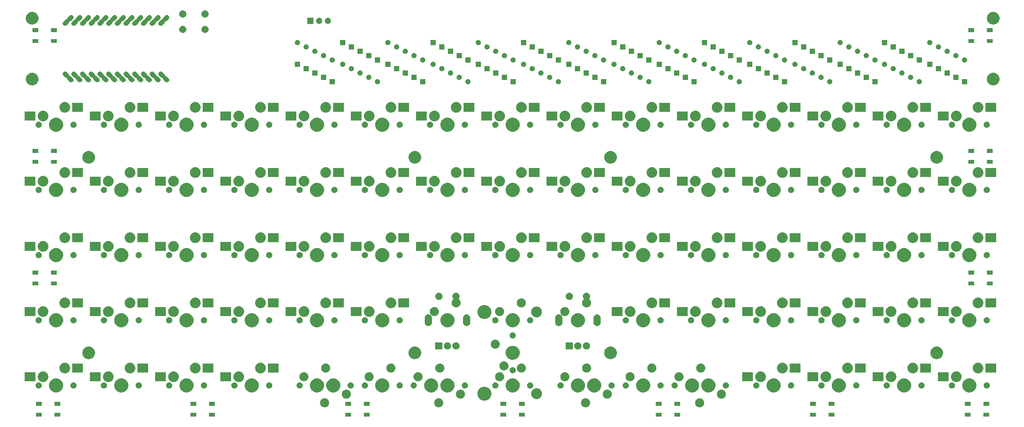
<source format=gbs>
G04 #@! TF.GenerationSoftware,KiCad,Pcbnew,(5.1.5)-2*
G04 #@! TF.CreationDate,2020-09-25T21:59:41+09:00*
G04 #@! TF.ProjectId,astra515,61737472-6135-4313-952e-6b696361645f,rev?*
G04 #@! TF.SameCoordinates,Original*
G04 #@! TF.FileFunction,Soldermask,Bot*
G04 #@! TF.FilePolarity,Negative*
%FSLAX46Y46*%
G04 Gerber Fmt 4.6, Leading zero omitted, Abs format (unit mm)*
G04 Created by KiCad (PCBNEW (5.1.5)-2) date 2020-09-25 21:59:41*
%MOMM*%
%LPD*%
G04 APERTURE LIST*
%ADD10C,0.100000*%
G04 APERTURE END LIST*
D10*
G36*
X81971000Y-197096000D02*
G01*
X80269000Y-197096000D01*
X80269000Y-195994000D01*
X81971000Y-195994000D01*
X81971000Y-197096000D01*
G37*
G36*
X353243000Y-197096000D02*
G01*
X351541000Y-197096000D01*
X351541000Y-195994000D01*
X353243000Y-195994000D01*
X353243000Y-197096000D01*
G37*
G36*
X223007000Y-197096000D02*
G01*
X221305000Y-197096000D01*
X221305000Y-195994000D01*
X223007000Y-195994000D01*
X223007000Y-197096000D01*
G37*
G36*
X217607000Y-197096000D02*
G01*
X215905000Y-197096000D01*
X215905000Y-195994000D01*
X217607000Y-195994000D01*
X217607000Y-197096000D01*
G37*
G36*
X308031000Y-197096000D02*
G01*
X306329000Y-197096000D01*
X306329000Y-195994000D01*
X308031000Y-195994000D01*
X308031000Y-197096000D01*
G37*
G36*
X313431000Y-197096000D02*
G01*
X311729000Y-197096000D01*
X311729000Y-195994000D01*
X313431000Y-195994000D01*
X313431000Y-197096000D01*
G37*
G36*
X177668000Y-197096000D02*
G01*
X175966000Y-197096000D01*
X175966000Y-195994000D01*
X177668000Y-195994000D01*
X177668000Y-197096000D01*
G37*
G36*
X172268000Y-197096000D02*
G01*
X170566000Y-197096000D01*
X170566000Y-195994000D01*
X172268000Y-195994000D01*
X172268000Y-197096000D01*
G37*
G36*
X268346000Y-197096000D02*
G01*
X266644000Y-197096000D01*
X266644000Y-195994000D01*
X268346000Y-195994000D01*
X268346000Y-197096000D01*
G37*
G36*
X132456000Y-197096000D02*
G01*
X130754000Y-197096000D01*
X130754000Y-195994000D01*
X132456000Y-195994000D01*
X132456000Y-197096000D01*
G37*
G36*
X127056000Y-197096000D02*
G01*
X125354000Y-197096000D01*
X125354000Y-195994000D01*
X127056000Y-195994000D01*
X127056000Y-197096000D01*
G37*
G36*
X358643000Y-197096000D02*
G01*
X356941000Y-197096000D01*
X356941000Y-195994000D01*
X358643000Y-195994000D01*
X358643000Y-197096000D01*
G37*
G36*
X87371000Y-197096000D02*
G01*
X85669000Y-197096000D01*
X85669000Y-195994000D01*
X87371000Y-195994000D01*
X87371000Y-197096000D01*
G37*
G36*
X262946000Y-197096000D02*
G01*
X261244000Y-197096000D01*
X261244000Y-195994000D01*
X262946000Y-195994000D01*
X262946000Y-197096000D01*
G37*
G36*
X240986215Y-191744383D02*
G01*
X241113822Y-191769765D01*
X241254648Y-191828097D01*
X241354227Y-191869344D01*
X241354228Y-191869345D01*
X241570589Y-192013912D01*
X241754588Y-192197911D01*
X241849071Y-192339315D01*
X241899156Y-192414273D01*
X241900658Y-192417900D01*
X241998735Y-192654678D01*
X242049500Y-192909893D01*
X242049500Y-193170107D01*
X241998735Y-193425322D01*
X241940403Y-193566148D01*
X241899156Y-193665727D01*
X241899155Y-193665728D01*
X241754588Y-193882089D01*
X241570589Y-194066088D01*
X241426021Y-194162685D01*
X241354227Y-194210656D01*
X241254648Y-194251903D01*
X241113822Y-194310235D01*
X240986215Y-194335617D01*
X240858609Y-194361000D01*
X240598391Y-194361000D01*
X240470786Y-194335618D01*
X240343178Y-194310235D01*
X240202352Y-194251903D01*
X240102773Y-194210656D01*
X240030979Y-194162685D01*
X239886411Y-194066088D01*
X239702412Y-193882089D01*
X239557845Y-193665728D01*
X239557844Y-193665727D01*
X239516597Y-193566148D01*
X239458265Y-193425322D01*
X239407500Y-193170107D01*
X239407500Y-192909893D01*
X239458265Y-192654678D01*
X239556342Y-192417900D01*
X239557844Y-192414273D01*
X239607929Y-192339315D01*
X239702412Y-192197911D01*
X239886411Y-192013912D01*
X240102772Y-191869345D01*
X240102773Y-191869344D01*
X240202352Y-191828097D01*
X240343178Y-191769765D01*
X240470785Y-191744383D01*
X240598391Y-191719000D01*
X240858609Y-191719000D01*
X240986215Y-191744383D01*
G37*
G36*
X198123715Y-191744383D02*
G01*
X198251322Y-191769765D01*
X198392148Y-191828097D01*
X198491727Y-191869344D01*
X198491728Y-191869345D01*
X198708089Y-192013912D01*
X198892088Y-192197911D01*
X198986571Y-192339315D01*
X199036656Y-192414273D01*
X199038158Y-192417900D01*
X199136235Y-192654678D01*
X199187000Y-192909893D01*
X199187000Y-193170107D01*
X199136235Y-193425322D01*
X199077903Y-193566148D01*
X199036656Y-193665727D01*
X199036655Y-193665728D01*
X198892088Y-193882089D01*
X198708089Y-194066088D01*
X198563521Y-194162685D01*
X198491727Y-194210656D01*
X198392148Y-194251903D01*
X198251322Y-194310235D01*
X198123715Y-194335617D01*
X197996109Y-194361000D01*
X197735891Y-194361000D01*
X197608286Y-194335618D01*
X197480678Y-194310235D01*
X197339852Y-194251903D01*
X197240273Y-194210656D01*
X197168479Y-194162685D01*
X197023911Y-194066088D01*
X196839912Y-193882089D01*
X196695345Y-193665728D01*
X196695344Y-193665727D01*
X196654097Y-193566148D01*
X196595765Y-193425322D01*
X196545000Y-193170107D01*
X196545000Y-192909893D01*
X196595765Y-192654678D01*
X196693842Y-192417900D01*
X196695344Y-192414273D01*
X196745429Y-192339315D01*
X196839912Y-192197911D01*
X197023911Y-192013912D01*
X197240272Y-191869345D01*
X197240273Y-191869344D01*
X197339852Y-191828097D01*
X197480678Y-191769765D01*
X197608285Y-191744383D01*
X197735891Y-191719000D01*
X197996109Y-191719000D01*
X198123715Y-191744383D01*
G37*
G36*
X274323715Y-191744383D02*
G01*
X274451322Y-191769765D01*
X274592148Y-191828097D01*
X274691727Y-191869344D01*
X274691728Y-191869345D01*
X274908089Y-192013912D01*
X275092088Y-192197911D01*
X275186571Y-192339315D01*
X275236656Y-192414273D01*
X275238158Y-192417900D01*
X275336235Y-192654678D01*
X275387000Y-192909893D01*
X275387000Y-193170107D01*
X275336235Y-193425322D01*
X275277903Y-193566148D01*
X275236656Y-193665727D01*
X275236655Y-193665728D01*
X275092088Y-193882089D01*
X274908089Y-194066088D01*
X274763521Y-194162685D01*
X274691727Y-194210656D01*
X274592148Y-194251903D01*
X274451322Y-194310235D01*
X274323715Y-194335617D01*
X274196109Y-194361000D01*
X273935891Y-194361000D01*
X273808286Y-194335618D01*
X273680678Y-194310235D01*
X273539852Y-194251903D01*
X273440273Y-194210656D01*
X273368479Y-194162685D01*
X273223911Y-194066088D01*
X273039912Y-193882089D01*
X272895345Y-193665728D01*
X272895344Y-193665727D01*
X272854097Y-193566148D01*
X272795765Y-193425322D01*
X272745000Y-193170107D01*
X272745000Y-192909893D01*
X272795765Y-192654678D01*
X272893842Y-192417900D01*
X272895344Y-192414273D01*
X272945429Y-192339315D01*
X273039912Y-192197911D01*
X273223911Y-192013912D01*
X273440272Y-191869345D01*
X273440273Y-191869344D01*
X273539852Y-191828097D01*
X273680678Y-191769765D01*
X273808285Y-191744383D01*
X273935891Y-191719000D01*
X274196109Y-191719000D01*
X274323715Y-191744383D01*
G37*
G36*
X164786215Y-191744383D02*
G01*
X164913822Y-191769765D01*
X165054648Y-191828097D01*
X165154227Y-191869344D01*
X165154228Y-191869345D01*
X165370589Y-192013912D01*
X165554588Y-192197911D01*
X165649071Y-192339315D01*
X165699156Y-192414273D01*
X165700658Y-192417900D01*
X165798735Y-192654678D01*
X165849500Y-192909893D01*
X165849500Y-193170107D01*
X165798735Y-193425322D01*
X165740403Y-193566148D01*
X165699156Y-193665727D01*
X165699155Y-193665728D01*
X165554588Y-193882089D01*
X165370589Y-194066088D01*
X165226021Y-194162685D01*
X165154227Y-194210656D01*
X165054648Y-194251903D01*
X164913822Y-194310235D01*
X164786215Y-194335617D01*
X164658609Y-194361000D01*
X164398391Y-194361000D01*
X164270786Y-194335618D01*
X164143178Y-194310235D01*
X164002352Y-194251903D01*
X163902773Y-194210656D01*
X163830979Y-194162685D01*
X163686411Y-194066088D01*
X163502412Y-193882089D01*
X163357845Y-193665728D01*
X163357844Y-193665727D01*
X163316597Y-193566148D01*
X163258265Y-193425322D01*
X163207500Y-193170107D01*
X163207500Y-192909893D01*
X163258265Y-192654678D01*
X163356342Y-192417900D01*
X163357844Y-192414273D01*
X163407929Y-192339315D01*
X163502412Y-192197911D01*
X163686411Y-192013912D01*
X163902772Y-191869345D01*
X163902773Y-191869344D01*
X164002352Y-191828097D01*
X164143178Y-191769765D01*
X164270785Y-191744383D01*
X164398391Y-191719000D01*
X164658609Y-191719000D01*
X164786215Y-191744383D01*
G37*
G36*
X132456000Y-193895800D02*
G01*
X130754000Y-193895800D01*
X130754000Y-192793800D01*
X132456000Y-192793800D01*
X132456000Y-193895800D01*
G37*
G36*
X358643000Y-193895800D02*
G01*
X356941000Y-193895800D01*
X356941000Y-192793800D01*
X358643000Y-192793800D01*
X358643000Y-193895800D01*
G37*
G36*
X353243000Y-193895800D02*
G01*
X351541000Y-193895800D01*
X351541000Y-192793800D01*
X353243000Y-192793800D01*
X353243000Y-193895800D01*
G37*
G36*
X308031000Y-193895800D02*
G01*
X306329000Y-193895800D01*
X306329000Y-192793800D01*
X308031000Y-192793800D01*
X308031000Y-193895800D01*
G37*
G36*
X313431000Y-193895800D02*
G01*
X311729000Y-193895800D01*
X311729000Y-192793800D01*
X313431000Y-192793800D01*
X313431000Y-193895800D01*
G37*
G36*
X223007000Y-193895800D02*
G01*
X221305000Y-193895800D01*
X221305000Y-192793800D01*
X223007000Y-192793800D01*
X223007000Y-193895800D01*
G37*
G36*
X217607000Y-193895800D02*
G01*
X215905000Y-193895800D01*
X215905000Y-192793800D01*
X217607000Y-192793800D01*
X217607000Y-193895800D01*
G37*
G36*
X172268000Y-193895800D02*
G01*
X170566000Y-193895800D01*
X170566000Y-192793800D01*
X172268000Y-192793800D01*
X172268000Y-193895800D01*
G37*
G36*
X268346000Y-193895800D02*
G01*
X266644000Y-193895800D01*
X266644000Y-192793800D01*
X268346000Y-192793800D01*
X268346000Y-193895800D01*
G37*
G36*
X127056000Y-193895800D02*
G01*
X125354000Y-193895800D01*
X125354000Y-192793800D01*
X127056000Y-192793800D01*
X127056000Y-193895800D01*
G37*
G36*
X87371000Y-193895800D02*
G01*
X85669000Y-193895800D01*
X85669000Y-192793800D01*
X87371000Y-192793800D01*
X87371000Y-193895800D01*
G37*
G36*
X81971000Y-193895800D02*
G01*
X80269000Y-193895800D01*
X80269000Y-192793800D01*
X81971000Y-192793800D01*
X81971000Y-193895800D01*
G37*
G36*
X262946000Y-193895800D02*
G01*
X261244000Y-193895800D01*
X261244000Y-192793800D01*
X262946000Y-192793800D01*
X262946000Y-193895800D01*
G37*
G36*
X177668000Y-193895800D02*
G01*
X175966000Y-193895800D01*
X175966000Y-192793800D01*
X177668000Y-192793800D01*
X177668000Y-193895800D01*
G37*
G36*
X211797474Y-188406684D02*
G01*
X212015474Y-188496983D01*
X212169623Y-188560833D01*
X212504548Y-188784623D01*
X212789377Y-189069452D01*
X213013167Y-189404377D01*
X213013167Y-189404378D01*
X213167316Y-189776526D01*
X213245900Y-190171594D01*
X213245900Y-190574406D01*
X213167316Y-190969474D01*
X213105363Y-191119041D01*
X213013167Y-191341623D01*
X212789377Y-191676548D01*
X212504548Y-191961377D01*
X212169623Y-192185167D01*
X212015474Y-192249017D01*
X211797474Y-192339316D01*
X211402406Y-192417900D01*
X210999594Y-192417900D01*
X210604526Y-192339316D01*
X210386526Y-192249017D01*
X210232377Y-192185167D01*
X209897452Y-191961377D01*
X209612623Y-191676548D01*
X209388833Y-191341623D01*
X209296637Y-191119041D01*
X209234684Y-190969474D01*
X209156100Y-190574406D01*
X209156100Y-190171594D01*
X209234684Y-189776526D01*
X209388833Y-189404378D01*
X209388833Y-189404377D01*
X209612623Y-189069452D01*
X209897452Y-188784623D01*
X210232377Y-188560833D01*
X210386526Y-188496983D01*
X210604526Y-188406684D01*
X210999594Y-188328100D01*
X211402406Y-188328100D01*
X211797474Y-188406684D01*
G37*
G36*
X226723020Y-188823241D02*
G01*
X226900411Y-188858526D01*
X227019137Y-188907704D01*
X227187041Y-188977252D01*
X227187042Y-188977253D01*
X227445004Y-189149617D01*
X227664383Y-189368996D01*
X227688024Y-189404378D01*
X227836748Y-189626959D01*
X227906296Y-189794863D01*
X227939189Y-189874273D01*
X227955474Y-189913590D01*
X228016000Y-190217875D01*
X228016000Y-190528125D01*
X227955474Y-190832410D01*
X227836748Y-191119041D01*
X227832280Y-191125728D01*
X227664383Y-191377004D01*
X227445004Y-191596383D01*
X227325028Y-191676548D01*
X227187041Y-191768748D01*
X227060893Y-191821000D01*
X226900411Y-191887474D01*
X226748267Y-191917737D01*
X226596125Y-191948000D01*
X226285875Y-191948000D01*
X226133733Y-191917737D01*
X225981589Y-191887474D01*
X225821107Y-191821000D01*
X225694959Y-191768748D01*
X225556972Y-191676548D01*
X225436996Y-191596383D01*
X225217617Y-191377004D01*
X225049720Y-191125728D01*
X225045252Y-191119041D01*
X224926526Y-190832410D01*
X224866000Y-190528125D01*
X224866000Y-190217875D01*
X224926526Y-189913590D01*
X224942812Y-189874273D01*
X224975704Y-189794863D01*
X225045252Y-189626959D01*
X225193976Y-189404378D01*
X225217617Y-189368996D01*
X225436996Y-189149617D01*
X225694958Y-188977253D01*
X225694959Y-188977252D01*
X225862863Y-188907704D01*
X225981589Y-188858526D01*
X226158980Y-188823241D01*
X226285875Y-188798000D01*
X226596125Y-188798000D01*
X226723020Y-188823241D01*
G37*
G36*
X204473714Y-189204382D02*
G01*
X204601322Y-189229765D01*
X204692267Y-189267436D01*
X204841727Y-189329344D01*
X204841728Y-189329345D01*
X205058089Y-189473912D01*
X205242088Y-189657911D01*
X205322043Y-189777573D01*
X205386656Y-189874273D01*
X205402941Y-189913589D01*
X205486235Y-190114678D01*
X205537000Y-190369893D01*
X205537000Y-190630107D01*
X205486235Y-190885322D01*
X205451378Y-190969474D01*
X205386656Y-191125727D01*
X205386655Y-191125728D01*
X205242088Y-191342089D01*
X205058089Y-191526088D01*
X204913521Y-191622685D01*
X204841727Y-191670656D01*
X204742148Y-191711903D01*
X204601322Y-191770235D01*
X204473715Y-191795617D01*
X204346109Y-191821000D01*
X204085891Y-191821000D01*
X203958286Y-191795618D01*
X203830678Y-191770235D01*
X203689852Y-191711903D01*
X203590273Y-191670656D01*
X203518479Y-191622685D01*
X203373911Y-191526088D01*
X203189912Y-191342089D01*
X203045345Y-191125728D01*
X203045344Y-191125727D01*
X202980622Y-190969474D01*
X202945765Y-190885322D01*
X202895000Y-190630107D01*
X202895000Y-190369893D01*
X202945765Y-190114678D01*
X203029059Y-189913589D01*
X203045344Y-189874273D01*
X203109957Y-189777573D01*
X203189912Y-189657911D01*
X203373911Y-189473912D01*
X203590272Y-189329345D01*
X203590273Y-189329344D01*
X203739733Y-189267436D01*
X203830678Y-189229765D01*
X203958285Y-189204383D01*
X204085891Y-189179000D01*
X204346109Y-189179000D01*
X204473714Y-189204382D01*
G37*
G36*
X247336214Y-189204382D02*
G01*
X247463822Y-189229765D01*
X247554767Y-189267436D01*
X247704227Y-189329344D01*
X247704228Y-189329345D01*
X247920589Y-189473912D01*
X248104588Y-189657911D01*
X248184543Y-189777573D01*
X248249156Y-189874273D01*
X248265441Y-189913589D01*
X248348735Y-190114678D01*
X248399500Y-190369893D01*
X248399500Y-190630107D01*
X248348735Y-190885322D01*
X248313878Y-190969474D01*
X248249156Y-191125727D01*
X248249155Y-191125728D01*
X248104588Y-191342089D01*
X247920589Y-191526088D01*
X247776021Y-191622685D01*
X247704227Y-191670656D01*
X247604648Y-191711903D01*
X247463822Y-191770235D01*
X247336215Y-191795617D01*
X247208609Y-191821000D01*
X246948391Y-191821000D01*
X246820786Y-191795618D01*
X246693178Y-191770235D01*
X246552352Y-191711903D01*
X246452773Y-191670656D01*
X246380979Y-191622685D01*
X246236411Y-191526088D01*
X246052412Y-191342089D01*
X245907845Y-191125728D01*
X245907844Y-191125727D01*
X245843122Y-190969474D01*
X245808265Y-190885322D01*
X245757500Y-190630107D01*
X245757500Y-190369893D01*
X245808265Y-190114678D01*
X245891559Y-189913589D01*
X245907844Y-189874273D01*
X245972457Y-189777573D01*
X246052412Y-189657911D01*
X246236411Y-189473912D01*
X246452772Y-189329345D01*
X246452773Y-189329344D01*
X246602233Y-189267436D01*
X246693178Y-189229765D01*
X246820785Y-189204383D01*
X246948391Y-189179000D01*
X247208609Y-189179000D01*
X247336214Y-189204382D01*
G37*
G36*
X280673714Y-189204382D02*
G01*
X280801322Y-189229765D01*
X280892267Y-189267436D01*
X281041727Y-189329344D01*
X281041728Y-189329345D01*
X281258089Y-189473912D01*
X281442088Y-189657911D01*
X281522043Y-189777573D01*
X281586656Y-189874273D01*
X281602941Y-189913589D01*
X281686235Y-190114678D01*
X281737000Y-190369893D01*
X281737000Y-190630107D01*
X281686235Y-190885322D01*
X281651378Y-190969474D01*
X281586656Y-191125727D01*
X281586655Y-191125728D01*
X281442088Y-191342089D01*
X281258089Y-191526088D01*
X281113521Y-191622685D01*
X281041727Y-191670656D01*
X280942148Y-191711903D01*
X280801322Y-191770235D01*
X280673715Y-191795617D01*
X280546109Y-191821000D01*
X280285891Y-191821000D01*
X280158286Y-191795618D01*
X280030678Y-191770235D01*
X279889852Y-191711903D01*
X279790273Y-191670656D01*
X279718479Y-191622685D01*
X279573911Y-191526088D01*
X279389912Y-191342089D01*
X279245345Y-191125728D01*
X279245344Y-191125727D01*
X279180622Y-190969474D01*
X279145765Y-190885322D01*
X279095000Y-190630107D01*
X279095000Y-190369893D01*
X279145765Y-190114678D01*
X279229059Y-189913589D01*
X279245344Y-189874273D01*
X279309957Y-189777573D01*
X279389912Y-189657911D01*
X279573911Y-189473912D01*
X279790272Y-189329345D01*
X279790273Y-189329344D01*
X279939733Y-189267436D01*
X280030678Y-189229765D01*
X280158285Y-189204383D01*
X280285891Y-189179000D01*
X280546109Y-189179000D01*
X280673714Y-189204382D01*
G37*
G36*
X171136214Y-189204382D02*
G01*
X171263822Y-189229765D01*
X171354767Y-189267436D01*
X171504227Y-189329344D01*
X171504228Y-189329345D01*
X171720589Y-189473912D01*
X171904588Y-189657911D01*
X171984543Y-189777573D01*
X172049156Y-189874273D01*
X172065441Y-189913589D01*
X172148735Y-190114678D01*
X172199500Y-190369893D01*
X172199500Y-190630107D01*
X172148735Y-190885322D01*
X172113878Y-190969474D01*
X172049156Y-191125727D01*
X172049155Y-191125728D01*
X171904588Y-191342089D01*
X171720589Y-191526088D01*
X171576021Y-191622685D01*
X171504227Y-191670656D01*
X171404648Y-191711903D01*
X171263822Y-191770235D01*
X171136215Y-191795617D01*
X171008609Y-191821000D01*
X170748391Y-191821000D01*
X170620786Y-191795618D01*
X170493178Y-191770235D01*
X170352352Y-191711903D01*
X170252773Y-191670656D01*
X170180979Y-191622685D01*
X170036411Y-191526088D01*
X169852412Y-191342089D01*
X169707845Y-191125728D01*
X169707844Y-191125727D01*
X169643122Y-190969474D01*
X169608265Y-190885322D01*
X169557500Y-190630107D01*
X169557500Y-190369893D01*
X169608265Y-190114678D01*
X169691559Y-189913589D01*
X169707844Y-189874273D01*
X169772457Y-189777573D01*
X169852412Y-189657911D01*
X170036411Y-189473912D01*
X170252772Y-189329345D01*
X170252773Y-189329344D01*
X170402233Y-189267436D01*
X170493178Y-189229765D01*
X170620785Y-189204383D01*
X170748391Y-189179000D01*
X171008609Y-189179000D01*
X171136214Y-189204382D01*
G37*
G36*
X277204254Y-185987818D02*
G01*
X277577511Y-186142426D01*
X277577513Y-186142427D01*
X277913436Y-186366884D01*
X278199116Y-186652564D01*
X278411889Y-186971000D01*
X278423574Y-186988489D01*
X278578182Y-187361746D01*
X278657000Y-187757993D01*
X278657000Y-188162007D01*
X278578182Y-188558254D01*
X278453805Y-188858526D01*
X278423573Y-188931513D01*
X278199116Y-189267436D01*
X277913436Y-189553116D01*
X277577513Y-189777573D01*
X277577512Y-189777574D01*
X277577511Y-189777574D01*
X277204254Y-189932182D01*
X276808007Y-190011000D01*
X276403993Y-190011000D01*
X276007746Y-189932182D01*
X275634489Y-189777574D01*
X275634488Y-189777574D01*
X275634487Y-189777573D01*
X275298564Y-189553116D01*
X275012884Y-189267436D01*
X274788427Y-188931513D01*
X274758195Y-188858526D01*
X274633818Y-188558254D01*
X274555000Y-188162007D01*
X274555000Y-187757993D01*
X274633818Y-187361746D01*
X274788426Y-186988489D01*
X274800112Y-186971000D01*
X275012884Y-186652564D01*
X275298564Y-186366884D01*
X275634487Y-186142427D01*
X275634489Y-186142426D01*
X276007746Y-185987818D01*
X276403993Y-185909000D01*
X276808007Y-185909000D01*
X277204254Y-185987818D01*
G37*
G36*
X239104254Y-185987818D02*
G01*
X239477511Y-186142426D01*
X239477513Y-186142427D01*
X239813436Y-186366884D01*
X240099116Y-186652564D01*
X240311889Y-186971000D01*
X240323574Y-186988489D01*
X240478182Y-187361746D01*
X240557000Y-187757993D01*
X240557000Y-188162007D01*
X240478182Y-188558254D01*
X240353805Y-188858526D01*
X240323573Y-188931513D01*
X240099116Y-189267436D01*
X239813436Y-189553116D01*
X239477513Y-189777573D01*
X239477512Y-189777574D01*
X239477511Y-189777574D01*
X239104254Y-189932182D01*
X238708007Y-190011000D01*
X238303993Y-190011000D01*
X237907746Y-189932182D01*
X237534489Y-189777574D01*
X237534488Y-189777574D01*
X237534487Y-189777573D01*
X237198564Y-189553116D01*
X236912884Y-189267436D01*
X236688427Y-188931513D01*
X236658195Y-188858526D01*
X236533818Y-188558254D01*
X236455000Y-188162007D01*
X236455000Y-187757993D01*
X236533818Y-187361746D01*
X236688426Y-186988489D01*
X236700112Y-186971000D01*
X236912884Y-186652564D01*
X237198564Y-186366884D01*
X237534487Y-186142427D01*
X237534489Y-186142426D01*
X237907746Y-185987818D01*
X238303993Y-185909000D01*
X238708007Y-185909000D01*
X239104254Y-185987818D01*
G37*
G36*
X162904254Y-185987818D02*
G01*
X163277511Y-186142426D01*
X163277513Y-186142427D01*
X163613436Y-186366884D01*
X163899116Y-186652564D01*
X164111889Y-186971000D01*
X164123574Y-186988489D01*
X164278182Y-187361746D01*
X164357000Y-187757993D01*
X164357000Y-188162007D01*
X164278182Y-188558254D01*
X164153805Y-188858526D01*
X164123573Y-188931513D01*
X163899116Y-189267436D01*
X163613436Y-189553116D01*
X163277513Y-189777573D01*
X163277512Y-189777574D01*
X163277511Y-189777574D01*
X162904254Y-189932182D01*
X162508007Y-190011000D01*
X162103993Y-190011000D01*
X161707746Y-189932182D01*
X161334489Y-189777574D01*
X161334488Y-189777574D01*
X161334487Y-189777573D01*
X160998564Y-189553116D01*
X160712884Y-189267436D01*
X160488427Y-188931513D01*
X160458195Y-188858526D01*
X160333818Y-188558254D01*
X160255000Y-188162007D01*
X160255000Y-187757993D01*
X160333818Y-187361746D01*
X160488426Y-186988489D01*
X160500112Y-186971000D01*
X160712884Y-186652564D01*
X160998564Y-186366884D01*
X161334487Y-186142427D01*
X161334489Y-186142426D01*
X161707746Y-185987818D01*
X162103993Y-185909000D01*
X162508007Y-185909000D01*
X162904254Y-185987818D01*
G37*
G36*
X201004254Y-185987818D02*
G01*
X201377511Y-186142426D01*
X201377513Y-186142427D01*
X201713436Y-186366884D01*
X201999116Y-186652564D01*
X202211889Y-186971000D01*
X202223574Y-186988489D01*
X202378182Y-187361746D01*
X202457000Y-187757993D01*
X202457000Y-188162007D01*
X202378182Y-188558254D01*
X202253805Y-188858526D01*
X202223573Y-188931513D01*
X201999116Y-189267436D01*
X201713436Y-189553116D01*
X201377513Y-189777573D01*
X201377512Y-189777574D01*
X201377511Y-189777574D01*
X201004254Y-189932182D01*
X200608007Y-190011000D01*
X200203993Y-190011000D01*
X199807746Y-189932182D01*
X199434489Y-189777574D01*
X199434488Y-189777574D01*
X199434487Y-189777573D01*
X199098564Y-189553116D01*
X198812884Y-189267436D01*
X198588427Y-188931513D01*
X198558195Y-188858526D01*
X198433818Y-188558254D01*
X198355000Y-188162007D01*
X198355000Y-187757993D01*
X198433818Y-187361746D01*
X198588426Y-186988489D01*
X198600112Y-186971000D01*
X198812884Y-186652564D01*
X199098564Y-186366884D01*
X199434487Y-186142427D01*
X199434489Y-186142426D01*
X199807746Y-185987818D01*
X200203993Y-185909000D01*
X200608007Y-185909000D01*
X201004254Y-185987818D01*
G37*
G36*
X196241754Y-185987818D02*
G01*
X196615011Y-186142426D01*
X196615013Y-186142427D01*
X196950936Y-186366884D01*
X197236616Y-186652564D01*
X197449389Y-186971000D01*
X197461074Y-186988489D01*
X197615682Y-187361746D01*
X197694500Y-187757993D01*
X197694500Y-188162007D01*
X197615682Y-188558254D01*
X197491305Y-188858526D01*
X197461073Y-188931513D01*
X197236616Y-189267436D01*
X196950936Y-189553116D01*
X196615013Y-189777573D01*
X196615012Y-189777574D01*
X196615011Y-189777574D01*
X196241754Y-189932182D01*
X195845507Y-190011000D01*
X195441493Y-190011000D01*
X195045246Y-189932182D01*
X194671989Y-189777574D01*
X194671988Y-189777574D01*
X194671987Y-189777573D01*
X194336064Y-189553116D01*
X194050384Y-189267436D01*
X193825927Y-188931513D01*
X193795695Y-188858526D01*
X193671318Y-188558254D01*
X193592500Y-188162007D01*
X193592500Y-187757993D01*
X193671318Y-187361746D01*
X193825926Y-186988489D01*
X193837612Y-186971000D01*
X194050384Y-186652564D01*
X194336064Y-186366884D01*
X194671987Y-186142427D01*
X194671989Y-186142426D01*
X195045246Y-185987818D01*
X195441493Y-185909000D01*
X195845507Y-185909000D01*
X196241754Y-185987818D01*
G37*
G36*
X167666754Y-185987818D02*
G01*
X168040011Y-186142426D01*
X168040013Y-186142427D01*
X168375936Y-186366884D01*
X168661616Y-186652564D01*
X168874389Y-186971000D01*
X168886074Y-186988489D01*
X169040682Y-187361746D01*
X169119500Y-187757993D01*
X169119500Y-188162007D01*
X169040682Y-188558254D01*
X168916305Y-188858526D01*
X168886073Y-188931513D01*
X168661616Y-189267436D01*
X168375936Y-189553116D01*
X168040013Y-189777573D01*
X168040012Y-189777574D01*
X168040011Y-189777574D01*
X167666754Y-189932182D01*
X167270507Y-190011000D01*
X166866493Y-190011000D01*
X166470246Y-189932182D01*
X166096989Y-189777574D01*
X166096988Y-189777574D01*
X166096987Y-189777573D01*
X165761064Y-189553116D01*
X165475384Y-189267436D01*
X165250927Y-188931513D01*
X165220695Y-188858526D01*
X165096318Y-188558254D01*
X165017500Y-188162007D01*
X165017500Y-187757993D01*
X165096318Y-187361746D01*
X165250926Y-186988489D01*
X165262612Y-186971000D01*
X165475384Y-186652564D01*
X165761064Y-186366884D01*
X166096987Y-186142427D01*
X166096989Y-186142426D01*
X166470246Y-185987818D01*
X166866493Y-185909000D01*
X167270507Y-185909000D01*
X167666754Y-185987818D01*
G37*
G36*
X243866754Y-185987818D02*
G01*
X244240011Y-186142426D01*
X244240013Y-186142427D01*
X244575936Y-186366884D01*
X244861616Y-186652564D01*
X245074389Y-186971000D01*
X245086074Y-186988489D01*
X245240682Y-187361746D01*
X245319500Y-187757993D01*
X245319500Y-188162007D01*
X245240682Y-188558254D01*
X245116305Y-188858526D01*
X245086073Y-188931513D01*
X244861616Y-189267436D01*
X244575936Y-189553116D01*
X244240013Y-189777573D01*
X244240012Y-189777574D01*
X244240011Y-189777574D01*
X243866754Y-189932182D01*
X243470507Y-190011000D01*
X243066493Y-190011000D01*
X242670246Y-189932182D01*
X242296989Y-189777574D01*
X242296988Y-189777574D01*
X242296987Y-189777573D01*
X241961064Y-189553116D01*
X241675384Y-189267436D01*
X241450927Y-188931513D01*
X241420695Y-188858526D01*
X241296318Y-188558254D01*
X241217500Y-188162007D01*
X241217500Y-187757993D01*
X241296318Y-187361746D01*
X241450926Y-186988489D01*
X241462612Y-186971000D01*
X241675384Y-186652564D01*
X241961064Y-186366884D01*
X242296987Y-186142427D01*
X242296989Y-186142426D01*
X242670246Y-185987818D01*
X243066493Y-185909000D01*
X243470507Y-185909000D01*
X243866754Y-185987818D01*
G37*
G36*
X353404254Y-185987818D02*
G01*
X353777511Y-186142426D01*
X353777513Y-186142427D01*
X354113436Y-186366884D01*
X354399116Y-186652564D01*
X354611889Y-186971000D01*
X354623574Y-186988489D01*
X354778182Y-187361746D01*
X354857000Y-187757993D01*
X354857000Y-188162007D01*
X354778182Y-188558254D01*
X354653805Y-188858526D01*
X354623573Y-188931513D01*
X354399116Y-189267436D01*
X354113436Y-189553116D01*
X353777513Y-189777573D01*
X353777512Y-189777574D01*
X353777511Y-189777574D01*
X353404254Y-189932182D01*
X353008007Y-190011000D01*
X352603993Y-190011000D01*
X352207746Y-189932182D01*
X351834489Y-189777574D01*
X351834488Y-189777574D01*
X351834487Y-189777573D01*
X351498564Y-189553116D01*
X351212884Y-189267436D01*
X350988427Y-188931513D01*
X350958195Y-188858526D01*
X350833818Y-188558254D01*
X350755000Y-188162007D01*
X350755000Y-187757993D01*
X350833818Y-187361746D01*
X350988426Y-186988489D01*
X351000112Y-186971000D01*
X351212884Y-186652564D01*
X351498564Y-186366884D01*
X351834487Y-186142427D01*
X351834489Y-186142426D01*
X352207746Y-185987818D01*
X352603993Y-185909000D01*
X353008007Y-185909000D01*
X353404254Y-185987818D01*
G37*
G36*
X334354254Y-185987818D02*
G01*
X334727511Y-186142426D01*
X334727513Y-186142427D01*
X335063436Y-186366884D01*
X335349116Y-186652564D01*
X335561889Y-186971000D01*
X335573574Y-186988489D01*
X335728182Y-187361746D01*
X335807000Y-187757993D01*
X335807000Y-188162007D01*
X335728182Y-188558254D01*
X335603805Y-188858526D01*
X335573573Y-188931513D01*
X335349116Y-189267436D01*
X335063436Y-189553116D01*
X334727513Y-189777573D01*
X334727512Y-189777574D01*
X334727511Y-189777574D01*
X334354254Y-189932182D01*
X333958007Y-190011000D01*
X333553993Y-190011000D01*
X333157746Y-189932182D01*
X332784489Y-189777574D01*
X332784488Y-189777574D01*
X332784487Y-189777573D01*
X332448564Y-189553116D01*
X332162884Y-189267436D01*
X331938427Y-188931513D01*
X331908195Y-188858526D01*
X331783818Y-188558254D01*
X331705000Y-188162007D01*
X331705000Y-187757993D01*
X331783818Y-187361746D01*
X331938426Y-186988489D01*
X331950112Y-186971000D01*
X332162884Y-186652564D01*
X332448564Y-186366884D01*
X332784487Y-186142427D01*
X332784489Y-186142426D01*
X333157746Y-185987818D01*
X333553993Y-185909000D01*
X333958007Y-185909000D01*
X334354254Y-185987818D01*
G37*
G36*
X296254254Y-185987818D02*
G01*
X296627511Y-186142426D01*
X296627513Y-186142427D01*
X296963436Y-186366884D01*
X297249116Y-186652564D01*
X297461889Y-186971000D01*
X297473574Y-186988489D01*
X297628182Y-187361746D01*
X297707000Y-187757993D01*
X297707000Y-188162007D01*
X297628182Y-188558254D01*
X297503805Y-188858526D01*
X297473573Y-188931513D01*
X297249116Y-189267436D01*
X296963436Y-189553116D01*
X296627513Y-189777573D01*
X296627512Y-189777574D01*
X296627511Y-189777574D01*
X296254254Y-189932182D01*
X295858007Y-190011000D01*
X295453993Y-190011000D01*
X295057746Y-189932182D01*
X294684489Y-189777574D01*
X294684488Y-189777574D01*
X294684487Y-189777573D01*
X294348564Y-189553116D01*
X294062884Y-189267436D01*
X293838427Y-188931513D01*
X293808195Y-188858526D01*
X293683818Y-188558254D01*
X293605000Y-188162007D01*
X293605000Y-187757993D01*
X293683818Y-187361746D01*
X293838426Y-186988489D01*
X293850112Y-186971000D01*
X294062884Y-186652564D01*
X294348564Y-186366884D01*
X294684487Y-186142427D01*
X294684489Y-186142426D01*
X295057746Y-185987818D01*
X295453993Y-185909000D01*
X295858007Y-185909000D01*
X296254254Y-185987818D01*
G37*
G36*
X143854254Y-185987818D02*
G01*
X144227511Y-186142426D01*
X144227513Y-186142427D01*
X144563436Y-186366884D01*
X144849116Y-186652564D01*
X145061889Y-186971000D01*
X145073574Y-186988489D01*
X145228182Y-187361746D01*
X145307000Y-187757993D01*
X145307000Y-188162007D01*
X145228182Y-188558254D01*
X145103805Y-188858526D01*
X145073573Y-188931513D01*
X144849116Y-189267436D01*
X144563436Y-189553116D01*
X144227513Y-189777573D01*
X144227512Y-189777574D01*
X144227511Y-189777574D01*
X143854254Y-189932182D01*
X143458007Y-190011000D01*
X143053993Y-190011000D01*
X142657746Y-189932182D01*
X142284489Y-189777574D01*
X142284488Y-189777574D01*
X142284487Y-189777573D01*
X141948564Y-189553116D01*
X141662884Y-189267436D01*
X141438427Y-188931513D01*
X141408195Y-188858526D01*
X141283818Y-188558254D01*
X141205000Y-188162007D01*
X141205000Y-187757993D01*
X141283818Y-187361746D01*
X141438426Y-186988489D01*
X141450112Y-186971000D01*
X141662884Y-186652564D01*
X141948564Y-186366884D01*
X142284487Y-186142427D01*
X142284489Y-186142426D01*
X142657746Y-185987818D01*
X143053993Y-185909000D01*
X143458007Y-185909000D01*
X143854254Y-185987818D01*
G37*
G36*
X105754254Y-185987818D02*
G01*
X106127511Y-186142426D01*
X106127513Y-186142427D01*
X106463436Y-186366884D01*
X106749116Y-186652564D01*
X106961889Y-186971000D01*
X106973574Y-186988489D01*
X107128182Y-187361746D01*
X107207000Y-187757993D01*
X107207000Y-188162007D01*
X107128182Y-188558254D01*
X107003805Y-188858526D01*
X106973573Y-188931513D01*
X106749116Y-189267436D01*
X106463436Y-189553116D01*
X106127513Y-189777573D01*
X106127512Y-189777574D01*
X106127511Y-189777574D01*
X105754254Y-189932182D01*
X105358007Y-190011000D01*
X104953993Y-190011000D01*
X104557746Y-189932182D01*
X104184489Y-189777574D01*
X104184488Y-189777574D01*
X104184487Y-189777573D01*
X103848564Y-189553116D01*
X103562884Y-189267436D01*
X103338427Y-188931513D01*
X103308195Y-188858526D01*
X103183818Y-188558254D01*
X103105000Y-188162007D01*
X103105000Y-187757993D01*
X103183818Y-187361746D01*
X103338426Y-186988489D01*
X103350112Y-186971000D01*
X103562884Y-186652564D01*
X103848564Y-186366884D01*
X104184487Y-186142427D01*
X104184489Y-186142426D01*
X104557746Y-185987818D01*
X104953993Y-185909000D01*
X105358007Y-185909000D01*
X105754254Y-185987818D01*
G37*
G36*
X272441754Y-185987818D02*
G01*
X272815011Y-186142426D01*
X272815013Y-186142427D01*
X273150936Y-186366884D01*
X273436616Y-186652564D01*
X273649389Y-186971000D01*
X273661074Y-186988489D01*
X273815682Y-187361746D01*
X273894500Y-187757993D01*
X273894500Y-188162007D01*
X273815682Y-188558254D01*
X273691305Y-188858526D01*
X273661073Y-188931513D01*
X273436616Y-189267436D01*
X273150936Y-189553116D01*
X272815013Y-189777573D01*
X272815012Y-189777574D01*
X272815011Y-189777574D01*
X272441754Y-189932182D01*
X272045507Y-190011000D01*
X271641493Y-190011000D01*
X271245246Y-189932182D01*
X270871989Y-189777574D01*
X270871988Y-189777574D01*
X270871987Y-189777573D01*
X270536064Y-189553116D01*
X270250384Y-189267436D01*
X270025927Y-188931513D01*
X269995695Y-188858526D01*
X269871318Y-188558254D01*
X269792500Y-188162007D01*
X269792500Y-187757993D01*
X269871318Y-187361746D01*
X270025926Y-186988489D01*
X270037612Y-186971000D01*
X270250384Y-186652564D01*
X270536064Y-186366884D01*
X270871987Y-186142427D01*
X270871989Y-186142426D01*
X271245246Y-185987818D01*
X271641493Y-185909000D01*
X272045507Y-185909000D01*
X272441754Y-185987818D01*
G37*
G36*
X86704254Y-185987818D02*
G01*
X87077511Y-186142426D01*
X87077513Y-186142427D01*
X87413436Y-186366884D01*
X87699116Y-186652564D01*
X87911889Y-186971000D01*
X87923574Y-186988489D01*
X88078182Y-187361746D01*
X88157000Y-187757993D01*
X88157000Y-188162007D01*
X88078182Y-188558254D01*
X87953805Y-188858526D01*
X87923573Y-188931513D01*
X87699116Y-189267436D01*
X87413436Y-189553116D01*
X87077513Y-189777573D01*
X87077512Y-189777574D01*
X87077511Y-189777574D01*
X86704254Y-189932182D01*
X86308007Y-190011000D01*
X85903993Y-190011000D01*
X85507746Y-189932182D01*
X85134489Y-189777574D01*
X85134488Y-189777574D01*
X85134487Y-189777573D01*
X84798564Y-189553116D01*
X84512884Y-189267436D01*
X84288427Y-188931513D01*
X84258195Y-188858526D01*
X84133818Y-188558254D01*
X84055000Y-188162007D01*
X84055000Y-187757993D01*
X84133818Y-187361746D01*
X84288426Y-186988489D01*
X84300112Y-186971000D01*
X84512884Y-186652564D01*
X84798564Y-186366884D01*
X85134487Y-186142427D01*
X85134489Y-186142426D01*
X85507746Y-185987818D01*
X85903993Y-185909000D01*
X86308007Y-185909000D01*
X86704254Y-185987818D01*
G37*
G36*
X124804254Y-185987818D02*
G01*
X125177511Y-186142426D01*
X125177513Y-186142427D01*
X125513436Y-186366884D01*
X125799116Y-186652564D01*
X126011889Y-186971000D01*
X126023574Y-186988489D01*
X126178182Y-187361746D01*
X126257000Y-187757993D01*
X126257000Y-188162007D01*
X126178182Y-188558254D01*
X126053805Y-188858526D01*
X126023573Y-188931513D01*
X125799116Y-189267436D01*
X125513436Y-189553116D01*
X125177513Y-189777573D01*
X125177512Y-189777574D01*
X125177511Y-189777574D01*
X124804254Y-189932182D01*
X124408007Y-190011000D01*
X124003993Y-190011000D01*
X123607746Y-189932182D01*
X123234489Y-189777574D01*
X123234488Y-189777574D01*
X123234487Y-189777573D01*
X122898564Y-189553116D01*
X122612884Y-189267436D01*
X122388427Y-188931513D01*
X122358195Y-188858526D01*
X122233818Y-188558254D01*
X122155000Y-188162007D01*
X122155000Y-187757993D01*
X122233818Y-187361746D01*
X122388426Y-186988489D01*
X122400112Y-186971000D01*
X122612884Y-186652564D01*
X122898564Y-186366884D01*
X123234487Y-186142427D01*
X123234489Y-186142426D01*
X123607746Y-185987818D01*
X124003993Y-185909000D01*
X124408007Y-185909000D01*
X124804254Y-185987818D01*
G37*
G36*
X220054254Y-185987818D02*
G01*
X220427511Y-186142426D01*
X220427513Y-186142427D01*
X220763436Y-186366884D01*
X221049116Y-186652564D01*
X221261889Y-186971000D01*
X221273574Y-186988489D01*
X221428182Y-187361746D01*
X221507000Y-187757993D01*
X221507000Y-188162007D01*
X221428182Y-188558254D01*
X221303805Y-188858526D01*
X221273573Y-188931513D01*
X221049116Y-189267436D01*
X220763436Y-189553116D01*
X220427513Y-189777573D01*
X220427512Y-189777574D01*
X220427511Y-189777574D01*
X220054254Y-189932182D01*
X219658007Y-190011000D01*
X219253993Y-190011000D01*
X218857746Y-189932182D01*
X218484489Y-189777574D01*
X218484488Y-189777574D01*
X218484487Y-189777573D01*
X218148564Y-189553116D01*
X217862884Y-189267436D01*
X217638427Y-188931513D01*
X217608195Y-188858526D01*
X217483818Y-188558254D01*
X217405000Y-188162007D01*
X217405000Y-187757993D01*
X217483818Y-187361746D01*
X217638426Y-186988489D01*
X217650112Y-186971000D01*
X217862884Y-186652564D01*
X218148564Y-186366884D01*
X218484487Y-186142427D01*
X218484489Y-186142426D01*
X218857746Y-185987818D01*
X219253993Y-185909000D01*
X219658007Y-185909000D01*
X220054254Y-185987818D01*
G37*
G36*
X181954254Y-185987818D02*
G01*
X182327511Y-186142426D01*
X182327513Y-186142427D01*
X182663436Y-186366884D01*
X182949116Y-186652564D01*
X183161889Y-186971000D01*
X183173574Y-186988489D01*
X183328182Y-187361746D01*
X183407000Y-187757993D01*
X183407000Y-188162007D01*
X183328182Y-188558254D01*
X183203805Y-188858526D01*
X183173573Y-188931513D01*
X182949116Y-189267436D01*
X182663436Y-189553116D01*
X182327513Y-189777573D01*
X182327512Y-189777574D01*
X182327511Y-189777574D01*
X181954254Y-189932182D01*
X181558007Y-190011000D01*
X181153993Y-190011000D01*
X180757746Y-189932182D01*
X180384489Y-189777574D01*
X180384488Y-189777574D01*
X180384487Y-189777573D01*
X180048564Y-189553116D01*
X179762884Y-189267436D01*
X179538427Y-188931513D01*
X179508195Y-188858526D01*
X179383818Y-188558254D01*
X179305000Y-188162007D01*
X179305000Y-187757993D01*
X179383818Y-187361746D01*
X179538426Y-186988489D01*
X179550112Y-186971000D01*
X179762884Y-186652564D01*
X180048564Y-186366884D01*
X180384487Y-186142427D01*
X180384489Y-186142426D01*
X180757746Y-185987818D01*
X181153993Y-185909000D01*
X181558007Y-185909000D01*
X181954254Y-185987818D01*
G37*
G36*
X258154254Y-185987818D02*
G01*
X258527511Y-186142426D01*
X258527513Y-186142427D01*
X258863436Y-186366884D01*
X259149116Y-186652564D01*
X259361889Y-186971000D01*
X259373574Y-186988489D01*
X259528182Y-187361746D01*
X259607000Y-187757993D01*
X259607000Y-188162007D01*
X259528182Y-188558254D01*
X259403805Y-188858526D01*
X259373573Y-188931513D01*
X259149116Y-189267436D01*
X258863436Y-189553116D01*
X258527513Y-189777573D01*
X258527512Y-189777574D01*
X258527511Y-189777574D01*
X258154254Y-189932182D01*
X257758007Y-190011000D01*
X257353993Y-190011000D01*
X256957746Y-189932182D01*
X256584489Y-189777574D01*
X256584488Y-189777574D01*
X256584487Y-189777573D01*
X256248564Y-189553116D01*
X255962884Y-189267436D01*
X255738427Y-188931513D01*
X255708195Y-188858526D01*
X255583818Y-188558254D01*
X255505000Y-188162007D01*
X255505000Y-187757993D01*
X255583818Y-187361746D01*
X255738426Y-186988489D01*
X255750112Y-186971000D01*
X255962884Y-186652564D01*
X256248564Y-186366884D01*
X256584487Y-186142427D01*
X256584489Y-186142426D01*
X256957746Y-185987818D01*
X257353993Y-185909000D01*
X257758007Y-185909000D01*
X258154254Y-185987818D01*
G37*
G36*
X315304254Y-185987818D02*
G01*
X315677511Y-186142426D01*
X315677513Y-186142427D01*
X316013436Y-186366884D01*
X316299116Y-186652564D01*
X316511889Y-186971000D01*
X316523574Y-186988489D01*
X316678182Y-187361746D01*
X316757000Y-187757993D01*
X316757000Y-188162007D01*
X316678182Y-188558254D01*
X316553805Y-188858526D01*
X316523573Y-188931513D01*
X316299116Y-189267436D01*
X316013436Y-189553116D01*
X315677513Y-189777573D01*
X315677512Y-189777574D01*
X315677511Y-189777574D01*
X315304254Y-189932182D01*
X314908007Y-190011000D01*
X314503993Y-190011000D01*
X314107746Y-189932182D01*
X313734489Y-189777574D01*
X313734488Y-189777574D01*
X313734487Y-189777573D01*
X313398564Y-189553116D01*
X313112884Y-189267436D01*
X312888427Y-188931513D01*
X312858195Y-188858526D01*
X312733818Y-188558254D01*
X312655000Y-188162007D01*
X312655000Y-187757993D01*
X312733818Y-187361746D01*
X312888426Y-186988489D01*
X312900112Y-186971000D01*
X313112884Y-186652564D01*
X313398564Y-186366884D01*
X313734487Y-186142427D01*
X313734489Y-186142426D01*
X314107746Y-185987818D01*
X314503993Y-185909000D01*
X314908007Y-185909000D01*
X315304254Y-185987818D01*
G37*
G36*
X319961952Y-187075429D02*
G01*
X320049075Y-187092759D01*
X320158498Y-187138084D01*
X320213211Y-187160747D01*
X320354939Y-187255446D01*
X320360928Y-187259448D01*
X320486552Y-187385072D01*
X320486554Y-187385075D01*
X320585253Y-187532789D01*
X320585253Y-187532790D01*
X320653241Y-187696925D01*
X320653241Y-187696927D01*
X320687105Y-187867171D01*
X320687900Y-187871171D01*
X320687900Y-188048829D01*
X320653241Y-188223075D01*
X320609738Y-188328100D01*
X320585253Y-188387211D01*
X320489227Y-188530925D01*
X320486552Y-188534928D01*
X320360928Y-188660552D01*
X320360925Y-188660554D01*
X320213211Y-188759253D01*
X320158498Y-188781916D01*
X320049075Y-188827241D01*
X319961952Y-188844571D01*
X319874831Y-188861900D01*
X319697169Y-188861900D01*
X319610048Y-188844570D01*
X319522925Y-188827241D01*
X319413502Y-188781916D01*
X319358789Y-188759253D01*
X319211075Y-188660554D01*
X319211072Y-188660552D01*
X319085448Y-188534928D01*
X319082773Y-188530925D01*
X318986747Y-188387211D01*
X318962262Y-188328100D01*
X318918759Y-188223075D01*
X318884100Y-188048829D01*
X318884100Y-187871171D01*
X318884896Y-187867171D01*
X318918759Y-187696927D01*
X318918759Y-187696925D01*
X318986747Y-187532790D01*
X318986747Y-187532789D01*
X319085446Y-187385075D01*
X319085448Y-187385072D01*
X319211072Y-187259448D01*
X319217061Y-187255446D01*
X319358789Y-187160747D01*
X319413502Y-187138084D01*
X319522925Y-187092759D01*
X319610048Y-187075429D01*
X319697169Y-187058100D01*
X319874831Y-187058100D01*
X319961952Y-187075429D01*
G37*
G36*
X358061952Y-187075429D02*
G01*
X358149075Y-187092759D01*
X358258498Y-187138084D01*
X358313211Y-187160747D01*
X358454939Y-187255446D01*
X358460928Y-187259448D01*
X358586552Y-187385072D01*
X358586554Y-187385075D01*
X358685253Y-187532789D01*
X358685253Y-187532790D01*
X358753241Y-187696925D01*
X358753241Y-187696927D01*
X358787105Y-187867171D01*
X358787900Y-187871171D01*
X358787900Y-188048829D01*
X358753241Y-188223075D01*
X358709738Y-188328100D01*
X358685253Y-188387211D01*
X358589227Y-188530925D01*
X358586552Y-188534928D01*
X358460928Y-188660552D01*
X358460925Y-188660554D01*
X358313211Y-188759253D01*
X358258498Y-188781916D01*
X358149075Y-188827241D01*
X358061952Y-188844571D01*
X357974831Y-188861900D01*
X357797169Y-188861900D01*
X357710048Y-188844570D01*
X357622925Y-188827241D01*
X357513502Y-188781916D01*
X357458789Y-188759253D01*
X357311075Y-188660554D01*
X357311072Y-188660552D01*
X357185448Y-188534928D01*
X357182773Y-188530925D01*
X357086747Y-188387211D01*
X357062262Y-188328100D01*
X357018759Y-188223075D01*
X356984100Y-188048829D01*
X356984100Y-187871171D01*
X356984896Y-187867171D01*
X357018759Y-187696927D01*
X357018759Y-187696925D01*
X357086747Y-187532790D01*
X357086747Y-187532789D01*
X357185446Y-187385075D01*
X357185448Y-187385072D01*
X357311072Y-187259448D01*
X357317061Y-187255446D01*
X357458789Y-187160747D01*
X357513502Y-187138084D01*
X357622925Y-187092759D01*
X357710048Y-187075429D01*
X357797169Y-187058100D01*
X357974831Y-187058100D01*
X358061952Y-187075429D01*
G37*
G36*
X328851952Y-187075429D02*
G01*
X328939075Y-187092759D01*
X329048498Y-187138084D01*
X329103211Y-187160747D01*
X329244939Y-187255446D01*
X329250928Y-187259448D01*
X329376552Y-187385072D01*
X329376554Y-187385075D01*
X329475253Y-187532789D01*
X329475253Y-187532790D01*
X329543241Y-187696925D01*
X329543241Y-187696927D01*
X329577105Y-187867171D01*
X329577900Y-187871171D01*
X329577900Y-188048829D01*
X329543241Y-188223075D01*
X329499738Y-188328100D01*
X329475253Y-188387211D01*
X329379227Y-188530925D01*
X329376552Y-188534928D01*
X329250928Y-188660552D01*
X329250925Y-188660554D01*
X329103211Y-188759253D01*
X329048498Y-188781916D01*
X328939075Y-188827241D01*
X328851952Y-188844571D01*
X328764831Y-188861900D01*
X328587169Y-188861900D01*
X328500048Y-188844570D01*
X328412925Y-188827241D01*
X328303502Y-188781916D01*
X328248789Y-188759253D01*
X328101075Y-188660554D01*
X328101072Y-188660552D01*
X327975448Y-188534928D01*
X327972773Y-188530925D01*
X327876747Y-188387211D01*
X327852262Y-188328100D01*
X327808759Y-188223075D01*
X327774100Y-188048829D01*
X327774100Y-187871171D01*
X327774896Y-187867171D01*
X327808759Y-187696927D01*
X327808759Y-187696925D01*
X327876747Y-187532790D01*
X327876747Y-187532789D01*
X327975446Y-187385075D01*
X327975448Y-187385072D01*
X328101072Y-187259448D01*
X328107061Y-187255446D01*
X328248789Y-187160747D01*
X328303502Y-187138084D01*
X328412925Y-187092759D01*
X328500048Y-187075429D01*
X328587169Y-187058100D01*
X328764831Y-187058100D01*
X328851952Y-187075429D01*
G37*
G36*
X339011952Y-187075429D02*
G01*
X339099075Y-187092759D01*
X339208498Y-187138084D01*
X339263211Y-187160747D01*
X339404939Y-187255446D01*
X339410928Y-187259448D01*
X339536552Y-187385072D01*
X339536554Y-187385075D01*
X339635253Y-187532789D01*
X339635253Y-187532790D01*
X339703241Y-187696925D01*
X339703241Y-187696927D01*
X339737105Y-187867171D01*
X339737900Y-187871171D01*
X339737900Y-188048829D01*
X339703241Y-188223075D01*
X339659738Y-188328100D01*
X339635253Y-188387211D01*
X339539227Y-188530925D01*
X339536552Y-188534928D01*
X339410928Y-188660552D01*
X339410925Y-188660554D01*
X339263211Y-188759253D01*
X339208498Y-188781916D01*
X339099075Y-188827241D01*
X339011952Y-188844571D01*
X338924831Y-188861900D01*
X338747169Y-188861900D01*
X338660048Y-188844570D01*
X338572925Y-188827241D01*
X338463502Y-188781916D01*
X338408789Y-188759253D01*
X338261075Y-188660554D01*
X338261072Y-188660552D01*
X338135448Y-188534928D01*
X338132773Y-188530925D01*
X338036747Y-188387211D01*
X338012262Y-188328100D01*
X337968759Y-188223075D01*
X337934100Y-188048829D01*
X337934100Y-187871171D01*
X337934896Y-187867171D01*
X337968759Y-187696927D01*
X337968759Y-187696925D01*
X338036747Y-187532790D01*
X338036747Y-187532789D01*
X338135446Y-187385075D01*
X338135448Y-187385072D01*
X338261072Y-187259448D01*
X338267061Y-187255446D01*
X338408789Y-187160747D01*
X338463502Y-187138084D01*
X338572925Y-187092759D01*
X338660048Y-187075429D01*
X338747169Y-187058100D01*
X338924831Y-187058100D01*
X339011952Y-187075429D01*
G37*
G36*
X347901952Y-187075429D02*
G01*
X347989075Y-187092759D01*
X348098498Y-187138084D01*
X348153211Y-187160747D01*
X348294939Y-187255446D01*
X348300928Y-187259448D01*
X348426552Y-187385072D01*
X348426554Y-187385075D01*
X348525253Y-187532789D01*
X348525253Y-187532790D01*
X348593241Y-187696925D01*
X348593241Y-187696927D01*
X348627105Y-187867171D01*
X348627900Y-187871171D01*
X348627900Y-188048829D01*
X348593241Y-188223075D01*
X348549738Y-188328100D01*
X348525253Y-188387211D01*
X348429227Y-188530925D01*
X348426552Y-188534928D01*
X348300928Y-188660552D01*
X348300925Y-188660554D01*
X348153211Y-188759253D01*
X348098498Y-188781916D01*
X347989075Y-188827241D01*
X347901952Y-188844571D01*
X347814831Y-188861900D01*
X347637169Y-188861900D01*
X347550048Y-188844570D01*
X347462925Y-188827241D01*
X347353502Y-188781916D01*
X347298789Y-188759253D01*
X347151075Y-188660554D01*
X347151072Y-188660552D01*
X347025448Y-188534928D01*
X347022773Y-188530925D01*
X346926747Y-188387211D01*
X346902262Y-188328100D01*
X346858759Y-188223075D01*
X346824100Y-188048829D01*
X346824100Y-187871171D01*
X346824896Y-187867171D01*
X346858759Y-187696927D01*
X346858759Y-187696925D01*
X346926747Y-187532790D01*
X346926747Y-187532789D01*
X347025446Y-187385075D01*
X347025448Y-187385072D01*
X347151072Y-187259448D01*
X347157061Y-187255446D01*
X347298789Y-187160747D01*
X347353502Y-187138084D01*
X347462925Y-187092759D01*
X347550048Y-187075429D01*
X347637169Y-187058100D01*
X347814831Y-187058100D01*
X347901952Y-187075429D01*
G37*
G36*
X100251952Y-187075429D02*
G01*
X100339075Y-187092759D01*
X100448498Y-187138084D01*
X100503211Y-187160747D01*
X100644939Y-187255446D01*
X100650928Y-187259448D01*
X100776552Y-187385072D01*
X100776554Y-187385075D01*
X100875253Y-187532789D01*
X100875253Y-187532790D01*
X100943241Y-187696925D01*
X100943241Y-187696927D01*
X100977105Y-187867171D01*
X100977900Y-187871171D01*
X100977900Y-188048829D01*
X100943241Y-188223075D01*
X100899738Y-188328100D01*
X100875253Y-188387211D01*
X100779227Y-188530925D01*
X100776552Y-188534928D01*
X100650928Y-188660552D01*
X100650925Y-188660554D01*
X100503211Y-188759253D01*
X100448498Y-188781916D01*
X100339075Y-188827241D01*
X100251952Y-188844570D01*
X100164831Y-188861900D01*
X99987169Y-188861900D01*
X99900048Y-188844570D01*
X99812925Y-188827241D01*
X99703502Y-188781916D01*
X99648789Y-188759253D01*
X99501075Y-188660554D01*
X99501072Y-188660552D01*
X99375448Y-188534928D01*
X99372773Y-188530925D01*
X99276747Y-188387211D01*
X99252262Y-188328100D01*
X99208759Y-188223075D01*
X99174100Y-188048829D01*
X99174100Y-187871171D01*
X99174896Y-187867171D01*
X99208759Y-187696927D01*
X99208759Y-187696925D01*
X99276747Y-187532790D01*
X99276747Y-187532789D01*
X99375446Y-187385075D01*
X99375448Y-187385072D01*
X99501072Y-187259448D01*
X99507061Y-187255446D01*
X99648789Y-187160747D01*
X99703502Y-187138084D01*
X99812925Y-187092759D01*
X99900048Y-187075429D01*
X99987169Y-187058100D01*
X100164831Y-187058100D01*
X100251952Y-187075429D01*
G37*
G36*
X138351952Y-187075429D02*
G01*
X138439075Y-187092759D01*
X138548498Y-187138084D01*
X138603211Y-187160747D01*
X138744939Y-187255446D01*
X138750928Y-187259448D01*
X138876552Y-187385072D01*
X138876554Y-187385075D01*
X138975253Y-187532789D01*
X138975253Y-187532790D01*
X139043241Y-187696925D01*
X139043241Y-187696927D01*
X139077105Y-187867171D01*
X139077900Y-187871171D01*
X139077900Y-188048829D01*
X139043241Y-188223075D01*
X138999738Y-188328100D01*
X138975253Y-188387211D01*
X138879227Y-188530925D01*
X138876552Y-188534928D01*
X138750928Y-188660552D01*
X138750925Y-188660554D01*
X138603211Y-188759253D01*
X138548498Y-188781916D01*
X138439075Y-188827241D01*
X138351952Y-188844571D01*
X138264831Y-188861900D01*
X138087169Y-188861900D01*
X138000048Y-188844570D01*
X137912925Y-188827241D01*
X137803502Y-188781916D01*
X137748789Y-188759253D01*
X137601075Y-188660554D01*
X137601072Y-188660552D01*
X137475448Y-188534928D01*
X137472773Y-188530925D01*
X137376747Y-188387211D01*
X137352262Y-188328100D01*
X137308759Y-188223075D01*
X137274100Y-188048829D01*
X137274100Y-187871171D01*
X137274896Y-187867171D01*
X137308759Y-187696927D01*
X137308759Y-187696925D01*
X137376747Y-187532790D01*
X137376747Y-187532789D01*
X137475446Y-187385075D01*
X137475448Y-187385072D01*
X137601072Y-187259448D01*
X137607061Y-187255446D01*
X137748789Y-187160747D01*
X137803502Y-187138084D01*
X137912925Y-187092759D01*
X138000048Y-187075429D01*
X138087169Y-187058100D01*
X138264831Y-187058100D01*
X138351952Y-187075429D01*
G37*
G36*
X148511952Y-187075429D02*
G01*
X148599075Y-187092759D01*
X148708498Y-187138084D01*
X148763211Y-187160747D01*
X148904939Y-187255446D01*
X148910928Y-187259448D01*
X149036552Y-187385072D01*
X149036554Y-187385075D01*
X149135253Y-187532789D01*
X149135253Y-187532790D01*
X149203241Y-187696925D01*
X149203241Y-187696927D01*
X149237105Y-187867171D01*
X149237900Y-187871171D01*
X149237900Y-188048829D01*
X149203241Y-188223075D01*
X149159738Y-188328100D01*
X149135253Y-188387211D01*
X149039227Y-188530925D01*
X149036552Y-188534928D01*
X148910928Y-188660552D01*
X148910925Y-188660554D01*
X148763211Y-188759253D01*
X148708498Y-188781916D01*
X148599075Y-188827241D01*
X148511952Y-188844571D01*
X148424831Y-188861900D01*
X148247169Y-188861900D01*
X148160048Y-188844570D01*
X148072925Y-188827241D01*
X147963502Y-188781916D01*
X147908789Y-188759253D01*
X147761075Y-188660554D01*
X147761072Y-188660552D01*
X147635448Y-188534928D01*
X147632773Y-188530925D01*
X147536747Y-188387211D01*
X147512262Y-188328100D01*
X147468759Y-188223075D01*
X147434100Y-188048829D01*
X147434100Y-187871171D01*
X147434896Y-187867171D01*
X147468759Y-187696927D01*
X147468759Y-187696925D01*
X147536747Y-187532790D01*
X147536747Y-187532789D01*
X147635446Y-187385075D01*
X147635448Y-187385072D01*
X147761072Y-187259448D01*
X147767061Y-187255446D01*
X147908789Y-187160747D01*
X147963502Y-187138084D01*
X148072925Y-187092759D01*
X148160048Y-187075429D01*
X148247169Y-187058100D01*
X148424831Y-187058100D01*
X148511952Y-187075429D01*
G37*
G36*
X110411952Y-187075429D02*
G01*
X110499075Y-187092759D01*
X110608498Y-187138084D01*
X110663211Y-187160747D01*
X110804939Y-187255446D01*
X110810928Y-187259448D01*
X110936552Y-187385072D01*
X110936554Y-187385075D01*
X111035253Y-187532789D01*
X111035253Y-187532790D01*
X111103241Y-187696925D01*
X111103241Y-187696927D01*
X111137105Y-187867171D01*
X111137900Y-187871171D01*
X111137900Y-188048829D01*
X111103241Y-188223075D01*
X111059738Y-188328100D01*
X111035253Y-188387211D01*
X110939227Y-188530925D01*
X110936552Y-188534928D01*
X110810928Y-188660552D01*
X110810925Y-188660554D01*
X110663211Y-188759253D01*
X110608498Y-188781916D01*
X110499075Y-188827241D01*
X110411952Y-188844570D01*
X110324831Y-188861900D01*
X110147169Y-188861900D01*
X110060048Y-188844570D01*
X109972925Y-188827241D01*
X109863502Y-188781916D01*
X109808789Y-188759253D01*
X109661075Y-188660554D01*
X109661072Y-188660552D01*
X109535448Y-188534928D01*
X109532773Y-188530925D01*
X109436747Y-188387211D01*
X109412262Y-188328100D01*
X109368759Y-188223075D01*
X109334100Y-188048829D01*
X109334100Y-187871171D01*
X109334896Y-187867171D01*
X109368759Y-187696927D01*
X109368759Y-187696925D01*
X109436747Y-187532790D01*
X109436747Y-187532789D01*
X109535446Y-187385075D01*
X109535448Y-187385072D01*
X109661072Y-187259448D01*
X109667061Y-187255446D01*
X109808789Y-187160747D01*
X109863502Y-187138084D01*
X109972925Y-187092759D01*
X110060048Y-187075429D01*
X110147169Y-187058100D01*
X110324831Y-187058100D01*
X110411952Y-187075429D01*
G37*
G36*
X81201952Y-187075429D02*
G01*
X81289075Y-187092759D01*
X81398498Y-187138084D01*
X81453211Y-187160747D01*
X81594939Y-187255446D01*
X81600928Y-187259448D01*
X81726552Y-187385072D01*
X81726554Y-187385075D01*
X81825253Y-187532789D01*
X81825253Y-187532790D01*
X81893241Y-187696925D01*
X81893241Y-187696927D01*
X81927105Y-187867171D01*
X81927900Y-187871171D01*
X81927900Y-188048829D01*
X81893241Y-188223075D01*
X81849738Y-188328100D01*
X81825253Y-188387211D01*
X81729227Y-188530925D01*
X81726552Y-188534928D01*
X81600928Y-188660552D01*
X81600925Y-188660554D01*
X81453211Y-188759253D01*
X81398498Y-188781916D01*
X81289075Y-188827241D01*
X81201952Y-188844570D01*
X81114831Y-188861900D01*
X80937169Y-188861900D01*
X80850048Y-188844570D01*
X80762925Y-188827241D01*
X80653502Y-188781916D01*
X80598789Y-188759253D01*
X80451075Y-188660554D01*
X80451072Y-188660552D01*
X80325448Y-188534928D01*
X80322773Y-188530925D01*
X80226747Y-188387211D01*
X80202262Y-188328100D01*
X80158759Y-188223075D01*
X80124100Y-188048829D01*
X80124100Y-187871171D01*
X80124896Y-187867171D01*
X80158759Y-187696927D01*
X80158759Y-187696925D01*
X80226747Y-187532790D01*
X80226747Y-187532789D01*
X80325446Y-187385075D01*
X80325448Y-187385072D01*
X80451072Y-187259448D01*
X80457061Y-187255446D01*
X80598789Y-187160747D01*
X80653502Y-187138084D01*
X80762925Y-187092759D01*
X80850048Y-187075429D01*
X80937169Y-187058100D01*
X81114831Y-187058100D01*
X81201952Y-187075429D01*
G37*
G36*
X91361952Y-187075429D02*
G01*
X91449075Y-187092759D01*
X91558498Y-187138084D01*
X91613211Y-187160747D01*
X91754939Y-187255446D01*
X91760928Y-187259448D01*
X91886552Y-187385072D01*
X91886554Y-187385075D01*
X91985253Y-187532789D01*
X91985253Y-187532790D01*
X92053241Y-187696925D01*
X92053241Y-187696927D01*
X92087105Y-187867171D01*
X92087900Y-187871171D01*
X92087900Y-188048829D01*
X92053241Y-188223075D01*
X92009738Y-188328100D01*
X91985253Y-188387211D01*
X91889227Y-188530925D01*
X91886552Y-188534928D01*
X91760928Y-188660552D01*
X91760925Y-188660554D01*
X91613211Y-188759253D01*
X91558498Y-188781916D01*
X91449075Y-188827241D01*
X91361952Y-188844570D01*
X91274831Y-188861900D01*
X91097169Y-188861900D01*
X91010048Y-188844570D01*
X90922925Y-188827241D01*
X90813502Y-188781916D01*
X90758789Y-188759253D01*
X90611075Y-188660554D01*
X90611072Y-188660552D01*
X90485448Y-188534928D01*
X90482773Y-188530925D01*
X90386747Y-188387211D01*
X90362262Y-188328100D01*
X90318759Y-188223075D01*
X90284100Y-188048829D01*
X90284100Y-187871171D01*
X90284896Y-187867171D01*
X90318759Y-187696927D01*
X90318759Y-187696925D01*
X90386747Y-187532790D01*
X90386747Y-187532789D01*
X90485446Y-187385075D01*
X90485448Y-187385072D01*
X90611072Y-187259448D01*
X90617061Y-187255446D01*
X90758789Y-187160747D01*
X90813502Y-187138084D01*
X90922925Y-187092759D01*
X91010048Y-187075429D01*
X91097169Y-187058100D01*
X91274831Y-187058100D01*
X91361952Y-187075429D01*
G37*
G36*
X119301952Y-187075429D02*
G01*
X119389075Y-187092759D01*
X119498498Y-187138084D01*
X119553211Y-187160747D01*
X119694939Y-187255446D01*
X119700928Y-187259448D01*
X119826552Y-187385072D01*
X119826554Y-187385075D01*
X119925253Y-187532789D01*
X119925253Y-187532790D01*
X119993241Y-187696925D01*
X119993241Y-187696927D01*
X120027105Y-187867171D01*
X120027900Y-187871171D01*
X120027900Y-188048829D01*
X119993241Y-188223075D01*
X119949738Y-188328100D01*
X119925253Y-188387211D01*
X119829227Y-188530925D01*
X119826552Y-188534928D01*
X119700928Y-188660552D01*
X119700925Y-188660554D01*
X119553211Y-188759253D01*
X119498498Y-188781916D01*
X119389075Y-188827241D01*
X119301952Y-188844570D01*
X119214831Y-188861900D01*
X119037169Y-188861900D01*
X118950048Y-188844570D01*
X118862925Y-188827241D01*
X118753502Y-188781916D01*
X118698789Y-188759253D01*
X118551075Y-188660554D01*
X118551072Y-188660552D01*
X118425448Y-188534928D01*
X118422773Y-188530925D01*
X118326747Y-188387211D01*
X118302262Y-188328100D01*
X118258759Y-188223075D01*
X118224100Y-188048829D01*
X118224100Y-187871171D01*
X118224896Y-187867171D01*
X118258759Y-187696927D01*
X118258759Y-187696925D01*
X118326747Y-187532790D01*
X118326747Y-187532789D01*
X118425446Y-187385075D01*
X118425448Y-187385072D01*
X118551072Y-187259448D01*
X118557061Y-187255446D01*
X118698789Y-187160747D01*
X118753502Y-187138084D01*
X118862925Y-187092759D01*
X118950048Y-187075429D01*
X119037169Y-187058100D01*
X119214831Y-187058100D01*
X119301952Y-187075429D01*
G37*
G36*
X129461952Y-187075429D02*
G01*
X129549075Y-187092759D01*
X129658498Y-187138084D01*
X129713211Y-187160747D01*
X129854939Y-187255446D01*
X129860928Y-187259448D01*
X129986552Y-187385072D01*
X129986554Y-187385075D01*
X130085253Y-187532789D01*
X130085253Y-187532790D01*
X130153241Y-187696925D01*
X130153241Y-187696927D01*
X130187105Y-187867171D01*
X130187900Y-187871171D01*
X130187900Y-188048829D01*
X130153241Y-188223075D01*
X130109738Y-188328100D01*
X130085253Y-188387211D01*
X129989227Y-188530925D01*
X129986552Y-188534928D01*
X129860928Y-188660552D01*
X129860925Y-188660554D01*
X129713211Y-188759253D01*
X129658498Y-188781916D01*
X129549075Y-188827241D01*
X129461952Y-188844571D01*
X129374831Y-188861900D01*
X129197169Y-188861900D01*
X129110048Y-188844570D01*
X129022925Y-188827241D01*
X128913502Y-188781916D01*
X128858789Y-188759253D01*
X128711075Y-188660554D01*
X128711072Y-188660552D01*
X128585448Y-188534928D01*
X128582773Y-188530925D01*
X128486747Y-188387211D01*
X128462262Y-188328100D01*
X128418759Y-188223075D01*
X128384100Y-188048829D01*
X128384100Y-187871171D01*
X128384896Y-187867171D01*
X128418759Y-187696927D01*
X128418759Y-187696925D01*
X128486747Y-187532790D01*
X128486747Y-187532789D01*
X128585446Y-187385075D01*
X128585448Y-187385072D01*
X128711072Y-187259448D01*
X128717061Y-187255446D01*
X128858789Y-187160747D01*
X128913502Y-187138084D01*
X129022925Y-187092759D01*
X129110048Y-187075429D01*
X129197169Y-187058100D01*
X129374831Y-187058100D01*
X129461952Y-187075429D01*
G37*
G36*
X300911952Y-187075429D02*
G01*
X300999075Y-187092759D01*
X301108498Y-187138084D01*
X301163211Y-187160747D01*
X301304939Y-187255446D01*
X301310928Y-187259448D01*
X301436552Y-187385072D01*
X301436554Y-187385075D01*
X301535253Y-187532789D01*
X301535253Y-187532790D01*
X301603241Y-187696925D01*
X301603241Y-187696927D01*
X301637105Y-187867171D01*
X301637900Y-187871171D01*
X301637900Y-188048829D01*
X301603241Y-188223075D01*
X301559738Y-188328100D01*
X301535253Y-188387211D01*
X301439227Y-188530925D01*
X301436552Y-188534928D01*
X301310928Y-188660552D01*
X301310925Y-188660554D01*
X301163211Y-188759253D01*
X301108498Y-188781916D01*
X300999075Y-188827241D01*
X300911952Y-188844571D01*
X300824831Y-188861900D01*
X300647169Y-188861900D01*
X300560048Y-188844570D01*
X300472925Y-188827241D01*
X300363502Y-188781916D01*
X300308789Y-188759253D01*
X300161075Y-188660554D01*
X300161072Y-188660552D01*
X300035448Y-188534928D01*
X300032773Y-188530925D01*
X299936747Y-188387211D01*
X299912262Y-188328100D01*
X299868759Y-188223075D01*
X299834100Y-188048829D01*
X299834100Y-187871171D01*
X299834896Y-187867171D01*
X299868759Y-187696927D01*
X299868759Y-187696925D01*
X299936747Y-187532790D01*
X299936747Y-187532789D01*
X300035446Y-187385075D01*
X300035448Y-187385072D01*
X300161072Y-187259448D01*
X300167061Y-187255446D01*
X300308789Y-187160747D01*
X300363502Y-187138084D01*
X300472925Y-187092759D01*
X300560048Y-187075429D01*
X300647169Y-187058100D01*
X300824831Y-187058100D01*
X300911952Y-187075429D01*
G37*
G36*
X290751952Y-187075429D02*
G01*
X290839075Y-187092759D01*
X290948498Y-187138084D01*
X291003211Y-187160747D01*
X291144939Y-187255446D01*
X291150928Y-187259448D01*
X291276552Y-187385072D01*
X291276554Y-187385075D01*
X291375253Y-187532789D01*
X291375253Y-187532790D01*
X291443241Y-187696925D01*
X291443241Y-187696927D01*
X291477105Y-187867171D01*
X291477900Y-187871171D01*
X291477900Y-188048829D01*
X291443241Y-188223075D01*
X291399738Y-188328100D01*
X291375253Y-188387211D01*
X291279227Y-188530925D01*
X291276552Y-188534928D01*
X291150928Y-188660552D01*
X291150925Y-188660554D01*
X291003211Y-188759253D01*
X290948498Y-188781916D01*
X290839075Y-188827241D01*
X290751952Y-188844571D01*
X290664831Y-188861900D01*
X290487169Y-188861900D01*
X290400048Y-188844570D01*
X290312925Y-188827241D01*
X290203502Y-188781916D01*
X290148789Y-188759253D01*
X290001075Y-188660554D01*
X290001072Y-188660552D01*
X289875448Y-188534928D01*
X289872773Y-188530925D01*
X289776747Y-188387211D01*
X289752262Y-188328100D01*
X289708759Y-188223075D01*
X289674100Y-188048829D01*
X289674100Y-187871171D01*
X289674896Y-187867171D01*
X289708759Y-187696927D01*
X289708759Y-187696925D01*
X289776747Y-187532790D01*
X289776747Y-187532789D01*
X289875446Y-187385075D01*
X289875448Y-187385072D01*
X290001072Y-187259448D01*
X290007061Y-187255446D01*
X290148789Y-187160747D01*
X290203502Y-187138084D01*
X290312925Y-187092759D01*
X290400048Y-187075429D01*
X290487169Y-187058100D01*
X290664831Y-187058100D01*
X290751952Y-187075429D01*
G37*
G36*
X281861952Y-187075429D02*
G01*
X281949075Y-187092759D01*
X282058498Y-187138084D01*
X282113211Y-187160747D01*
X282254939Y-187255446D01*
X282260928Y-187259448D01*
X282386552Y-187385072D01*
X282386554Y-187385075D01*
X282485253Y-187532789D01*
X282485253Y-187532790D01*
X282553241Y-187696925D01*
X282553241Y-187696927D01*
X282587105Y-187867171D01*
X282587900Y-187871171D01*
X282587900Y-188048829D01*
X282553241Y-188223075D01*
X282509738Y-188328100D01*
X282485253Y-188387211D01*
X282389227Y-188530925D01*
X282386552Y-188534928D01*
X282260928Y-188660552D01*
X282260925Y-188660554D01*
X282113211Y-188759253D01*
X282058498Y-188781916D01*
X281949075Y-188827241D01*
X281861952Y-188844571D01*
X281774831Y-188861900D01*
X281597169Y-188861900D01*
X281510048Y-188844570D01*
X281422925Y-188827241D01*
X281313502Y-188781916D01*
X281258789Y-188759253D01*
X281111075Y-188660554D01*
X281111072Y-188660552D01*
X280985448Y-188534928D01*
X280982773Y-188530925D01*
X280886747Y-188387211D01*
X280862262Y-188328100D01*
X280818759Y-188223075D01*
X280784100Y-188048829D01*
X280784100Y-187871171D01*
X280784896Y-187867171D01*
X280818759Y-187696927D01*
X280818759Y-187696925D01*
X280886747Y-187532790D01*
X280886747Y-187532789D01*
X280985446Y-187385075D01*
X280985448Y-187385072D01*
X281111072Y-187259448D01*
X281117061Y-187255446D01*
X281258789Y-187160747D01*
X281313502Y-187138084D01*
X281422925Y-187092759D01*
X281510048Y-187075429D01*
X281597169Y-187058100D01*
X281774831Y-187058100D01*
X281861952Y-187075429D01*
G37*
G36*
X266939452Y-187075429D02*
G01*
X267026575Y-187092759D01*
X267135998Y-187138084D01*
X267190711Y-187160747D01*
X267332439Y-187255446D01*
X267338428Y-187259448D01*
X267464052Y-187385072D01*
X267464054Y-187385075D01*
X267562753Y-187532789D01*
X267562753Y-187532790D01*
X267630741Y-187696925D01*
X267630741Y-187696927D01*
X267664605Y-187867171D01*
X267665400Y-187871171D01*
X267665400Y-188048829D01*
X267630741Y-188223075D01*
X267587238Y-188328100D01*
X267562753Y-188387211D01*
X267466727Y-188530925D01*
X267464052Y-188534928D01*
X267338428Y-188660552D01*
X267338425Y-188660554D01*
X267190711Y-188759253D01*
X267135998Y-188781916D01*
X267026575Y-188827241D01*
X266939452Y-188844571D01*
X266852331Y-188861900D01*
X266674669Y-188861900D01*
X266587548Y-188844570D01*
X266500425Y-188827241D01*
X266391002Y-188781916D01*
X266336289Y-188759253D01*
X266188575Y-188660554D01*
X266188572Y-188660552D01*
X266062948Y-188534928D01*
X266060273Y-188530925D01*
X265964247Y-188387211D01*
X265939762Y-188328100D01*
X265896259Y-188223075D01*
X265861600Y-188048829D01*
X265861600Y-187871171D01*
X265862396Y-187867171D01*
X265896259Y-187696927D01*
X265896259Y-187696925D01*
X265964247Y-187532790D01*
X265964247Y-187532789D01*
X266062946Y-187385075D01*
X266062948Y-187385072D01*
X266188572Y-187259448D01*
X266194561Y-187255446D01*
X266336289Y-187160747D01*
X266391002Y-187138084D01*
X266500425Y-187092759D01*
X266587548Y-187075429D01*
X266674669Y-187058100D01*
X266852331Y-187058100D01*
X266939452Y-187075429D01*
G37*
G36*
X157401952Y-187075429D02*
G01*
X157489075Y-187092759D01*
X157598498Y-187138084D01*
X157653211Y-187160747D01*
X157794939Y-187255446D01*
X157800928Y-187259448D01*
X157926552Y-187385072D01*
X157926554Y-187385075D01*
X158025253Y-187532789D01*
X158025253Y-187532790D01*
X158093241Y-187696925D01*
X158093241Y-187696927D01*
X158127105Y-187867171D01*
X158127900Y-187871171D01*
X158127900Y-188048829D01*
X158093241Y-188223075D01*
X158049738Y-188328100D01*
X158025253Y-188387211D01*
X157929227Y-188530925D01*
X157926552Y-188534928D01*
X157800928Y-188660552D01*
X157800925Y-188660554D01*
X157653211Y-188759253D01*
X157598498Y-188781916D01*
X157489075Y-188827241D01*
X157401952Y-188844571D01*
X157314831Y-188861900D01*
X157137169Y-188861900D01*
X157050048Y-188844570D01*
X156962925Y-188827241D01*
X156853502Y-188781916D01*
X156798789Y-188759253D01*
X156651075Y-188660554D01*
X156651072Y-188660552D01*
X156525448Y-188534928D01*
X156522773Y-188530925D01*
X156426747Y-188387211D01*
X156402262Y-188328100D01*
X156358759Y-188223075D01*
X156324100Y-188048829D01*
X156324100Y-187871171D01*
X156324896Y-187867171D01*
X156358759Y-187696927D01*
X156358759Y-187696925D01*
X156426747Y-187532790D01*
X156426747Y-187532789D01*
X156525446Y-187385075D01*
X156525448Y-187385072D01*
X156651072Y-187259448D01*
X156657061Y-187255446D01*
X156798789Y-187160747D01*
X156853502Y-187138084D01*
X156962925Y-187092759D01*
X157050048Y-187075429D01*
X157137169Y-187058100D01*
X157314831Y-187058100D01*
X157401952Y-187075429D01*
G37*
G36*
X176451952Y-187075429D02*
G01*
X176539075Y-187092759D01*
X176648498Y-187138084D01*
X176703211Y-187160747D01*
X176844939Y-187255446D01*
X176850928Y-187259448D01*
X176976552Y-187385072D01*
X176976554Y-187385075D01*
X177075253Y-187532789D01*
X177075253Y-187532790D01*
X177143241Y-187696925D01*
X177143241Y-187696927D01*
X177177105Y-187867171D01*
X177177900Y-187871171D01*
X177177900Y-188048829D01*
X177143241Y-188223075D01*
X177099738Y-188328100D01*
X177075253Y-188387211D01*
X176979227Y-188530925D01*
X176976552Y-188534928D01*
X176850928Y-188660552D01*
X176850925Y-188660554D01*
X176703211Y-188759253D01*
X176648498Y-188781916D01*
X176539075Y-188827241D01*
X176451952Y-188844571D01*
X176364831Y-188861900D01*
X176187169Y-188861900D01*
X176100048Y-188844570D01*
X176012925Y-188827241D01*
X175903502Y-188781916D01*
X175848789Y-188759253D01*
X175701075Y-188660554D01*
X175701072Y-188660552D01*
X175575448Y-188534928D01*
X175572773Y-188530925D01*
X175476747Y-188387211D01*
X175452262Y-188328100D01*
X175408759Y-188223075D01*
X175374100Y-188048829D01*
X175374100Y-187871171D01*
X175374896Y-187867171D01*
X175408759Y-187696927D01*
X175408759Y-187696925D01*
X175476747Y-187532790D01*
X175476747Y-187532789D01*
X175575446Y-187385075D01*
X175575448Y-187385072D01*
X175701072Y-187259448D01*
X175707061Y-187255446D01*
X175848789Y-187160747D01*
X175903502Y-187138084D01*
X176012925Y-187092759D01*
X176100048Y-187075429D01*
X176187169Y-187058100D01*
X176364831Y-187058100D01*
X176451952Y-187075429D01*
G37*
G36*
X190739452Y-187075429D02*
G01*
X190826575Y-187092759D01*
X190935998Y-187138084D01*
X190990711Y-187160747D01*
X191132439Y-187255446D01*
X191138428Y-187259448D01*
X191264052Y-187385072D01*
X191264054Y-187385075D01*
X191362753Y-187532789D01*
X191362753Y-187532790D01*
X191430741Y-187696925D01*
X191430741Y-187696927D01*
X191464605Y-187867171D01*
X191465400Y-187871171D01*
X191465400Y-188048829D01*
X191430741Y-188223075D01*
X191387238Y-188328100D01*
X191362753Y-188387211D01*
X191266727Y-188530925D01*
X191264052Y-188534928D01*
X191138428Y-188660552D01*
X191138425Y-188660554D01*
X190990711Y-188759253D01*
X190935998Y-188781916D01*
X190826575Y-188827241D01*
X190739452Y-188844571D01*
X190652331Y-188861900D01*
X190474669Y-188861900D01*
X190387548Y-188844570D01*
X190300425Y-188827241D01*
X190191002Y-188781916D01*
X190136289Y-188759253D01*
X189988575Y-188660554D01*
X189988572Y-188660552D01*
X189862948Y-188534928D01*
X189860273Y-188530925D01*
X189764247Y-188387211D01*
X189739762Y-188328100D01*
X189696259Y-188223075D01*
X189661600Y-188048829D01*
X189661600Y-187871171D01*
X189662396Y-187867171D01*
X189696259Y-187696927D01*
X189696259Y-187696925D01*
X189764247Y-187532790D01*
X189764247Y-187532789D01*
X189862946Y-187385075D01*
X189862948Y-187385072D01*
X189988572Y-187259448D01*
X189994561Y-187255446D01*
X190136289Y-187160747D01*
X190191002Y-187138084D01*
X190300425Y-187092759D01*
X190387548Y-187075429D01*
X190474669Y-187058100D01*
X190652331Y-187058100D01*
X190739452Y-187075429D01*
G37*
G36*
X205661952Y-187075429D02*
G01*
X205749075Y-187092759D01*
X205858498Y-187138084D01*
X205913211Y-187160747D01*
X206054939Y-187255446D01*
X206060928Y-187259448D01*
X206186552Y-187385072D01*
X206186554Y-187385075D01*
X206285253Y-187532789D01*
X206285253Y-187532790D01*
X206353241Y-187696925D01*
X206353241Y-187696927D01*
X206387105Y-187867171D01*
X206387900Y-187871171D01*
X206387900Y-188048829D01*
X206353241Y-188223075D01*
X206309738Y-188328100D01*
X206285253Y-188387211D01*
X206189227Y-188530925D01*
X206186552Y-188534928D01*
X206060928Y-188660552D01*
X206060925Y-188660554D01*
X205913211Y-188759253D01*
X205858498Y-188781916D01*
X205749075Y-188827241D01*
X205661952Y-188844571D01*
X205574831Y-188861900D01*
X205397169Y-188861900D01*
X205310048Y-188844570D01*
X205222925Y-188827241D01*
X205113502Y-188781916D01*
X205058789Y-188759253D01*
X204911075Y-188660554D01*
X204911072Y-188660552D01*
X204785448Y-188534928D01*
X204782773Y-188530925D01*
X204686747Y-188387211D01*
X204662262Y-188328100D01*
X204618759Y-188223075D01*
X204584100Y-188048829D01*
X204584100Y-187871171D01*
X204584896Y-187867171D01*
X204618759Y-187696927D01*
X204618759Y-187696925D01*
X204686747Y-187532790D01*
X204686747Y-187532789D01*
X204785446Y-187385075D01*
X204785448Y-187385072D01*
X204911072Y-187259448D01*
X204917061Y-187255446D01*
X205058789Y-187160747D01*
X205113502Y-187138084D01*
X205222925Y-187092759D01*
X205310048Y-187075429D01*
X205397169Y-187058100D01*
X205574831Y-187058100D01*
X205661952Y-187075429D01*
G37*
G36*
X214551952Y-187075429D02*
G01*
X214639075Y-187092759D01*
X214748498Y-187138084D01*
X214803211Y-187160747D01*
X214944939Y-187255446D01*
X214950928Y-187259448D01*
X215076552Y-187385072D01*
X215076554Y-187385075D01*
X215175253Y-187532789D01*
X215175253Y-187532790D01*
X215243241Y-187696925D01*
X215243241Y-187696927D01*
X215277105Y-187867171D01*
X215277900Y-187871171D01*
X215277900Y-188048829D01*
X215243241Y-188223075D01*
X215199738Y-188328100D01*
X215175253Y-188387211D01*
X215079227Y-188530925D01*
X215076552Y-188534928D01*
X214950928Y-188660552D01*
X214950925Y-188660554D01*
X214803211Y-188759253D01*
X214748498Y-188781916D01*
X214639075Y-188827241D01*
X214551952Y-188844571D01*
X214464831Y-188861900D01*
X214287169Y-188861900D01*
X214200048Y-188844570D01*
X214112925Y-188827241D01*
X214003502Y-188781916D01*
X213948789Y-188759253D01*
X213801075Y-188660554D01*
X213801072Y-188660552D01*
X213675448Y-188534928D01*
X213672773Y-188530925D01*
X213576747Y-188387211D01*
X213552262Y-188328100D01*
X213508759Y-188223075D01*
X213474100Y-188048829D01*
X213474100Y-187871171D01*
X213474896Y-187867171D01*
X213508759Y-187696927D01*
X213508759Y-187696925D01*
X213576747Y-187532790D01*
X213576747Y-187532789D01*
X213675446Y-187385075D01*
X213675448Y-187385072D01*
X213801072Y-187259448D01*
X213807061Y-187255446D01*
X213948789Y-187160747D01*
X214003502Y-187138084D01*
X214112925Y-187092759D01*
X214200048Y-187075429D01*
X214287169Y-187058100D01*
X214464831Y-187058100D01*
X214551952Y-187075429D01*
G37*
G36*
X233601952Y-187075429D02*
G01*
X233689075Y-187092759D01*
X233798498Y-187138084D01*
X233853211Y-187160747D01*
X233994939Y-187255446D01*
X234000928Y-187259448D01*
X234126552Y-187385072D01*
X234126554Y-187385075D01*
X234225253Y-187532789D01*
X234225253Y-187532790D01*
X234293241Y-187696925D01*
X234293241Y-187696927D01*
X234327105Y-187867171D01*
X234327900Y-187871171D01*
X234327900Y-188048829D01*
X234293241Y-188223075D01*
X234249738Y-188328100D01*
X234225253Y-188387211D01*
X234129227Y-188530925D01*
X234126552Y-188534928D01*
X234000928Y-188660552D01*
X234000925Y-188660554D01*
X233853211Y-188759253D01*
X233798498Y-188781916D01*
X233689075Y-188827241D01*
X233601952Y-188844571D01*
X233514831Y-188861900D01*
X233337169Y-188861900D01*
X233250048Y-188844570D01*
X233162925Y-188827241D01*
X233053502Y-188781916D01*
X232998789Y-188759253D01*
X232851075Y-188660554D01*
X232851072Y-188660552D01*
X232725448Y-188534928D01*
X232722773Y-188530925D01*
X232626747Y-188387211D01*
X232602262Y-188328100D01*
X232558759Y-188223075D01*
X232524100Y-188048829D01*
X232524100Y-187871171D01*
X232524896Y-187867171D01*
X232558759Y-187696927D01*
X232558759Y-187696925D01*
X232626747Y-187532790D01*
X232626747Y-187532789D01*
X232725446Y-187385075D01*
X232725448Y-187385072D01*
X232851072Y-187259448D01*
X232857061Y-187255446D01*
X232998789Y-187160747D01*
X233053502Y-187138084D01*
X233162925Y-187092759D01*
X233250048Y-187075429D01*
X233337169Y-187058100D01*
X233514831Y-187058100D01*
X233601952Y-187075429D01*
G37*
G36*
X248524452Y-187075429D02*
G01*
X248611575Y-187092759D01*
X248720998Y-187138084D01*
X248775711Y-187160747D01*
X248917439Y-187255446D01*
X248923428Y-187259448D01*
X249049052Y-187385072D01*
X249049054Y-187385075D01*
X249147753Y-187532789D01*
X249147753Y-187532790D01*
X249215741Y-187696925D01*
X249215741Y-187696927D01*
X249249605Y-187867171D01*
X249250400Y-187871171D01*
X249250400Y-188048829D01*
X249215741Y-188223075D01*
X249172238Y-188328100D01*
X249147753Y-188387211D01*
X249051727Y-188530925D01*
X249049052Y-188534928D01*
X248923428Y-188660552D01*
X248923425Y-188660554D01*
X248775711Y-188759253D01*
X248720998Y-188781916D01*
X248611575Y-188827241D01*
X248524452Y-188844571D01*
X248437331Y-188861900D01*
X248259669Y-188861900D01*
X248172548Y-188844570D01*
X248085425Y-188827241D01*
X247976002Y-188781916D01*
X247921289Y-188759253D01*
X247773575Y-188660554D01*
X247773572Y-188660552D01*
X247647948Y-188534928D01*
X247645273Y-188530925D01*
X247549247Y-188387211D01*
X247524762Y-188328100D01*
X247481259Y-188223075D01*
X247446600Y-188048829D01*
X247446600Y-187871171D01*
X247447396Y-187867171D01*
X247481259Y-187696927D01*
X247481259Y-187696925D01*
X247549247Y-187532790D01*
X247549247Y-187532789D01*
X247647946Y-187385075D01*
X247647948Y-187385072D01*
X247773572Y-187259448D01*
X247779561Y-187255446D01*
X247921289Y-187160747D01*
X247976002Y-187138084D01*
X248085425Y-187092759D01*
X248172548Y-187075429D01*
X248259669Y-187058100D01*
X248437331Y-187058100D01*
X248524452Y-187075429D01*
G37*
G36*
X172324452Y-187075429D02*
G01*
X172411575Y-187092759D01*
X172520998Y-187138084D01*
X172575711Y-187160747D01*
X172717439Y-187255446D01*
X172723428Y-187259448D01*
X172849052Y-187385072D01*
X172849054Y-187385075D01*
X172947753Y-187532789D01*
X172947753Y-187532790D01*
X173015741Y-187696925D01*
X173015741Y-187696927D01*
X173049605Y-187867171D01*
X173050400Y-187871171D01*
X173050400Y-188048829D01*
X173015741Y-188223075D01*
X172972238Y-188328100D01*
X172947753Y-188387211D01*
X172851727Y-188530925D01*
X172849052Y-188534928D01*
X172723428Y-188660552D01*
X172723425Y-188660554D01*
X172575711Y-188759253D01*
X172520998Y-188781916D01*
X172411575Y-188827241D01*
X172324452Y-188844571D01*
X172237331Y-188861900D01*
X172059669Y-188861900D01*
X171972548Y-188844570D01*
X171885425Y-188827241D01*
X171776002Y-188781916D01*
X171721289Y-188759253D01*
X171573575Y-188660554D01*
X171573572Y-188660552D01*
X171447948Y-188534928D01*
X171445273Y-188530925D01*
X171349247Y-188387211D01*
X171324762Y-188328100D01*
X171281259Y-188223075D01*
X171246600Y-188048829D01*
X171246600Y-187871171D01*
X171247396Y-187867171D01*
X171281259Y-187696927D01*
X171281259Y-187696925D01*
X171349247Y-187532790D01*
X171349247Y-187532789D01*
X171447946Y-187385075D01*
X171447948Y-187385072D01*
X171573572Y-187259448D01*
X171579561Y-187255446D01*
X171721289Y-187160747D01*
X171776002Y-187138084D01*
X171885425Y-187092759D01*
X171972548Y-187075429D01*
X172059669Y-187058100D01*
X172237331Y-187058100D01*
X172324452Y-187075429D01*
G37*
G36*
X252651952Y-187075429D02*
G01*
X252739075Y-187092759D01*
X252848498Y-187138084D01*
X252903211Y-187160747D01*
X253044939Y-187255446D01*
X253050928Y-187259448D01*
X253176552Y-187385072D01*
X253176554Y-187385075D01*
X253275253Y-187532789D01*
X253275253Y-187532790D01*
X253343241Y-187696925D01*
X253343241Y-187696927D01*
X253377105Y-187867171D01*
X253377900Y-187871171D01*
X253377900Y-188048829D01*
X253343241Y-188223075D01*
X253299738Y-188328100D01*
X253275253Y-188387211D01*
X253179227Y-188530925D01*
X253176552Y-188534928D01*
X253050928Y-188660552D01*
X253050925Y-188660554D01*
X252903211Y-188759253D01*
X252848498Y-188781916D01*
X252739075Y-188827241D01*
X252651952Y-188844571D01*
X252564831Y-188861900D01*
X252387169Y-188861900D01*
X252300048Y-188844570D01*
X252212925Y-188827241D01*
X252103502Y-188781916D01*
X252048789Y-188759253D01*
X251901075Y-188660554D01*
X251901072Y-188660552D01*
X251775448Y-188534928D01*
X251772773Y-188530925D01*
X251676747Y-188387211D01*
X251652262Y-188328100D01*
X251608759Y-188223075D01*
X251574100Y-188048829D01*
X251574100Y-187871171D01*
X251574896Y-187867171D01*
X251608759Y-187696927D01*
X251608759Y-187696925D01*
X251676747Y-187532790D01*
X251676747Y-187532789D01*
X251775446Y-187385075D01*
X251775448Y-187385072D01*
X251901072Y-187259448D01*
X251907061Y-187255446D01*
X252048789Y-187160747D01*
X252103502Y-187138084D01*
X252212925Y-187092759D01*
X252300048Y-187075429D01*
X252387169Y-187058100D01*
X252564831Y-187058100D01*
X252651952Y-187075429D01*
G37*
G36*
X309801952Y-187075429D02*
G01*
X309889075Y-187092759D01*
X309998498Y-187138084D01*
X310053211Y-187160747D01*
X310194939Y-187255446D01*
X310200928Y-187259448D01*
X310326552Y-187385072D01*
X310326554Y-187385075D01*
X310425253Y-187532789D01*
X310425253Y-187532790D01*
X310493241Y-187696925D01*
X310493241Y-187696927D01*
X310527105Y-187867171D01*
X310527900Y-187871171D01*
X310527900Y-188048829D01*
X310493241Y-188223075D01*
X310449738Y-188328100D01*
X310425253Y-188387211D01*
X310329227Y-188530925D01*
X310326552Y-188534928D01*
X310200928Y-188660552D01*
X310200925Y-188660554D01*
X310053211Y-188759253D01*
X309998498Y-188781916D01*
X309889075Y-188827241D01*
X309801952Y-188844571D01*
X309714831Y-188861900D01*
X309537169Y-188861900D01*
X309450048Y-188844570D01*
X309362925Y-188827241D01*
X309253502Y-188781916D01*
X309198789Y-188759253D01*
X309051075Y-188660554D01*
X309051072Y-188660552D01*
X308925448Y-188534928D01*
X308922773Y-188530925D01*
X308826747Y-188387211D01*
X308802262Y-188328100D01*
X308758759Y-188223075D01*
X308724100Y-188048829D01*
X308724100Y-187871171D01*
X308724896Y-187867171D01*
X308758759Y-187696927D01*
X308758759Y-187696925D01*
X308826747Y-187532790D01*
X308826747Y-187532789D01*
X308925446Y-187385075D01*
X308925448Y-187385072D01*
X309051072Y-187259448D01*
X309057061Y-187255446D01*
X309198789Y-187160747D01*
X309253502Y-187138084D01*
X309362925Y-187092759D01*
X309450048Y-187075429D01*
X309537169Y-187058100D01*
X309714831Y-187058100D01*
X309801952Y-187075429D01*
G37*
G36*
X186611952Y-187071430D02*
G01*
X186699075Y-187088759D01*
X186808498Y-187134084D01*
X186863211Y-187156747D01*
X187009933Y-187254783D01*
X187010928Y-187255448D01*
X187136552Y-187381072D01*
X187136554Y-187381075D01*
X187235253Y-187528789D01*
X187236910Y-187532790D01*
X187303241Y-187692925D01*
X187316184Y-187757994D01*
X187337900Y-187867169D01*
X187337900Y-188044831D01*
X187337104Y-188048831D01*
X187303241Y-188219075D01*
X187258081Y-188328100D01*
X187235253Y-188383211D01*
X187219568Y-188406685D01*
X187136552Y-188530928D01*
X187010928Y-188656552D01*
X187010925Y-188656554D01*
X186863211Y-188755253D01*
X186808498Y-188777916D01*
X186699075Y-188823241D01*
X186611952Y-188840571D01*
X186524831Y-188857900D01*
X186347169Y-188857900D01*
X186260048Y-188840571D01*
X186172925Y-188823241D01*
X186063502Y-188777916D01*
X186008789Y-188755253D01*
X185861075Y-188656554D01*
X185861072Y-188656552D01*
X185735448Y-188530928D01*
X185652432Y-188406685D01*
X185636747Y-188383211D01*
X185613919Y-188328100D01*
X185568759Y-188219075D01*
X185534896Y-188048831D01*
X185534100Y-188044831D01*
X185534100Y-187867169D01*
X185555816Y-187757994D01*
X185568759Y-187692925D01*
X185635090Y-187532790D01*
X185636747Y-187528789D01*
X185735446Y-187381075D01*
X185735448Y-187381072D01*
X185861072Y-187255448D01*
X185862067Y-187254783D01*
X186008789Y-187156747D01*
X186063502Y-187134084D01*
X186172925Y-187088759D01*
X186260048Y-187071430D01*
X186347169Y-187054100D01*
X186524831Y-187054100D01*
X186611952Y-187071430D01*
G37*
G36*
X262811952Y-187071430D02*
G01*
X262899075Y-187088759D01*
X263008498Y-187134084D01*
X263063211Y-187156747D01*
X263209933Y-187254783D01*
X263210928Y-187255448D01*
X263336552Y-187381072D01*
X263336554Y-187381075D01*
X263435253Y-187528789D01*
X263436910Y-187532790D01*
X263503241Y-187692925D01*
X263516184Y-187757994D01*
X263537900Y-187867169D01*
X263537900Y-188044831D01*
X263537104Y-188048831D01*
X263503241Y-188219075D01*
X263458081Y-188328100D01*
X263435253Y-188383211D01*
X263419568Y-188406685D01*
X263336552Y-188530928D01*
X263210928Y-188656552D01*
X263210925Y-188656554D01*
X263063211Y-188755253D01*
X263008498Y-188777916D01*
X262899075Y-188823241D01*
X262811952Y-188840571D01*
X262724831Y-188857900D01*
X262547169Y-188857900D01*
X262460048Y-188840571D01*
X262372925Y-188823241D01*
X262263502Y-188777916D01*
X262208789Y-188755253D01*
X262061075Y-188656554D01*
X262061072Y-188656552D01*
X261935448Y-188530928D01*
X261852432Y-188406685D01*
X261836747Y-188383211D01*
X261813919Y-188328100D01*
X261768759Y-188219075D01*
X261734896Y-188048831D01*
X261734100Y-188044831D01*
X261734100Y-187867169D01*
X261755816Y-187757994D01*
X261768759Y-187692925D01*
X261835090Y-187532790D01*
X261836747Y-187528789D01*
X261935446Y-187381075D01*
X261935448Y-187381072D01*
X262061072Y-187255448D01*
X262062067Y-187254783D01*
X262208789Y-187156747D01*
X262263502Y-187134084D01*
X262372925Y-187088759D01*
X262460048Y-187071430D01*
X262547169Y-187054100D01*
X262724831Y-187054100D01*
X262811952Y-187071430D01*
G37*
G36*
X224711952Y-187071430D02*
G01*
X224799075Y-187088759D01*
X224908498Y-187134084D01*
X224963211Y-187156747D01*
X225109933Y-187254783D01*
X225110928Y-187255448D01*
X225236552Y-187381072D01*
X225236554Y-187381075D01*
X225335253Y-187528789D01*
X225336910Y-187532790D01*
X225403241Y-187692925D01*
X225416184Y-187757994D01*
X225437900Y-187867169D01*
X225437900Y-188044831D01*
X225437104Y-188048831D01*
X225403241Y-188219075D01*
X225358081Y-188328100D01*
X225335253Y-188383211D01*
X225319568Y-188406685D01*
X225236552Y-188530928D01*
X225110928Y-188656552D01*
X225110925Y-188656554D01*
X224963211Y-188755253D01*
X224908498Y-188777916D01*
X224799075Y-188823241D01*
X224711952Y-188840571D01*
X224624831Y-188857900D01*
X224447169Y-188857900D01*
X224360048Y-188840571D01*
X224272925Y-188823241D01*
X224163502Y-188777916D01*
X224108789Y-188755253D01*
X223961075Y-188656554D01*
X223961072Y-188656552D01*
X223835448Y-188530928D01*
X223752432Y-188406685D01*
X223736747Y-188383211D01*
X223713919Y-188328100D01*
X223668759Y-188219075D01*
X223634896Y-188048831D01*
X223634100Y-188044831D01*
X223634100Y-187867169D01*
X223655816Y-187757994D01*
X223668759Y-187692925D01*
X223735090Y-187532790D01*
X223736747Y-187528789D01*
X223835446Y-187381075D01*
X223835448Y-187381072D01*
X223961072Y-187255448D01*
X223962067Y-187254783D01*
X224108789Y-187156747D01*
X224163502Y-187134084D01*
X224272925Y-187088759D01*
X224360048Y-187071430D01*
X224447169Y-187054100D01*
X224624831Y-187054100D01*
X224711952Y-187071430D01*
G37*
G36*
X139748585Y-183898802D02*
G01*
X139898410Y-183928604D01*
X140180674Y-184045521D01*
X140434705Y-184215259D01*
X140650741Y-184431295D01*
X140820479Y-184685326D01*
X140937396Y-184967590D01*
X140997000Y-185267240D01*
X140997000Y-185572760D01*
X140937396Y-185872410D01*
X140820479Y-186154674D01*
X140650741Y-186408705D01*
X140434705Y-186624741D01*
X140180674Y-186794479D01*
X139898410Y-186911396D01*
X139748585Y-186941198D01*
X139598761Y-186971000D01*
X139293239Y-186971000D01*
X139143415Y-186941198D01*
X138993590Y-186911396D01*
X138711326Y-186794479D01*
X138457295Y-186624741D01*
X138241259Y-186408705D01*
X138071521Y-186154674D01*
X137954604Y-185872410D01*
X137895000Y-185572760D01*
X137895000Y-185267240D01*
X137954604Y-184967590D01*
X138071521Y-184685326D01*
X138241259Y-184431295D01*
X138457295Y-184215259D01*
X138711326Y-184045521D01*
X138993590Y-183928604D01*
X139143415Y-183898802D01*
X139293239Y-183869000D01*
X139598761Y-183869000D01*
X139748585Y-183898802D01*
G37*
G36*
X292148585Y-183898802D02*
G01*
X292298410Y-183928604D01*
X292580674Y-184045521D01*
X292834705Y-184215259D01*
X293050741Y-184431295D01*
X293220479Y-184685326D01*
X293337396Y-184967590D01*
X293397000Y-185267240D01*
X293397000Y-185572760D01*
X293337396Y-185872410D01*
X293220479Y-186154674D01*
X293050741Y-186408705D01*
X292834705Y-186624741D01*
X292580674Y-186794479D01*
X292298410Y-186911396D01*
X292148585Y-186941198D01*
X291998761Y-186971000D01*
X291693239Y-186971000D01*
X291543415Y-186941198D01*
X291393590Y-186911396D01*
X291111326Y-186794479D01*
X290857295Y-186624741D01*
X290641259Y-186408705D01*
X290471521Y-186154674D01*
X290354604Y-185872410D01*
X290295000Y-185572760D01*
X290295000Y-185267240D01*
X290354604Y-184967590D01*
X290471521Y-184685326D01*
X290641259Y-184431295D01*
X290857295Y-184215259D01*
X291111326Y-184045521D01*
X291393590Y-183928604D01*
X291543415Y-183898802D01*
X291693239Y-183869000D01*
X291998761Y-183869000D01*
X292148585Y-183898802D01*
G37*
G36*
X349298585Y-183898802D02*
G01*
X349448410Y-183928604D01*
X349730674Y-184045521D01*
X349984705Y-184215259D01*
X350200741Y-184431295D01*
X350370479Y-184685326D01*
X350487396Y-184967590D01*
X350547000Y-185267240D01*
X350547000Y-185572760D01*
X350487396Y-185872410D01*
X350370479Y-186154674D01*
X350200741Y-186408705D01*
X349984705Y-186624741D01*
X349730674Y-186794479D01*
X349448410Y-186911396D01*
X349298585Y-186941198D01*
X349148761Y-186971000D01*
X348843239Y-186971000D01*
X348693415Y-186941198D01*
X348543590Y-186911396D01*
X348261326Y-186794479D01*
X348007295Y-186624741D01*
X347791259Y-186408705D01*
X347621521Y-186154674D01*
X347504604Y-185872410D01*
X347445000Y-185572760D01*
X347445000Y-185267240D01*
X347504604Y-184967590D01*
X347621521Y-184685326D01*
X347791259Y-184431295D01*
X348007295Y-184215259D01*
X348261326Y-184045521D01*
X348543590Y-183928604D01*
X348693415Y-183898802D01*
X348843239Y-183869000D01*
X349148761Y-183869000D01*
X349298585Y-183898802D01*
G37*
G36*
X330248585Y-183898802D02*
G01*
X330398410Y-183928604D01*
X330680674Y-184045521D01*
X330934705Y-184215259D01*
X331150741Y-184431295D01*
X331320479Y-184685326D01*
X331437396Y-184967590D01*
X331497000Y-185267240D01*
X331497000Y-185572760D01*
X331437396Y-185872410D01*
X331320479Y-186154674D01*
X331150741Y-186408705D01*
X330934705Y-186624741D01*
X330680674Y-186794479D01*
X330398410Y-186911396D01*
X330248585Y-186941198D01*
X330098761Y-186971000D01*
X329793239Y-186971000D01*
X329643415Y-186941198D01*
X329493590Y-186911396D01*
X329211326Y-186794479D01*
X328957295Y-186624741D01*
X328741259Y-186408705D01*
X328571521Y-186154674D01*
X328454604Y-185872410D01*
X328395000Y-185572760D01*
X328395000Y-185267240D01*
X328454604Y-184967590D01*
X328571521Y-184685326D01*
X328741259Y-184431295D01*
X328957295Y-184215259D01*
X329211326Y-184045521D01*
X329493590Y-183928604D01*
X329643415Y-183898802D01*
X329793239Y-183869000D01*
X330098761Y-183869000D01*
X330248585Y-183898802D01*
G37*
G36*
X101648585Y-183898802D02*
G01*
X101798410Y-183928604D01*
X102080674Y-184045521D01*
X102334705Y-184215259D01*
X102550741Y-184431295D01*
X102720479Y-184685326D01*
X102837396Y-184967590D01*
X102897000Y-185267240D01*
X102897000Y-185572760D01*
X102837396Y-185872410D01*
X102720479Y-186154674D01*
X102550741Y-186408705D01*
X102334705Y-186624741D01*
X102080674Y-186794479D01*
X101798410Y-186911396D01*
X101648585Y-186941198D01*
X101498761Y-186971000D01*
X101193239Y-186971000D01*
X101043415Y-186941198D01*
X100893590Y-186911396D01*
X100611326Y-186794479D01*
X100357295Y-186624741D01*
X100141259Y-186408705D01*
X99971521Y-186154674D01*
X99854604Y-185872410D01*
X99795000Y-185572760D01*
X99795000Y-185267240D01*
X99854604Y-184967590D01*
X99971521Y-184685326D01*
X100141259Y-184431295D01*
X100357295Y-184215259D01*
X100611326Y-184045521D01*
X100893590Y-183928604D01*
X101043415Y-183898802D01*
X101193239Y-183869000D01*
X101498761Y-183869000D01*
X101648585Y-183898802D01*
G37*
G36*
X311198585Y-183898802D02*
G01*
X311348410Y-183928604D01*
X311630674Y-184045521D01*
X311884705Y-184215259D01*
X312100741Y-184431295D01*
X312270479Y-184685326D01*
X312387396Y-184967590D01*
X312447000Y-185267240D01*
X312447000Y-185572760D01*
X312387396Y-185872410D01*
X312270479Y-186154674D01*
X312100741Y-186408705D01*
X311884705Y-186624741D01*
X311630674Y-186794479D01*
X311348410Y-186911396D01*
X311198585Y-186941198D01*
X311048761Y-186971000D01*
X310743239Y-186971000D01*
X310593415Y-186941198D01*
X310443590Y-186911396D01*
X310161326Y-186794479D01*
X309907295Y-186624741D01*
X309691259Y-186408705D01*
X309521521Y-186154674D01*
X309404604Y-185872410D01*
X309345000Y-185572760D01*
X309345000Y-185267240D01*
X309404604Y-184967590D01*
X309521521Y-184685326D01*
X309691259Y-184431295D01*
X309907295Y-184215259D01*
X310161326Y-184045521D01*
X310443590Y-183928604D01*
X310593415Y-183898802D01*
X310743239Y-183869000D01*
X311048761Y-183869000D01*
X311198585Y-183898802D01*
G37*
G36*
X82598585Y-183898802D02*
G01*
X82748410Y-183928604D01*
X83030674Y-184045521D01*
X83284705Y-184215259D01*
X83500741Y-184431295D01*
X83670479Y-184685326D01*
X83787396Y-184967590D01*
X83847000Y-185267240D01*
X83847000Y-185572760D01*
X83787396Y-185872410D01*
X83670479Y-186154674D01*
X83500741Y-186408705D01*
X83284705Y-186624741D01*
X83030674Y-186794479D01*
X82748410Y-186911396D01*
X82598585Y-186941198D01*
X82448761Y-186971000D01*
X82143239Y-186971000D01*
X81993415Y-186941198D01*
X81843590Y-186911396D01*
X81561326Y-186794479D01*
X81307295Y-186624741D01*
X81091259Y-186408705D01*
X80921521Y-186154674D01*
X80804604Y-185872410D01*
X80745000Y-185572760D01*
X80745000Y-185267240D01*
X80804604Y-184967590D01*
X80921521Y-184685326D01*
X81091259Y-184431295D01*
X81307295Y-184215259D01*
X81561326Y-184045521D01*
X81843590Y-183928604D01*
X81993415Y-183898802D01*
X82143239Y-183869000D01*
X82448761Y-183869000D01*
X82598585Y-183898802D01*
G37*
G36*
X120698585Y-183898802D02*
G01*
X120848410Y-183928604D01*
X121130674Y-184045521D01*
X121384705Y-184215259D01*
X121600741Y-184431295D01*
X121770479Y-184685326D01*
X121887396Y-184967590D01*
X121947000Y-185267240D01*
X121947000Y-185572760D01*
X121887396Y-185872410D01*
X121770479Y-186154674D01*
X121600741Y-186408705D01*
X121384705Y-186624741D01*
X121130674Y-186794479D01*
X120848410Y-186911396D01*
X120698585Y-186941198D01*
X120548761Y-186971000D01*
X120243239Y-186971000D01*
X120093415Y-186941198D01*
X119943590Y-186911396D01*
X119661326Y-186794479D01*
X119407295Y-186624741D01*
X119191259Y-186408705D01*
X119021521Y-186154674D01*
X118904604Y-185872410D01*
X118845000Y-185572760D01*
X118845000Y-185267240D01*
X118904604Y-184967590D01*
X119021521Y-184685326D01*
X119191259Y-184431295D01*
X119407295Y-184215259D01*
X119661326Y-184045521D01*
X119943590Y-183928604D01*
X120093415Y-183898802D01*
X120243239Y-183869000D01*
X120548761Y-183869000D01*
X120698585Y-183898802D01*
G37*
G36*
X327711000Y-186741000D02*
G01*
X324561000Y-186741000D01*
X324561000Y-184099000D01*
X327711000Y-184099000D01*
X327711000Y-186741000D01*
G37*
G36*
X158753714Y-184124382D02*
G01*
X158881322Y-184149765D01*
X159022148Y-184208097D01*
X159121727Y-184249344D01*
X159121728Y-184249345D01*
X159338089Y-184393912D01*
X159522088Y-184577911D01*
X159593860Y-184685326D01*
X159666656Y-184794273D01*
X159707903Y-184893852D01*
X159766235Y-185034678D01*
X159817000Y-185289893D01*
X159817000Y-185550107D01*
X159766235Y-185805322D01*
X159738446Y-185872409D01*
X159666656Y-186045727D01*
X159666655Y-186045728D01*
X159522088Y-186262089D01*
X159338089Y-186446088D01*
X159193521Y-186542685D01*
X159121727Y-186590656D01*
X159039440Y-186624740D01*
X158881322Y-186690235D01*
X158753714Y-186715618D01*
X158626109Y-186741000D01*
X158365891Y-186741000D01*
X158238286Y-186715618D01*
X158110678Y-186690235D01*
X157952560Y-186624740D01*
X157870273Y-186590656D01*
X157798479Y-186542685D01*
X157653911Y-186446088D01*
X157469912Y-186262089D01*
X157325345Y-186045728D01*
X157325344Y-186045727D01*
X157253554Y-185872409D01*
X157225765Y-185805322D01*
X157175000Y-185550107D01*
X157175000Y-185289893D01*
X157225765Y-185034678D01*
X157284097Y-184893852D01*
X157325344Y-184794273D01*
X157398140Y-184685326D01*
X157469912Y-184577911D01*
X157653911Y-184393912D01*
X157870272Y-184249345D01*
X157870273Y-184249344D01*
X157969852Y-184208097D01*
X158110678Y-184149765D01*
X158238286Y-184124382D01*
X158365891Y-184099000D01*
X158626109Y-184099000D01*
X158753714Y-184124382D01*
G37*
G36*
X215903714Y-184124382D02*
G01*
X216031322Y-184149765D01*
X216172148Y-184208097D01*
X216271727Y-184249344D01*
X216271728Y-184249345D01*
X216488089Y-184393912D01*
X216672088Y-184577911D01*
X216743860Y-184685326D01*
X216816656Y-184794273D01*
X216857903Y-184893852D01*
X216916235Y-185034678D01*
X216967000Y-185289893D01*
X216967000Y-185550107D01*
X216916235Y-185805322D01*
X216888446Y-185872409D01*
X216816656Y-186045727D01*
X216816655Y-186045728D01*
X216672088Y-186262089D01*
X216488089Y-186446088D01*
X216343521Y-186542685D01*
X216271727Y-186590656D01*
X216189440Y-186624740D01*
X216031322Y-186690235D01*
X215903714Y-186715618D01*
X215776109Y-186741000D01*
X215515891Y-186741000D01*
X215388286Y-186715618D01*
X215260678Y-186690235D01*
X215102560Y-186624740D01*
X215020273Y-186590656D01*
X214948479Y-186542685D01*
X214803911Y-186446088D01*
X214619912Y-186262089D01*
X214475345Y-186045728D01*
X214475344Y-186045727D01*
X214403554Y-185872409D01*
X214375765Y-185805322D01*
X214325000Y-185550107D01*
X214325000Y-185289893D01*
X214375765Y-185034678D01*
X214434097Y-184893852D01*
X214475344Y-184794273D01*
X214548140Y-184685326D01*
X214619912Y-184577911D01*
X214803911Y-184393912D01*
X215020272Y-184249345D01*
X215020273Y-184249344D01*
X215119852Y-184208097D01*
X215260678Y-184149765D01*
X215388286Y-184124382D01*
X215515891Y-184099000D01*
X215776109Y-184099000D01*
X215903714Y-184124382D01*
G37*
G36*
X308661000Y-186741000D02*
G01*
X305511000Y-186741000D01*
X305511000Y-184099000D01*
X308661000Y-184099000D01*
X308661000Y-186741000D01*
G37*
G36*
X177803714Y-184124382D02*
G01*
X177931322Y-184149765D01*
X178072148Y-184208097D01*
X178171727Y-184249344D01*
X178171728Y-184249345D01*
X178388089Y-184393912D01*
X178572088Y-184577911D01*
X178643860Y-184685326D01*
X178716656Y-184794273D01*
X178757903Y-184893852D01*
X178816235Y-185034678D01*
X178867000Y-185289893D01*
X178867000Y-185550107D01*
X178816235Y-185805322D01*
X178788446Y-185872409D01*
X178716656Y-186045727D01*
X178716655Y-186045728D01*
X178572088Y-186262089D01*
X178388089Y-186446088D01*
X178243521Y-186542685D01*
X178171727Y-186590656D01*
X178089440Y-186624740D01*
X177931322Y-186690235D01*
X177803714Y-186715618D01*
X177676109Y-186741000D01*
X177415891Y-186741000D01*
X177288286Y-186715618D01*
X177160678Y-186690235D01*
X177002560Y-186624740D01*
X176920273Y-186590656D01*
X176848479Y-186542685D01*
X176703911Y-186446088D01*
X176519912Y-186262089D01*
X176375345Y-186045728D01*
X176375344Y-186045727D01*
X176303554Y-185872409D01*
X176275765Y-185805322D01*
X176225000Y-185550107D01*
X176225000Y-185289893D01*
X176275765Y-185034678D01*
X176334097Y-184893852D01*
X176375344Y-184794273D01*
X176448140Y-184685326D01*
X176519912Y-184577911D01*
X176703911Y-184393912D01*
X176920272Y-184249345D01*
X176920273Y-184249344D01*
X177019852Y-184208097D01*
X177160678Y-184149765D01*
X177288286Y-184124382D01*
X177415891Y-184099000D01*
X177676109Y-184099000D01*
X177803714Y-184124382D01*
G37*
G36*
X346761000Y-186741000D02*
G01*
X343611000Y-186741000D01*
X343611000Y-184099000D01*
X346761000Y-184099000D01*
X346761000Y-186741000D01*
G37*
G36*
X137211000Y-186741000D02*
G01*
X134061000Y-186741000D01*
X134061000Y-184099000D01*
X137211000Y-184099000D01*
X137211000Y-186741000D01*
G37*
G36*
X80061000Y-186741000D02*
G01*
X76911000Y-186741000D01*
X76911000Y-184099000D01*
X80061000Y-184099000D01*
X80061000Y-186741000D01*
G37*
G36*
X289611000Y-186741000D02*
G01*
X286461000Y-186741000D01*
X286461000Y-184099000D01*
X289611000Y-184099000D01*
X289611000Y-186741000D01*
G37*
G36*
X268291214Y-184124382D02*
G01*
X268418822Y-184149765D01*
X268559648Y-184208097D01*
X268659227Y-184249344D01*
X268659228Y-184249345D01*
X268875589Y-184393912D01*
X269059588Y-184577911D01*
X269131360Y-184685326D01*
X269204156Y-184794273D01*
X269245403Y-184893852D01*
X269303735Y-185034678D01*
X269354500Y-185289893D01*
X269354500Y-185550107D01*
X269303735Y-185805322D01*
X269275946Y-185872409D01*
X269204156Y-186045727D01*
X269204155Y-186045728D01*
X269059588Y-186262089D01*
X268875589Y-186446088D01*
X268731021Y-186542685D01*
X268659227Y-186590656D01*
X268576940Y-186624740D01*
X268418822Y-186690235D01*
X268291214Y-186715618D01*
X268163609Y-186741000D01*
X267903391Y-186741000D01*
X267775786Y-186715618D01*
X267648178Y-186690235D01*
X267490060Y-186624740D01*
X267407773Y-186590656D01*
X267335979Y-186542685D01*
X267191411Y-186446088D01*
X267007412Y-186262089D01*
X266862845Y-186045728D01*
X266862844Y-186045727D01*
X266791054Y-185872409D01*
X266763265Y-185805322D01*
X266712500Y-185550107D01*
X266712500Y-185289893D01*
X266763265Y-185034678D01*
X266821597Y-184893852D01*
X266862844Y-184794273D01*
X266935640Y-184685326D01*
X267007412Y-184577911D01*
X267191411Y-184393912D01*
X267407772Y-184249345D01*
X267407773Y-184249344D01*
X267507352Y-184208097D01*
X267648178Y-184149765D01*
X267775786Y-184124382D01*
X267903391Y-184099000D01*
X268163609Y-184099000D01*
X268291214Y-184124382D01*
G37*
G36*
X99111000Y-186741000D02*
G01*
X95961000Y-186741000D01*
X95961000Y-184099000D01*
X99111000Y-184099000D01*
X99111000Y-186741000D01*
G37*
G36*
X118161000Y-186741000D02*
G01*
X115011000Y-186741000D01*
X115011000Y-184099000D01*
X118161000Y-184099000D01*
X118161000Y-186741000D01*
G37*
G36*
X254003714Y-184124382D02*
G01*
X254131322Y-184149765D01*
X254272148Y-184208097D01*
X254371727Y-184249344D01*
X254371728Y-184249345D01*
X254588089Y-184393912D01*
X254772088Y-184577911D01*
X254843860Y-184685326D01*
X254916656Y-184794273D01*
X254957903Y-184893852D01*
X255016235Y-185034678D01*
X255067000Y-185289893D01*
X255067000Y-185550107D01*
X255016235Y-185805322D01*
X254988446Y-185872409D01*
X254916656Y-186045727D01*
X254916655Y-186045728D01*
X254772088Y-186262089D01*
X254588089Y-186446088D01*
X254443521Y-186542685D01*
X254371727Y-186590656D01*
X254289440Y-186624740D01*
X254131322Y-186690235D01*
X254003714Y-186715618D01*
X253876109Y-186741000D01*
X253615891Y-186741000D01*
X253488286Y-186715618D01*
X253360678Y-186690235D01*
X253202560Y-186624740D01*
X253120273Y-186590656D01*
X253048479Y-186542685D01*
X252903911Y-186446088D01*
X252719912Y-186262089D01*
X252575345Y-186045728D01*
X252575344Y-186045727D01*
X252503554Y-185872409D01*
X252475765Y-185805322D01*
X252425000Y-185550107D01*
X252425000Y-185289893D01*
X252475765Y-185034678D01*
X252534097Y-184893852D01*
X252575344Y-184794273D01*
X252648140Y-184685326D01*
X252719912Y-184577911D01*
X252903911Y-184393912D01*
X253120272Y-184249345D01*
X253120273Y-184249344D01*
X253219852Y-184208097D01*
X253360678Y-184149765D01*
X253488286Y-184124382D01*
X253615891Y-184099000D01*
X253876109Y-184099000D01*
X254003714Y-184124382D01*
G37*
G36*
X192091214Y-184124382D02*
G01*
X192218822Y-184149765D01*
X192359648Y-184208097D01*
X192459227Y-184249344D01*
X192459228Y-184249345D01*
X192675589Y-184393912D01*
X192859588Y-184577911D01*
X192931360Y-184685326D01*
X193004156Y-184794273D01*
X193045403Y-184893852D01*
X193103735Y-185034678D01*
X193154500Y-185289893D01*
X193154500Y-185550107D01*
X193103735Y-185805322D01*
X193075946Y-185872409D01*
X193004156Y-186045727D01*
X193004155Y-186045728D01*
X192859588Y-186262089D01*
X192675589Y-186446088D01*
X192531021Y-186542685D01*
X192459227Y-186590656D01*
X192376940Y-186624740D01*
X192218822Y-186690235D01*
X192091214Y-186715618D01*
X191963609Y-186741000D01*
X191703391Y-186741000D01*
X191575786Y-186715618D01*
X191448178Y-186690235D01*
X191290060Y-186624740D01*
X191207773Y-186590656D01*
X191135979Y-186542685D01*
X190991411Y-186446088D01*
X190807412Y-186262089D01*
X190662845Y-186045728D01*
X190662844Y-186045727D01*
X190591054Y-185872409D01*
X190563265Y-185805322D01*
X190512500Y-185550107D01*
X190512500Y-185289893D01*
X190563265Y-185034678D01*
X190621597Y-184893852D01*
X190662844Y-184794273D01*
X190735640Y-184685326D01*
X190807412Y-184577911D01*
X190991411Y-184393912D01*
X191207772Y-184249345D01*
X191207773Y-184249344D01*
X191307352Y-184208097D01*
X191448178Y-184149765D01*
X191575786Y-184124382D01*
X191703391Y-184099000D01*
X191963609Y-184099000D01*
X192091214Y-184124382D01*
G37*
G36*
X234953714Y-184124382D02*
G01*
X235081322Y-184149765D01*
X235222148Y-184208097D01*
X235321727Y-184249344D01*
X235321728Y-184249345D01*
X235538089Y-184393912D01*
X235722088Y-184577911D01*
X235793860Y-184685326D01*
X235866656Y-184794273D01*
X235907903Y-184893852D01*
X235966235Y-185034678D01*
X236017000Y-185289893D01*
X236017000Y-185550107D01*
X235966235Y-185805322D01*
X235938446Y-185872409D01*
X235866656Y-186045727D01*
X235866655Y-186045728D01*
X235722088Y-186262089D01*
X235538089Y-186446088D01*
X235393521Y-186542685D01*
X235321727Y-186590656D01*
X235239440Y-186624740D01*
X235081322Y-186690235D01*
X234953714Y-186715618D01*
X234826109Y-186741000D01*
X234565891Y-186741000D01*
X234438286Y-186715618D01*
X234310678Y-186690235D01*
X234152560Y-186624740D01*
X234070273Y-186590656D01*
X233998479Y-186542685D01*
X233853911Y-186446088D01*
X233669912Y-186262089D01*
X233525345Y-186045728D01*
X233525344Y-186045727D01*
X233453554Y-185872409D01*
X233425765Y-185805322D01*
X233375000Y-185550107D01*
X233375000Y-185289893D01*
X233425765Y-185034678D01*
X233484097Y-184893852D01*
X233525344Y-184794273D01*
X233598140Y-184685326D01*
X233669912Y-184577911D01*
X233853911Y-184393912D01*
X234070272Y-184249345D01*
X234070273Y-184249344D01*
X234169852Y-184208097D01*
X234310678Y-184149765D01*
X234438286Y-184124382D01*
X234565891Y-184099000D01*
X234826109Y-184099000D01*
X234953714Y-184124382D01*
G37*
G36*
X88948585Y-181358802D02*
G01*
X89098410Y-181388604D01*
X89380674Y-181505521D01*
X89634705Y-181675259D01*
X89850741Y-181891295D01*
X90020479Y-182145326D01*
X90137396Y-182427590D01*
X90137396Y-182427591D01*
X90177722Y-182630320D01*
X90197000Y-182727240D01*
X90197000Y-183032760D01*
X90137396Y-183332410D01*
X90020479Y-183614674D01*
X89850741Y-183868705D01*
X89634705Y-184084741D01*
X89380674Y-184254479D01*
X89098410Y-184371396D01*
X89043888Y-184382241D01*
X88798761Y-184431000D01*
X88493239Y-184431000D01*
X88248112Y-184382241D01*
X88193590Y-184371396D01*
X87911326Y-184254479D01*
X87657295Y-184084741D01*
X87441259Y-183868705D01*
X87271521Y-183614674D01*
X87154604Y-183332410D01*
X87095000Y-183032760D01*
X87095000Y-182727240D01*
X87114279Y-182630320D01*
X87154604Y-182427591D01*
X87154604Y-182427590D01*
X87271521Y-182145326D01*
X87441259Y-181891295D01*
X87657295Y-181675259D01*
X87911326Y-181505521D01*
X88193590Y-181388604D01*
X88343415Y-181358802D01*
X88493239Y-181329000D01*
X88798761Y-181329000D01*
X88948585Y-181358802D01*
G37*
G36*
X107998585Y-181358802D02*
G01*
X108148410Y-181388604D01*
X108430674Y-181505521D01*
X108684705Y-181675259D01*
X108900741Y-181891295D01*
X109070479Y-182145326D01*
X109187396Y-182427590D01*
X109187396Y-182427591D01*
X109227722Y-182630320D01*
X109247000Y-182727240D01*
X109247000Y-183032760D01*
X109187396Y-183332410D01*
X109070479Y-183614674D01*
X108900741Y-183868705D01*
X108684705Y-184084741D01*
X108430674Y-184254479D01*
X108148410Y-184371396D01*
X108093888Y-184382241D01*
X107848761Y-184431000D01*
X107543239Y-184431000D01*
X107298112Y-184382241D01*
X107243590Y-184371396D01*
X106961326Y-184254479D01*
X106707295Y-184084741D01*
X106491259Y-183868705D01*
X106321521Y-183614674D01*
X106204604Y-183332410D01*
X106145000Y-183032760D01*
X106145000Y-182727240D01*
X106164279Y-182630320D01*
X106204604Y-182427591D01*
X106204604Y-182427590D01*
X106321521Y-182145326D01*
X106491259Y-181891295D01*
X106707295Y-181675259D01*
X106961326Y-181505521D01*
X107243590Y-181388604D01*
X107393415Y-181358802D01*
X107543239Y-181329000D01*
X107848761Y-181329000D01*
X107998585Y-181358802D01*
G37*
G36*
X127048585Y-181358802D02*
G01*
X127198410Y-181388604D01*
X127480674Y-181505521D01*
X127734705Y-181675259D01*
X127950741Y-181891295D01*
X128120479Y-182145326D01*
X128237396Y-182427590D01*
X128237396Y-182427591D01*
X128277722Y-182630320D01*
X128297000Y-182727240D01*
X128297000Y-183032760D01*
X128237396Y-183332410D01*
X128120479Y-183614674D01*
X127950741Y-183868705D01*
X127734705Y-184084741D01*
X127480674Y-184254479D01*
X127198410Y-184371396D01*
X127143888Y-184382241D01*
X126898761Y-184431000D01*
X126593239Y-184431000D01*
X126348112Y-184382241D01*
X126293590Y-184371396D01*
X126011326Y-184254479D01*
X125757295Y-184084741D01*
X125541259Y-183868705D01*
X125371521Y-183614674D01*
X125254604Y-183332410D01*
X125195000Y-183032760D01*
X125195000Y-182727240D01*
X125214279Y-182630320D01*
X125254604Y-182427591D01*
X125254604Y-182427590D01*
X125371521Y-182145326D01*
X125541259Y-181891295D01*
X125757295Y-181675259D01*
X126011326Y-181505521D01*
X126293590Y-181388604D01*
X126443415Y-181358802D01*
X126593239Y-181329000D01*
X126898761Y-181329000D01*
X127048585Y-181358802D01*
G37*
G36*
X355648585Y-181358802D02*
G01*
X355798410Y-181388604D01*
X356080674Y-181505521D01*
X356334705Y-181675259D01*
X356550741Y-181891295D01*
X356720479Y-182145326D01*
X356837396Y-182427590D01*
X356837396Y-182427591D01*
X356877722Y-182630320D01*
X356897000Y-182727240D01*
X356897000Y-183032760D01*
X356837396Y-183332410D01*
X356720479Y-183614674D01*
X356550741Y-183868705D01*
X356334705Y-184084741D01*
X356080674Y-184254479D01*
X355798410Y-184371396D01*
X355743888Y-184382241D01*
X355498761Y-184431000D01*
X355193239Y-184431000D01*
X354948112Y-184382241D01*
X354893590Y-184371396D01*
X354611326Y-184254479D01*
X354357295Y-184084741D01*
X354141259Y-183868705D01*
X353971521Y-183614674D01*
X353854604Y-183332410D01*
X353795000Y-183032760D01*
X353795000Y-182727240D01*
X353814279Y-182630320D01*
X353854604Y-182427591D01*
X353854604Y-182427590D01*
X353971521Y-182145326D01*
X354141259Y-181891295D01*
X354357295Y-181675259D01*
X354611326Y-181505521D01*
X354893590Y-181388604D01*
X355043415Y-181358802D01*
X355193239Y-181329000D01*
X355498761Y-181329000D01*
X355648585Y-181358802D01*
G37*
G36*
X336598585Y-181358802D02*
G01*
X336748410Y-181388604D01*
X337030674Y-181505521D01*
X337284705Y-181675259D01*
X337500741Y-181891295D01*
X337670479Y-182145326D01*
X337787396Y-182427590D01*
X337787396Y-182427591D01*
X337827722Y-182630320D01*
X337847000Y-182727240D01*
X337847000Y-183032760D01*
X337787396Y-183332410D01*
X337670479Y-183614674D01*
X337500741Y-183868705D01*
X337284705Y-184084741D01*
X337030674Y-184254479D01*
X336748410Y-184371396D01*
X336693888Y-184382241D01*
X336448761Y-184431000D01*
X336143239Y-184431000D01*
X335898112Y-184382241D01*
X335843590Y-184371396D01*
X335561326Y-184254479D01*
X335307295Y-184084741D01*
X335091259Y-183868705D01*
X334921521Y-183614674D01*
X334804604Y-183332410D01*
X334745000Y-183032760D01*
X334745000Y-182727240D01*
X334764279Y-182630320D01*
X334804604Y-182427591D01*
X334804604Y-182427590D01*
X334921521Y-182145326D01*
X335091259Y-181891295D01*
X335307295Y-181675259D01*
X335561326Y-181505521D01*
X335843590Y-181388604D01*
X335993415Y-181358802D01*
X336143239Y-181329000D01*
X336448761Y-181329000D01*
X336598585Y-181358802D01*
G37*
G36*
X298498585Y-181358802D02*
G01*
X298648410Y-181388604D01*
X298930674Y-181505521D01*
X299184705Y-181675259D01*
X299400741Y-181891295D01*
X299570479Y-182145326D01*
X299687396Y-182427590D01*
X299687396Y-182427591D01*
X299727722Y-182630320D01*
X299747000Y-182727240D01*
X299747000Y-183032760D01*
X299687396Y-183332410D01*
X299570479Y-183614674D01*
X299400741Y-183868705D01*
X299184705Y-184084741D01*
X298930674Y-184254479D01*
X298648410Y-184371396D01*
X298593888Y-184382241D01*
X298348761Y-184431000D01*
X298043239Y-184431000D01*
X297798112Y-184382241D01*
X297743590Y-184371396D01*
X297461326Y-184254479D01*
X297207295Y-184084741D01*
X296991259Y-183868705D01*
X296821521Y-183614674D01*
X296704604Y-183332410D01*
X296645000Y-183032760D01*
X296645000Y-182727240D01*
X296664279Y-182630320D01*
X296704604Y-182427591D01*
X296704604Y-182427590D01*
X296821521Y-182145326D01*
X296991259Y-181891295D01*
X297207295Y-181675259D01*
X297461326Y-181505521D01*
X297743590Y-181388604D01*
X297893415Y-181358802D01*
X298043239Y-181329000D01*
X298348761Y-181329000D01*
X298498585Y-181358802D01*
G37*
G36*
X146098585Y-181358802D02*
G01*
X146248410Y-181388604D01*
X146530674Y-181505521D01*
X146784705Y-181675259D01*
X147000741Y-181891295D01*
X147170479Y-182145326D01*
X147287396Y-182427590D01*
X147287396Y-182427591D01*
X147327722Y-182630320D01*
X147347000Y-182727240D01*
X147347000Y-183032760D01*
X147287396Y-183332410D01*
X147170479Y-183614674D01*
X147000741Y-183868705D01*
X146784705Y-184084741D01*
X146530674Y-184254479D01*
X146248410Y-184371396D01*
X146193888Y-184382241D01*
X145948761Y-184431000D01*
X145643239Y-184431000D01*
X145398112Y-184382241D01*
X145343590Y-184371396D01*
X145061326Y-184254479D01*
X144807295Y-184084741D01*
X144591259Y-183868705D01*
X144421521Y-183614674D01*
X144304604Y-183332410D01*
X144245000Y-183032760D01*
X144245000Y-182727240D01*
X144264279Y-182630320D01*
X144304604Y-182427591D01*
X144304604Y-182427590D01*
X144421521Y-182145326D01*
X144591259Y-181891295D01*
X144807295Y-181675259D01*
X145061326Y-181505521D01*
X145343590Y-181388604D01*
X145493415Y-181358802D01*
X145643239Y-181329000D01*
X145948761Y-181329000D01*
X146098585Y-181358802D01*
G37*
G36*
X317548585Y-181358802D02*
G01*
X317698410Y-181388604D01*
X317980674Y-181505521D01*
X318234705Y-181675259D01*
X318450741Y-181891295D01*
X318620479Y-182145326D01*
X318737396Y-182427590D01*
X318737396Y-182427591D01*
X318777722Y-182630320D01*
X318797000Y-182727240D01*
X318797000Y-183032760D01*
X318737396Y-183332410D01*
X318620479Y-183614674D01*
X318450741Y-183868705D01*
X318234705Y-184084741D01*
X317980674Y-184254479D01*
X317698410Y-184371396D01*
X317643888Y-184382241D01*
X317398761Y-184431000D01*
X317093239Y-184431000D01*
X316848112Y-184382241D01*
X316793590Y-184371396D01*
X316511326Y-184254479D01*
X316257295Y-184084741D01*
X316041259Y-183868705D01*
X315871521Y-183614674D01*
X315754604Y-183332410D01*
X315695000Y-183032760D01*
X315695000Y-182727240D01*
X315714279Y-182630320D01*
X315754604Y-182427591D01*
X315754604Y-182427590D01*
X315871521Y-182145326D01*
X316041259Y-181891295D01*
X316257295Y-181675259D01*
X316511326Y-181505521D01*
X316793590Y-181388604D01*
X316943415Y-181358802D01*
X317093239Y-181329000D01*
X317398761Y-181329000D01*
X317548585Y-181358802D01*
G37*
G36*
X219631412Y-182630322D02*
G01*
X219719075Y-182647759D01*
X219828498Y-182693084D01*
X219883211Y-182715747D01*
X219934311Y-182749891D01*
X220030928Y-182814448D01*
X220156552Y-182940072D01*
X220156554Y-182940075D01*
X220255253Y-183087789D01*
X220255253Y-183087790D01*
X220323241Y-183251925D01*
X220339250Y-183332409D01*
X220357900Y-183426169D01*
X220357900Y-183603831D01*
X220355743Y-183614674D01*
X220323241Y-183778075D01*
X220285701Y-183868704D01*
X220255253Y-183942211D01*
X220160018Y-184084740D01*
X220156552Y-184089928D01*
X220030928Y-184215552D01*
X220030925Y-184215554D01*
X219883211Y-184314253D01*
X219828498Y-184336916D01*
X219719075Y-184382241D01*
X219631952Y-184399570D01*
X219544831Y-184416900D01*
X219367169Y-184416900D01*
X219280048Y-184399570D01*
X219192925Y-184382241D01*
X219083502Y-184336916D01*
X219028789Y-184314253D01*
X218881075Y-184215554D01*
X218881072Y-184215552D01*
X218755448Y-184089928D01*
X218751982Y-184084740D01*
X218656747Y-183942211D01*
X218626299Y-183868704D01*
X218588759Y-183778075D01*
X218556257Y-183614674D01*
X218554100Y-183603831D01*
X218554100Y-183426169D01*
X218572750Y-183332409D01*
X218588759Y-183251925D01*
X218656747Y-183087790D01*
X218656747Y-183087789D01*
X218755446Y-182940075D01*
X218755448Y-182940072D01*
X218881072Y-182814448D01*
X218977689Y-182749891D01*
X219028789Y-182715747D01*
X219083502Y-182693084D01*
X219192925Y-182647759D01*
X219280588Y-182630322D01*
X219367169Y-182613100D01*
X219544831Y-182613100D01*
X219631412Y-182630322D01*
G37*
G36*
X93981000Y-184201000D02*
G01*
X90831000Y-184201000D01*
X90831000Y-181559000D01*
X93981000Y-181559000D01*
X93981000Y-184201000D01*
G37*
G36*
X198441215Y-181584383D02*
G01*
X198568822Y-181609765D01*
X198709648Y-181668097D01*
X198809227Y-181709344D01*
X198809228Y-181709345D01*
X199025589Y-181853912D01*
X199209588Y-182037911D01*
X199261024Y-182114891D01*
X199354156Y-182254273D01*
X199395403Y-182353852D01*
X199453735Y-182494678D01*
X199453735Y-182494680D01*
X199504500Y-182749891D01*
X199504500Y-183010109D01*
X199489048Y-183087789D01*
X199453735Y-183265322D01*
X199425946Y-183332409D01*
X199354156Y-183505727D01*
X199354155Y-183505728D01*
X199209588Y-183722089D01*
X199025589Y-183906088D01*
X198881021Y-184002685D01*
X198809227Y-184050656D01*
X198726940Y-184084740D01*
X198568822Y-184150235D01*
X198441215Y-184175617D01*
X198313609Y-184201000D01*
X198053391Y-184201000D01*
X197925786Y-184175618D01*
X197798178Y-184150235D01*
X197640060Y-184084740D01*
X197557773Y-184050656D01*
X197485979Y-184002685D01*
X197341411Y-183906088D01*
X197157412Y-183722089D01*
X197012845Y-183505728D01*
X197012844Y-183505727D01*
X196941054Y-183332409D01*
X196913265Y-183265322D01*
X196877952Y-183087789D01*
X196862500Y-183010109D01*
X196862500Y-182749891D01*
X196913265Y-182494680D01*
X196913265Y-182494678D01*
X196971597Y-182353852D01*
X197012844Y-182254273D01*
X197105976Y-182114891D01*
X197157412Y-182037911D01*
X197341411Y-181853912D01*
X197557772Y-181709345D01*
X197557773Y-181709344D01*
X197657352Y-181668097D01*
X197798178Y-181609765D01*
X197925786Y-181584382D01*
X198053391Y-181559000D01*
X198313609Y-181559000D01*
X198441215Y-181584383D01*
G37*
G36*
X151131000Y-184201000D02*
G01*
X147981000Y-184201000D01*
X147981000Y-181559000D01*
X151131000Y-181559000D01*
X151131000Y-184201000D01*
G37*
G36*
X241303715Y-181584383D02*
G01*
X241431322Y-181609765D01*
X241572148Y-181668097D01*
X241671727Y-181709344D01*
X241671728Y-181709345D01*
X241888089Y-181853912D01*
X242072088Y-182037911D01*
X242123524Y-182114891D01*
X242216656Y-182254273D01*
X242257903Y-182353852D01*
X242316235Y-182494678D01*
X242316235Y-182494680D01*
X242367000Y-182749891D01*
X242367000Y-183010109D01*
X242351548Y-183087789D01*
X242316235Y-183265322D01*
X242288446Y-183332409D01*
X242216656Y-183505727D01*
X242216655Y-183505728D01*
X242072088Y-183722089D01*
X241888089Y-183906088D01*
X241743521Y-184002685D01*
X241671727Y-184050656D01*
X241589440Y-184084740D01*
X241431322Y-184150235D01*
X241303715Y-184175617D01*
X241176109Y-184201000D01*
X240915891Y-184201000D01*
X240788286Y-184175618D01*
X240660678Y-184150235D01*
X240502560Y-184084740D01*
X240420273Y-184050656D01*
X240348479Y-184002685D01*
X240203911Y-183906088D01*
X240019912Y-183722089D01*
X239875345Y-183505728D01*
X239875344Y-183505727D01*
X239803554Y-183332409D01*
X239775765Y-183265322D01*
X239740452Y-183087789D01*
X239725000Y-183010109D01*
X239725000Y-182749891D01*
X239775765Y-182494680D01*
X239775765Y-182494678D01*
X239834097Y-182353852D01*
X239875344Y-182254273D01*
X239968476Y-182114891D01*
X240019912Y-182037911D01*
X240203911Y-181853912D01*
X240420272Y-181709345D01*
X240420273Y-181709344D01*
X240519852Y-181668097D01*
X240660678Y-181609765D01*
X240788286Y-181584382D01*
X240915891Y-181559000D01*
X241176109Y-181559000D01*
X241303715Y-181584383D01*
G37*
G36*
X113031000Y-184201000D02*
G01*
X109881000Y-184201000D01*
X109881000Y-181559000D01*
X113031000Y-181559000D01*
X113031000Y-184201000D01*
G37*
G36*
X165103715Y-181584383D02*
G01*
X165231322Y-181609765D01*
X165372148Y-181668097D01*
X165471727Y-181709344D01*
X165471728Y-181709345D01*
X165688089Y-181853912D01*
X165872088Y-182037911D01*
X165923524Y-182114891D01*
X166016656Y-182254273D01*
X166057903Y-182353852D01*
X166116235Y-182494678D01*
X166116235Y-182494680D01*
X166167000Y-182749891D01*
X166167000Y-183010109D01*
X166151548Y-183087789D01*
X166116235Y-183265322D01*
X166088446Y-183332409D01*
X166016656Y-183505727D01*
X166016655Y-183505728D01*
X165872088Y-183722089D01*
X165688089Y-183906088D01*
X165543521Y-184002685D01*
X165471727Y-184050656D01*
X165389440Y-184084740D01*
X165231322Y-184150235D01*
X165103715Y-184175617D01*
X164976109Y-184201000D01*
X164715891Y-184201000D01*
X164588286Y-184175618D01*
X164460678Y-184150235D01*
X164302560Y-184084740D01*
X164220273Y-184050656D01*
X164148479Y-184002685D01*
X164003911Y-183906088D01*
X163819912Y-183722089D01*
X163675345Y-183505728D01*
X163675344Y-183505727D01*
X163603554Y-183332409D01*
X163575765Y-183265322D01*
X163540452Y-183087789D01*
X163525000Y-183010109D01*
X163525000Y-182749891D01*
X163575765Y-182494680D01*
X163575765Y-182494678D01*
X163634097Y-182353852D01*
X163675344Y-182254273D01*
X163768476Y-182114891D01*
X163819912Y-182037911D01*
X164003911Y-181853912D01*
X164220272Y-181709345D01*
X164220273Y-181709344D01*
X164319852Y-181668097D01*
X164460678Y-181609765D01*
X164588286Y-181584382D01*
X164715891Y-181559000D01*
X164976109Y-181559000D01*
X165103715Y-181584383D01*
G37*
G36*
X132081000Y-184201000D02*
G01*
X128931000Y-184201000D01*
X128931000Y-181559000D01*
X132081000Y-181559000D01*
X132081000Y-184201000D01*
G37*
G36*
X184153715Y-181584383D02*
G01*
X184281322Y-181609765D01*
X184422148Y-181668097D01*
X184521727Y-181709344D01*
X184521728Y-181709345D01*
X184738089Y-181853912D01*
X184922088Y-182037911D01*
X184973524Y-182114891D01*
X185066656Y-182254273D01*
X185107903Y-182353852D01*
X185166235Y-182494678D01*
X185166235Y-182494680D01*
X185217000Y-182749891D01*
X185217000Y-183010109D01*
X185201548Y-183087789D01*
X185166235Y-183265322D01*
X185138446Y-183332409D01*
X185066656Y-183505727D01*
X185066655Y-183505728D01*
X184922088Y-183722089D01*
X184738089Y-183906088D01*
X184593521Y-184002685D01*
X184521727Y-184050656D01*
X184439440Y-184084740D01*
X184281322Y-184150235D01*
X184153715Y-184175617D01*
X184026109Y-184201000D01*
X183765891Y-184201000D01*
X183638286Y-184175618D01*
X183510678Y-184150235D01*
X183352560Y-184084740D01*
X183270273Y-184050656D01*
X183198479Y-184002685D01*
X183053911Y-183906088D01*
X182869912Y-183722089D01*
X182725345Y-183505728D01*
X182725344Y-183505727D01*
X182653554Y-183332409D01*
X182625765Y-183265322D01*
X182590452Y-183087789D01*
X182575000Y-183010109D01*
X182575000Y-182749891D01*
X182625765Y-182494680D01*
X182625765Y-182494678D01*
X182684097Y-182353852D01*
X182725344Y-182254273D01*
X182818476Y-182114891D01*
X182869912Y-182037911D01*
X183053911Y-181853912D01*
X183270272Y-181709345D01*
X183270273Y-181709344D01*
X183369852Y-181668097D01*
X183510678Y-181609765D01*
X183638286Y-181584382D01*
X183765891Y-181559000D01*
X184026109Y-181559000D01*
X184153715Y-181584383D01*
G37*
G36*
X260353715Y-181584383D02*
G01*
X260481322Y-181609765D01*
X260622148Y-181668097D01*
X260721727Y-181709344D01*
X260721728Y-181709345D01*
X260938089Y-181853912D01*
X261122088Y-182037911D01*
X261173524Y-182114891D01*
X261266656Y-182254273D01*
X261307903Y-182353852D01*
X261366235Y-182494678D01*
X261366235Y-182494680D01*
X261417000Y-182749891D01*
X261417000Y-183010109D01*
X261401548Y-183087789D01*
X261366235Y-183265322D01*
X261338446Y-183332409D01*
X261266656Y-183505727D01*
X261266655Y-183505728D01*
X261122088Y-183722089D01*
X260938089Y-183906088D01*
X260793521Y-184002685D01*
X260721727Y-184050656D01*
X260639440Y-184084740D01*
X260481322Y-184150235D01*
X260353715Y-184175617D01*
X260226109Y-184201000D01*
X259965891Y-184201000D01*
X259838286Y-184175618D01*
X259710678Y-184150235D01*
X259552560Y-184084740D01*
X259470273Y-184050656D01*
X259398479Y-184002685D01*
X259253911Y-183906088D01*
X259069912Y-183722089D01*
X258925345Y-183505728D01*
X258925344Y-183505727D01*
X258853554Y-183332409D01*
X258825765Y-183265322D01*
X258790452Y-183087789D01*
X258775000Y-183010109D01*
X258775000Y-182749891D01*
X258825765Y-182494680D01*
X258825765Y-182494678D01*
X258884097Y-182353852D01*
X258925344Y-182254273D01*
X259018476Y-182114891D01*
X259069912Y-182037911D01*
X259253911Y-181853912D01*
X259470272Y-181709345D01*
X259470273Y-181709344D01*
X259569852Y-181668097D01*
X259710678Y-181609765D01*
X259838286Y-181584382D01*
X259965891Y-181559000D01*
X260226109Y-181559000D01*
X260353715Y-181584383D01*
G37*
G36*
X341631000Y-184201000D02*
G01*
X338481000Y-184201000D01*
X338481000Y-181559000D01*
X341631000Y-181559000D01*
X341631000Y-184201000D01*
G37*
G36*
X274641215Y-181584383D02*
G01*
X274768822Y-181609765D01*
X274909648Y-181668097D01*
X275009227Y-181709344D01*
X275009228Y-181709345D01*
X275225589Y-181853912D01*
X275409588Y-182037911D01*
X275461024Y-182114891D01*
X275554156Y-182254273D01*
X275595403Y-182353852D01*
X275653735Y-182494678D01*
X275653735Y-182494680D01*
X275704500Y-182749891D01*
X275704500Y-183010109D01*
X275689048Y-183087789D01*
X275653735Y-183265322D01*
X275625946Y-183332409D01*
X275554156Y-183505727D01*
X275554155Y-183505728D01*
X275409588Y-183722089D01*
X275225589Y-183906088D01*
X275081021Y-184002685D01*
X275009227Y-184050656D01*
X274926940Y-184084740D01*
X274768822Y-184150235D01*
X274641215Y-184175617D01*
X274513609Y-184201000D01*
X274253391Y-184201000D01*
X274125786Y-184175618D01*
X273998178Y-184150235D01*
X273840060Y-184084740D01*
X273757773Y-184050656D01*
X273685979Y-184002685D01*
X273541411Y-183906088D01*
X273357412Y-183722089D01*
X273212845Y-183505728D01*
X273212844Y-183505727D01*
X273141054Y-183332409D01*
X273113265Y-183265322D01*
X273077952Y-183087789D01*
X273062500Y-183010109D01*
X273062500Y-182749891D01*
X273113265Y-182494680D01*
X273113265Y-182494678D01*
X273171597Y-182353852D01*
X273212844Y-182254273D01*
X273305976Y-182114891D01*
X273357412Y-182037911D01*
X273541411Y-181853912D01*
X273757772Y-181709345D01*
X273757773Y-181709344D01*
X273857352Y-181668097D01*
X273998178Y-181609765D01*
X274125786Y-181584382D01*
X274253391Y-181559000D01*
X274513609Y-181559000D01*
X274641215Y-181584383D01*
G37*
G36*
X303531000Y-184201000D02*
G01*
X300381000Y-184201000D01*
X300381000Y-181559000D01*
X303531000Y-181559000D01*
X303531000Y-184201000D01*
G37*
G36*
X322581000Y-184201000D02*
G01*
X319431000Y-184201000D01*
X319431000Y-181559000D01*
X322581000Y-181559000D01*
X322581000Y-184201000D01*
G37*
G36*
X360681000Y-184201000D02*
G01*
X357531000Y-184201000D01*
X357531000Y-181559000D01*
X360681000Y-181559000D01*
X360681000Y-184201000D01*
G37*
G36*
X222253715Y-181584383D02*
G01*
X222381322Y-181609765D01*
X222522148Y-181668097D01*
X222621727Y-181709344D01*
X222621728Y-181709345D01*
X222838089Y-181853912D01*
X223022088Y-182037911D01*
X223073524Y-182114891D01*
X223166656Y-182254273D01*
X223207903Y-182353852D01*
X223266235Y-182494678D01*
X223266235Y-182494680D01*
X223317000Y-182749891D01*
X223317000Y-183010109D01*
X223301548Y-183087789D01*
X223266235Y-183265322D01*
X223238446Y-183332409D01*
X223166656Y-183505727D01*
X223166655Y-183505728D01*
X223022088Y-183722089D01*
X222838089Y-183906088D01*
X222693521Y-184002685D01*
X222621727Y-184050656D01*
X222539440Y-184084740D01*
X222381322Y-184150235D01*
X222253715Y-184175617D01*
X222126109Y-184201000D01*
X221865891Y-184201000D01*
X221738286Y-184175618D01*
X221610678Y-184150235D01*
X221452560Y-184084740D01*
X221370273Y-184050656D01*
X221298479Y-184002685D01*
X221153911Y-183906088D01*
X220969912Y-183722089D01*
X220825345Y-183505728D01*
X220825344Y-183505727D01*
X220753554Y-183332409D01*
X220725765Y-183265322D01*
X220690452Y-183087789D01*
X220675000Y-183010109D01*
X220675000Y-182749891D01*
X220725765Y-182494680D01*
X220725765Y-182494678D01*
X220784097Y-182353852D01*
X220825344Y-182254273D01*
X220918476Y-182114891D01*
X220969912Y-182037911D01*
X221153911Y-181853912D01*
X221370272Y-181709345D01*
X221370273Y-181709344D01*
X221469852Y-181668097D01*
X221610678Y-181609765D01*
X221738286Y-181584382D01*
X221865891Y-181559000D01*
X222126109Y-181559000D01*
X222253715Y-181584383D01*
G37*
G36*
X217173714Y-180949382D02*
G01*
X217301322Y-180974765D01*
X217442148Y-181033097D01*
X217541727Y-181074344D01*
X217541728Y-181074345D01*
X217758089Y-181218912D01*
X217942088Y-181402911D01*
X218010649Y-181505521D01*
X218086656Y-181619273D01*
X218109846Y-181675259D01*
X218186235Y-181859678D01*
X218186235Y-181859680D01*
X218237000Y-182114891D01*
X218237000Y-182375109D01*
X218213216Y-182494678D01*
X218186235Y-182630322D01*
X218136707Y-182749893D01*
X218086656Y-182870727D01*
X218086655Y-182870728D01*
X217942088Y-183087089D01*
X217758089Y-183271088D01*
X217613521Y-183367685D01*
X217541727Y-183415656D01*
X217442148Y-183456903D01*
X217301322Y-183515235D01*
X217173715Y-183540617D01*
X217046109Y-183566000D01*
X216785891Y-183566000D01*
X216658285Y-183540617D01*
X216530678Y-183515235D01*
X216389852Y-183456903D01*
X216290273Y-183415656D01*
X216218479Y-183367685D01*
X216073911Y-183271088D01*
X215889912Y-183087089D01*
X215745345Y-182870728D01*
X215745344Y-182870727D01*
X215695293Y-182749893D01*
X215645765Y-182630322D01*
X215618784Y-182494678D01*
X215595000Y-182375109D01*
X215595000Y-182114891D01*
X215645765Y-181859680D01*
X215645765Y-181859678D01*
X215722154Y-181675259D01*
X215745344Y-181619273D01*
X215821351Y-181505521D01*
X215889912Y-181402911D01*
X216073911Y-181218912D01*
X216290272Y-181074345D01*
X216290273Y-181074344D01*
X216389852Y-181033097D01*
X216530678Y-180974765D01*
X216658286Y-180949382D01*
X216785891Y-180924000D01*
X217046109Y-180924000D01*
X217173714Y-180949382D01*
G37*
G36*
X220054254Y-176462818D02*
G01*
X220346813Y-176584000D01*
X220427513Y-176617427D01*
X220763436Y-176841884D01*
X221049116Y-177127564D01*
X221134304Y-177255056D01*
X221273574Y-177463489D01*
X221428182Y-177836746D01*
X221507000Y-178232993D01*
X221507000Y-178637007D01*
X221428182Y-179033254D01*
X221312814Y-179311776D01*
X221273573Y-179406513D01*
X221049116Y-179742436D01*
X220763436Y-180028116D01*
X220427513Y-180252573D01*
X220427512Y-180252574D01*
X220427511Y-180252574D01*
X220054254Y-180407182D01*
X219658007Y-180486000D01*
X219253993Y-180486000D01*
X218857746Y-180407182D01*
X218484489Y-180252574D01*
X218484488Y-180252574D01*
X218484487Y-180252573D01*
X218148564Y-180028116D01*
X217862884Y-179742436D01*
X217638427Y-179406513D01*
X217599186Y-179311776D01*
X217483818Y-179033254D01*
X217405000Y-178637007D01*
X217405000Y-178232993D01*
X217483818Y-177836746D01*
X217638426Y-177463489D01*
X217777697Y-177255056D01*
X217862884Y-177127564D01*
X218148564Y-176841884D01*
X218484487Y-176617427D01*
X218565187Y-176584000D01*
X218857746Y-176462818D01*
X219253993Y-176384000D01*
X219658007Y-176384000D01*
X220054254Y-176462818D01*
G37*
G36*
X343631352Y-176617426D02*
G01*
X343820917Y-176655133D01*
X343960448Y-176712929D01*
X344157776Y-176794664D01*
X344460943Y-176997234D01*
X344718766Y-177255057D01*
X344921336Y-177558224D01*
X345003071Y-177755552D01*
X345060867Y-177895083D01*
X345132000Y-178252692D01*
X345132000Y-178617308D01*
X345060867Y-178974917D01*
X345003071Y-179114448D01*
X344921336Y-179311776D01*
X344718766Y-179614943D01*
X344460943Y-179872766D01*
X344157776Y-180075336D01*
X343960448Y-180157071D01*
X343820917Y-180214867D01*
X343642112Y-180250434D01*
X343463309Y-180286000D01*
X343098691Y-180286000D01*
X342919887Y-180250433D01*
X342741083Y-180214867D01*
X342601552Y-180157071D01*
X342404224Y-180075336D01*
X342101057Y-179872766D01*
X341843234Y-179614943D01*
X341640664Y-179311776D01*
X341558929Y-179114448D01*
X341501133Y-178974917D01*
X341430000Y-178617308D01*
X341430000Y-178252692D01*
X341501133Y-177895083D01*
X341558929Y-177755552D01*
X341640664Y-177558224D01*
X341843234Y-177255057D01*
X342101057Y-176997234D01*
X342404224Y-176794664D01*
X342601552Y-176712929D01*
X342741083Y-176655133D01*
X342930648Y-176617426D01*
X343098691Y-176584000D01*
X343463309Y-176584000D01*
X343631352Y-176617426D01*
G37*
G36*
X95981352Y-176617426D02*
G01*
X96170917Y-176655133D01*
X96310448Y-176712929D01*
X96507776Y-176794664D01*
X96810943Y-176997234D01*
X97068766Y-177255057D01*
X97271336Y-177558224D01*
X97353071Y-177755552D01*
X97410867Y-177895083D01*
X97482000Y-178252692D01*
X97482000Y-178617308D01*
X97410867Y-178974917D01*
X97353071Y-179114448D01*
X97271336Y-179311776D01*
X97068766Y-179614943D01*
X96810943Y-179872766D01*
X96507776Y-180075336D01*
X96310448Y-180157071D01*
X96170917Y-180214867D01*
X95992113Y-180250433D01*
X95813309Y-180286000D01*
X95448691Y-180286000D01*
X95269887Y-180250433D01*
X95091083Y-180214867D01*
X94951552Y-180157071D01*
X94754224Y-180075336D01*
X94451057Y-179872766D01*
X94193234Y-179614943D01*
X93990664Y-179311776D01*
X93908929Y-179114448D01*
X93851133Y-178974917D01*
X93780000Y-178617308D01*
X93780000Y-178252692D01*
X93851133Y-177895083D01*
X93908929Y-177755552D01*
X93990664Y-177558224D01*
X94193234Y-177255057D01*
X94451057Y-176997234D01*
X94754224Y-176794664D01*
X94951552Y-176712929D01*
X95091083Y-176655133D01*
X95280648Y-176617426D01*
X95448691Y-176584000D01*
X95813309Y-176584000D01*
X95981352Y-176617426D01*
G37*
G36*
X191231352Y-176617426D02*
G01*
X191420917Y-176655133D01*
X191560448Y-176712929D01*
X191757776Y-176794664D01*
X192060943Y-176997234D01*
X192318766Y-177255057D01*
X192521336Y-177558224D01*
X192603071Y-177755552D01*
X192660867Y-177895083D01*
X192732000Y-178252692D01*
X192732000Y-178617308D01*
X192660867Y-178974917D01*
X192603071Y-179114448D01*
X192521336Y-179311776D01*
X192318766Y-179614943D01*
X192060943Y-179872766D01*
X191757776Y-180075336D01*
X191560448Y-180157071D01*
X191420917Y-180214867D01*
X191242112Y-180250434D01*
X191063309Y-180286000D01*
X190698691Y-180286000D01*
X190519887Y-180250433D01*
X190341083Y-180214867D01*
X190201552Y-180157071D01*
X190004224Y-180075336D01*
X189701057Y-179872766D01*
X189443234Y-179614943D01*
X189240664Y-179311776D01*
X189158929Y-179114448D01*
X189101133Y-178974917D01*
X189030000Y-178617308D01*
X189030000Y-178252692D01*
X189101133Y-177895083D01*
X189158929Y-177755552D01*
X189240664Y-177558224D01*
X189443234Y-177255057D01*
X189701057Y-176997234D01*
X190004224Y-176794664D01*
X190201552Y-176712929D01*
X190341083Y-176655133D01*
X190530648Y-176617426D01*
X190698691Y-176584000D01*
X191063309Y-176584000D01*
X191231352Y-176617426D01*
G37*
G36*
X248381352Y-176617426D02*
G01*
X248570917Y-176655133D01*
X248710448Y-176712929D01*
X248907776Y-176794664D01*
X249210943Y-176997234D01*
X249468766Y-177255057D01*
X249671336Y-177558224D01*
X249753071Y-177755552D01*
X249810867Y-177895083D01*
X249882000Y-178252692D01*
X249882000Y-178617308D01*
X249810867Y-178974917D01*
X249753071Y-179114448D01*
X249671336Y-179311776D01*
X249468766Y-179614943D01*
X249210943Y-179872766D01*
X248907776Y-180075336D01*
X248710448Y-180157071D01*
X248570917Y-180214867D01*
X248392112Y-180250434D01*
X248213309Y-180286000D01*
X247848691Y-180286000D01*
X247669887Y-180250433D01*
X247491083Y-180214867D01*
X247351552Y-180157071D01*
X247154224Y-180075336D01*
X246851057Y-179872766D01*
X246593234Y-179614943D01*
X246390664Y-179311776D01*
X246308929Y-179114448D01*
X246251133Y-178974917D01*
X246180000Y-178617308D01*
X246180000Y-178252692D01*
X246251133Y-177895083D01*
X246308929Y-177755552D01*
X246390664Y-177558224D01*
X246593234Y-177255057D01*
X246851057Y-176997234D01*
X247154224Y-176794664D01*
X247351552Y-176712929D01*
X247491083Y-176655133D01*
X247680648Y-176617426D01*
X247848691Y-176584000D01*
X248213309Y-176584000D01*
X248381352Y-176617426D01*
G37*
G36*
X238812564Y-175399389D02*
G01*
X239003833Y-175478615D01*
X239003835Y-175478616D01*
X239175973Y-175593635D01*
X239322365Y-175740027D01*
X239437385Y-175912167D01*
X239516611Y-176103436D01*
X239557000Y-176306484D01*
X239557000Y-176513516D01*
X239516611Y-176716564D01*
X239464702Y-176841884D01*
X239437384Y-176907835D01*
X239322365Y-177079973D01*
X239175973Y-177226365D01*
X239003835Y-177341384D01*
X239003834Y-177341385D01*
X239003833Y-177341385D01*
X238812564Y-177420611D01*
X238609516Y-177461000D01*
X238402484Y-177461000D01*
X238199436Y-177420611D01*
X238008167Y-177341385D01*
X238008166Y-177341385D01*
X238008165Y-177341384D01*
X237836027Y-177226365D01*
X237689635Y-177079973D01*
X237574616Y-176907835D01*
X237547298Y-176841884D01*
X237495389Y-176716564D01*
X237455000Y-176513516D01*
X237455000Y-176306484D01*
X237495389Y-176103436D01*
X237574615Y-175912167D01*
X237689635Y-175740027D01*
X237836027Y-175593635D01*
X238008165Y-175478616D01*
X238008167Y-175478615D01*
X238199436Y-175399389D01*
X238402484Y-175359000D01*
X238609516Y-175359000D01*
X238812564Y-175399389D01*
G37*
G36*
X198957000Y-177461000D02*
G01*
X196855000Y-177461000D01*
X196855000Y-175359000D01*
X198957000Y-175359000D01*
X198957000Y-177461000D01*
G37*
G36*
X237057000Y-177461000D02*
G01*
X234955000Y-177461000D01*
X234955000Y-175359000D01*
X237057000Y-175359000D01*
X237057000Y-177461000D01*
G37*
G36*
X203212564Y-175399389D02*
G01*
X203403833Y-175478615D01*
X203403835Y-175478616D01*
X203575973Y-175593635D01*
X203722365Y-175740027D01*
X203837385Y-175912167D01*
X203916611Y-176103436D01*
X203957000Y-176306484D01*
X203957000Y-176513516D01*
X203916611Y-176716564D01*
X203864702Y-176841884D01*
X203837384Y-176907835D01*
X203722365Y-177079973D01*
X203575973Y-177226365D01*
X203403835Y-177341384D01*
X203403834Y-177341385D01*
X203403833Y-177341385D01*
X203212564Y-177420611D01*
X203009516Y-177461000D01*
X202802484Y-177461000D01*
X202599436Y-177420611D01*
X202408167Y-177341385D01*
X202408166Y-177341385D01*
X202408165Y-177341384D01*
X202236027Y-177226365D01*
X202089635Y-177079973D01*
X201974616Y-176907835D01*
X201947298Y-176841884D01*
X201895389Y-176716564D01*
X201855000Y-176513516D01*
X201855000Y-176306484D01*
X201895389Y-176103436D01*
X201974615Y-175912167D01*
X202089635Y-175740027D01*
X202236027Y-175593635D01*
X202408165Y-175478616D01*
X202408167Y-175478615D01*
X202599436Y-175399389D01*
X202802484Y-175359000D01*
X203009516Y-175359000D01*
X203212564Y-175399389D01*
G37*
G36*
X200712564Y-175399389D02*
G01*
X200903833Y-175478615D01*
X200903835Y-175478616D01*
X201075973Y-175593635D01*
X201222365Y-175740027D01*
X201337385Y-175912167D01*
X201416611Y-176103436D01*
X201457000Y-176306484D01*
X201457000Y-176513516D01*
X201416611Y-176716564D01*
X201364702Y-176841884D01*
X201337384Y-176907835D01*
X201222365Y-177079973D01*
X201075973Y-177226365D01*
X200903835Y-177341384D01*
X200903834Y-177341385D01*
X200903833Y-177341385D01*
X200712564Y-177420611D01*
X200509516Y-177461000D01*
X200302484Y-177461000D01*
X200099436Y-177420611D01*
X199908167Y-177341385D01*
X199908166Y-177341385D01*
X199908165Y-177341384D01*
X199736027Y-177226365D01*
X199589635Y-177079973D01*
X199474616Y-176907835D01*
X199447298Y-176841884D01*
X199395389Y-176716564D01*
X199355000Y-176513516D01*
X199355000Y-176306484D01*
X199395389Y-176103436D01*
X199474615Y-175912167D01*
X199589635Y-175740027D01*
X199736027Y-175593635D01*
X199908165Y-175478616D01*
X199908167Y-175478615D01*
X200099436Y-175399389D01*
X200302484Y-175359000D01*
X200509516Y-175359000D01*
X200712564Y-175399389D01*
G37*
G36*
X241312564Y-175399389D02*
G01*
X241503833Y-175478615D01*
X241503835Y-175478616D01*
X241675973Y-175593635D01*
X241822365Y-175740027D01*
X241937385Y-175912167D01*
X242016611Y-176103436D01*
X242057000Y-176306484D01*
X242057000Y-176513516D01*
X242016611Y-176716564D01*
X241964702Y-176841884D01*
X241937384Y-176907835D01*
X241822365Y-177079973D01*
X241675973Y-177226365D01*
X241503835Y-177341384D01*
X241503834Y-177341385D01*
X241503833Y-177341385D01*
X241312564Y-177420611D01*
X241109516Y-177461000D01*
X240902484Y-177461000D01*
X240699436Y-177420611D01*
X240508167Y-177341385D01*
X240508166Y-177341385D01*
X240508165Y-177341384D01*
X240336027Y-177226365D01*
X240189635Y-177079973D01*
X240074616Y-176907835D01*
X240047298Y-176841884D01*
X239995389Y-176716564D01*
X239955000Y-176513516D01*
X239955000Y-176306484D01*
X239995389Y-176103436D01*
X240074615Y-175912167D01*
X240189635Y-175740027D01*
X240336027Y-175593635D01*
X240508165Y-175478616D01*
X240508167Y-175478615D01*
X240699436Y-175399389D01*
X240902484Y-175359000D01*
X241109516Y-175359000D01*
X241312564Y-175399389D01*
G37*
G36*
X214633714Y-174599382D02*
G01*
X214761322Y-174624765D01*
X214902148Y-174683097D01*
X215001727Y-174724344D01*
X215001728Y-174724345D01*
X215218089Y-174868912D01*
X215402088Y-175052911D01*
X215498685Y-175197479D01*
X215546656Y-175269273D01*
X215583822Y-175359000D01*
X215646235Y-175509678D01*
X215697000Y-175764893D01*
X215697000Y-176025107D01*
X215646235Y-176280322D01*
X215635398Y-176306484D01*
X215546656Y-176520727D01*
X215546655Y-176520728D01*
X215402088Y-176737089D01*
X215218089Y-176921088D01*
X215104128Y-176997234D01*
X215001727Y-177065656D01*
X214902148Y-177106903D01*
X214761322Y-177165235D01*
X214633715Y-177190617D01*
X214506109Y-177216000D01*
X214245891Y-177216000D01*
X214118285Y-177190617D01*
X213990678Y-177165235D01*
X213849852Y-177106903D01*
X213750273Y-177065656D01*
X213647872Y-176997234D01*
X213533911Y-176921088D01*
X213349912Y-176737089D01*
X213205345Y-176520728D01*
X213205344Y-176520727D01*
X213116602Y-176306484D01*
X213105765Y-176280322D01*
X213055000Y-176025107D01*
X213055000Y-175764893D01*
X213105765Y-175509678D01*
X213168178Y-175359000D01*
X213205344Y-175269273D01*
X213253315Y-175197479D01*
X213349912Y-175052911D01*
X213533911Y-174868912D01*
X213750272Y-174724345D01*
X213750273Y-174724344D01*
X213849852Y-174683097D01*
X213990678Y-174624765D01*
X214118285Y-174599383D01*
X214245891Y-174574000D01*
X214506109Y-174574000D01*
X214633714Y-174599382D01*
G37*
G36*
X219627952Y-172470429D02*
G01*
X219715075Y-172487759D01*
X219824498Y-172533084D01*
X219879211Y-172555747D01*
X220025933Y-172653783D01*
X220026928Y-172654448D01*
X220152552Y-172780072D01*
X220152554Y-172780075D01*
X220251253Y-172927789D01*
X220251253Y-172927790D01*
X220319241Y-173091925D01*
X220353900Y-173266171D01*
X220353900Y-173443829D01*
X220319241Y-173618075D01*
X220273916Y-173727498D01*
X220251253Y-173782211D01*
X220153217Y-173928933D01*
X220152552Y-173929928D01*
X220026928Y-174055552D01*
X220026925Y-174055554D01*
X219879211Y-174154253D01*
X219824498Y-174176916D01*
X219715075Y-174222241D01*
X219627952Y-174239571D01*
X219540831Y-174256900D01*
X219363169Y-174256900D01*
X219276048Y-174239571D01*
X219188925Y-174222241D01*
X219079502Y-174176916D01*
X219024789Y-174154253D01*
X218877075Y-174055554D01*
X218877072Y-174055552D01*
X218751448Y-173929928D01*
X218750783Y-173928933D01*
X218652747Y-173782211D01*
X218630084Y-173727498D01*
X218584759Y-173618075D01*
X218550100Y-173443829D01*
X218550100Y-173266171D01*
X218584759Y-173091925D01*
X218652747Y-172927790D01*
X218652747Y-172927789D01*
X218751446Y-172780075D01*
X218751448Y-172780072D01*
X218877072Y-172654448D01*
X218878067Y-172653783D01*
X219024789Y-172555747D01*
X219079502Y-172533084D01*
X219188925Y-172487759D01*
X219276048Y-172470430D01*
X219363169Y-172453100D01*
X219540831Y-172453100D01*
X219627952Y-172470429D01*
G37*
G36*
X334354254Y-166937818D02*
G01*
X334727511Y-167092426D01*
X334727513Y-167092427D01*
X335063436Y-167316884D01*
X335349116Y-167602564D01*
X335561889Y-167921000D01*
X335573574Y-167938489D01*
X335728182Y-168311746D01*
X335807000Y-168707993D01*
X335807000Y-169112007D01*
X335728182Y-169508254D01*
X335602408Y-169811900D01*
X335573573Y-169881513D01*
X335349116Y-170217436D01*
X335063436Y-170503116D01*
X334727513Y-170727573D01*
X334727512Y-170727574D01*
X334727511Y-170727574D01*
X334354254Y-170882182D01*
X333958007Y-170961000D01*
X333553993Y-170961000D01*
X333157746Y-170882182D01*
X332784489Y-170727574D01*
X332784488Y-170727574D01*
X332784487Y-170727573D01*
X332448564Y-170503116D01*
X332162884Y-170217436D01*
X331938427Y-169881513D01*
X331909592Y-169811900D01*
X331783818Y-169508254D01*
X331705000Y-169112007D01*
X331705000Y-168707993D01*
X331783818Y-168311746D01*
X331938426Y-167938489D01*
X331950112Y-167921000D01*
X332162884Y-167602564D01*
X332448564Y-167316884D01*
X332784487Y-167092427D01*
X332784489Y-167092426D01*
X333157746Y-166937818D01*
X333553993Y-166859000D01*
X333958007Y-166859000D01*
X334354254Y-166937818D01*
G37*
G36*
X105754254Y-166937818D02*
G01*
X106127511Y-167092426D01*
X106127513Y-167092427D01*
X106463436Y-167316884D01*
X106749116Y-167602564D01*
X106961889Y-167921000D01*
X106973574Y-167938489D01*
X107128182Y-168311746D01*
X107207000Y-168707993D01*
X107207000Y-169112007D01*
X107128182Y-169508254D01*
X107002408Y-169811900D01*
X106973573Y-169881513D01*
X106749116Y-170217436D01*
X106463436Y-170503116D01*
X106127513Y-170727573D01*
X106127512Y-170727574D01*
X106127511Y-170727574D01*
X105754254Y-170882182D01*
X105358007Y-170961000D01*
X104953993Y-170961000D01*
X104557746Y-170882182D01*
X104184489Y-170727574D01*
X104184488Y-170727574D01*
X104184487Y-170727573D01*
X103848564Y-170503116D01*
X103562884Y-170217436D01*
X103338427Y-169881513D01*
X103309592Y-169811900D01*
X103183818Y-169508254D01*
X103105000Y-169112007D01*
X103105000Y-168707993D01*
X103183818Y-168311746D01*
X103338426Y-167938489D01*
X103350112Y-167921000D01*
X103562884Y-167602564D01*
X103848564Y-167316884D01*
X104184487Y-167092427D01*
X104184489Y-167092426D01*
X104557746Y-166937818D01*
X104953993Y-166859000D01*
X105358007Y-166859000D01*
X105754254Y-166937818D01*
G37*
G36*
X353404254Y-166937818D02*
G01*
X353777511Y-167092426D01*
X353777513Y-167092427D01*
X354113436Y-167316884D01*
X354399116Y-167602564D01*
X354611889Y-167921000D01*
X354623574Y-167938489D01*
X354778182Y-168311746D01*
X354857000Y-168707993D01*
X354857000Y-169112007D01*
X354778182Y-169508254D01*
X354652408Y-169811900D01*
X354623573Y-169881513D01*
X354399116Y-170217436D01*
X354113436Y-170503116D01*
X353777513Y-170727573D01*
X353777512Y-170727574D01*
X353777511Y-170727574D01*
X353404254Y-170882182D01*
X353008007Y-170961000D01*
X352603993Y-170961000D01*
X352207746Y-170882182D01*
X351834489Y-170727574D01*
X351834488Y-170727574D01*
X351834487Y-170727573D01*
X351498564Y-170503116D01*
X351212884Y-170217436D01*
X350988427Y-169881513D01*
X350959592Y-169811900D01*
X350833818Y-169508254D01*
X350755000Y-169112007D01*
X350755000Y-168707993D01*
X350833818Y-168311746D01*
X350988426Y-167938489D01*
X351000112Y-167921000D01*
X351212884Y-167602564D01*
X351498564Y-167316884D01*
X351834487Y-167092427D01*
X351834489Y-167092426D01*
X352207746Y-166937818D01*
X352603993Y-166859000D01*
X353008007Y-166859000D01*
X353404254Y-166937818D01*
G37*
G36*
X315304254Y-166937818D02*
G01*
X315677511Y-167092426D01*
X315677513Y-167092427D01*
X316013436Y-167316884D01*
X316299116Y-167602564D01*
X316511889Y-167921000D01*
X316523574Y-167938489D01*
X316678182Y-168311746D01*
X316757000Y-168707993D01*
X316757000Y-169112007D01*
X316678182Y-169508254D01*
X316552408Y-169811900D01*
X316523573Y-169881513D01*
X316299116Y-170217436D01*
X316013436Y-170503116D01*
X315677513Y-170727573D01*
X315677512Y-170727574D01*
X315677511Y-170727574D01*
X315304254Y-170882182D01*
X314908007Y-170961000D01*
X314503993Y-170961000D01*
X314107746Y-170882182D01*
X313734489Y-170727574D01*
X313734488Y-170727574D01*
X313734487Y-170727573D01*
X313398564Y-170503116D01*
X313112884Y-170217436D01*
X312888427Y-169881513D01*
X312859592Y-169811900D01*
X312733818Y-169508254D01*
X312655000Y-169112007D01*
X312655000Y-168707993D01*
X312733818Y-168311746D01*
X312888426Y-167938489D01*
X312900112Y-167921000D01*
X313112884Y-167602564D01*
X313398564Y-167316884D01*
X313734487Y-167092427D01*
X313734489Y-167092426D01*
X314107746Y-166937818D01*
X314503993Y-166859000D01*
X314908007Y-166859000D01*
X315304254Y-166937818D01*
G37*
G36*
X239104254Y-166937818D02*
G01*
X239477511Y-167092426D01*
X239477513Y-167092427D01*
X239813436Y-167316884D01*
X240099116Y-167602564D01*
X240311889Y-167921000D01*
X240323574Y-167938489D01*
X240478182Y-168311746D01*
X240557000Y-168707993D01*
X240557000Y-169112007D01*
X240478182Y-169508254D01*
X240352408Y-169811900D01*
X240323573Y-169881513D01*
X240099116Y-170217436D01*
X239813436Y-170503116D01*
X239477513Y-170727573D01*
X239477512Y-170727574D01*
X239477511Y-170727574D01*
X239104254Y-170882182D01*
X238708007Y-170961000D01*
X238303993Y-170961000D01*
X237907746Y-170882182D01*
X237534489Y-170727574D01*
X237534488Y-170727574D01*
X237534487Y-170727573D01*
X237198564Y-170503116D01*
X236912884Y-170217436D01*
X236688427Y-169881513D01*
X236659592Y-169811900D01*
X236533818Y-169508254D01*
X236455000Y-169112007D01*
X236455000Y-168707993D01*
X236533818Y-168311746D01*
X236688426Y-167938489D01*
X236700112Y-167921000D01*
X236912884Y-167602564D01*
X237198564Y-167316884D01*
X237534487Y-167092427D01*
X237534489Y-167092426D01*
X237907746Y-166937818D01*
X238303993Y-166859000D01*
X238708007Y-166859000D01*
X239104254Y-166937818D01*
G37*
G36*
X86704254Y-166937818D02*
G01*
X87077511Y-167092426D01*
X87077513Y-167092427D01*
X87413436Y-167316884D01*
X87699116Y-167602564D01*
X87911889Y-167921000D01*
X87923574Y-167938489D01*
X88078182Y-168311746D01*
X88157000Y-168707993D01*
X88157000Y-169112007D01*
X88078182Y-169508254D01*
X87952408Y-169811900D01*
X87923573Y-169881513D01*
X87699116Y-170217436D01*
X87413436Y-170503116D01*
X87077513Y-170727573D01*
X87077512Y-170727574D01*
X87077511Y-170727574D01*
X86704254Y-170882182D01*
X86308007Y-170961000D01*
X85903993Y-170961000D01*
X85507746Y-170882182D01*
X85134489Y-170727574D01*
X85134488Y-170727574D01*
X85134487Y-170727573D01*
X84798564Y-170503116D01*
X84512884Y-170217436D01*
X84288427Y-169881513D01*
X84259592Y-169811900D01*
X84133818Y-169508254D01*
X84055000Y-169112007D01*
X84055000Y-168707993D01*
X84133818Y-168311746D01*
X84288426Y-167938489D01*
X84300112Y-167921000D01*
X84512884Y-167602564D01*
X84798564Y-167316884D01*
X85134487Y-167092427D01*
X85134489Y-167092426D01*
X85507746Y-166937818D01*
X85903993Y-166859000D01*
X86308007Y-166859000D01*
X86704254Y-166937818D01*
G37*
G36*
X201004254Y-166937818D02*
G01*
X201377511Y-167092426D01*
X201377513Y-167092427D01*
X201713436Y-167316884D01*
X201999116Y-167602564D01*
X202211889Y-167921000D01*
X202223574Y-167938489D01*
X202378182Y-168311746D01*
X202457000Y-168707993D01*
X202457000Y-169112007D01*
X202378182Y-169508254D01*
X202252408Y-169811900D01*
X202223573Y-169881513D01*
X201999116Y-170217436D01*
X201713436Y-170503116D01*
X201377513Y-170727573D01*
X201377512Y-170727574D01*
X201377511Y-170727574D01*
X201004254Y-170882182D01*
X200608007Y-170961000D01*
X200203993Y-170961000D01*
X199807746Y-170882182D01*
X199434489Y-170727574D01*
X199434488Y-170727574D01*
X199434487Y-170727573D01*
X199098564Y-170503116D01*
X198812884Y-170217436D01*
X198588427Y-169881513D01*
X198559592Y-169811900D01*
X198433818Y-169508254D01*
X198355000Y-169112007D01*
X198355000Y-168707993D01*
X198433818Y-168311746D01*
X198588426Y-167938489D01*
X198600112Y-167921000D01*
X198812884Y-167602564D01*
X199098564Y-167316884D01*
X199434487Y-167092427D01*
X199434489Y-167092426D01*
X199807746Y-166937818D01*
X200203993Y-166859000D01*
X200608007Y-166859000D01*
X201004254Y-166937818D01*
G37*
G36*
X181954254Y-166937818D02*
G01*
X182327511Y-167092426D01*
X182327513Y-167092427D01*
X182663436Y-167316884D01*
X182949116Y-167602564D01*
X183161889Y-167921000D01*
X183173574Y-167938489D01*
X183328182Y-168311746D01*
X183407000Y-168707993D01*
X183407000Y-169112007D01*
X183328182Y-169508254D01*
X183202408Y-169811900D01*
X183173573Y-169881513D01*
X182949116Y-170217436D01*
X182663436Y-170503116D01*
X182327513Y-170727573D01*
X182327512Y-170727574D01*
X182327511Y-170727574D01*
X181954254Y-170882182D01*
X181558007Y-170961000D01*
X181153993Y-170961000D01*
X180757746Y-170882182D01*
X180384489Y-170727574D01*
X180384488Y-170727574D01*
X180384487Y-170727573D01*
X180048564Y-170503116D01*
X179762884Y-170217436D01*
X179538427Y-169881513D01*
X179509592Y-169811900D01*
X179383818Y-169508254D01*
X179305000Y-169112007D01*
X179305000Y-168707993D01*
X179383818Y-168311746D01*
X179538426Y-167938489D01*
X179550112Y-167921000D01*
X179762884Y-167602564D01*
X180048564Y-167316884D01*
X180384487Y-167092427D01*
X180384489Y-167092426D01*
X180757746Y-166937818D01*
X181153993Y-166859000D01*
X181558007Y-166859000D01*
X181954254Y-166937818D01*
G37*
G36*
X143854254Y-166937818D02*
G01*
X144227511Y-167092426D01*
X144227513Y-167092427D01*
X144563436Y-167316884D01*
X144849116Y-167602564D01*
X145061889Y-167921000D01*
X145073574Y-167938489D01*
X145228182Y-168311746D01*
X145307000Y-168707993D01*
X145307000Y-169112007D01*
X145228182Y-169508254D01*
X145102408Y-169811900D01*
X145073573Y-169881513D01*
X144849116Y-170217436D01*
X144563436Y-170503116D01*
X144227513Y-170727573D01*
X144227512Y-170727574D01*
X144227511Y-170727574D01*
X143854254Y-170882182D01*
X143458007Y-170961000D01*
X143053993Y-170961000D01*
X142657746Y-170882182D01*
X142284489Y-170727574D01*
X142284488Y-170727574D01*
X142284487Y-170727573D01*
X141948564Y-170503116D01*
X141662884Y-170217436D01*
X141438427Y-169881513D01*
X141409592Y-169811900D01*
X141283818Y-169508254D01*
X141205000Y-169112007D01*
X141205000Y-168707993D01*
X141283818Y-168311746D01*
X141438426Y-167938489D01*
X141450112Y-167921000D01*
X141662884Y-167602564D01*
X141948564Y-167316884D01*
X142284487Y-167092427D01*
X142284489Y-167092426D01*
X142657746Y-166937818D01*
X143053993Y-166859000D01*
X143458007Y-166859000D01*
X143854254Y-166937818D01*
G37*
G36*
X124804254Y-166937818D02*
G01*
X125177511Y-167092426D01*
X125177513Y-167092427D01*
X125513436Y-167316884D01*
X125799116Y-167602564D01*
X126011889Y-167921000D01*
X126023574Y-167938489D01*
X126178182Y-168311746D01*
X126257000Y-168707993D01*
X126257000Y-169112007D01*
X126178182Y-169508254D01*
X126052408Y-169811900D01*
X126023573Y-169881513D01*
X125799116Y-170217436D01*
X125513436Y-170503116D01*
X125177513Y-170727573D01*
X125177512Y-170727574D01*
X125177511Y-170727574D01*
X124804254Y-170882182D01*
X124408007Y-170961000D01*
X124003993Y-170961000D01*
X123607746Y-170882182D01*
X123234489Y-170727574D01*
X123234488Y-170727574D01*
X123234487Y-170727573D01*
X122898564Y-170503116D01*
X122612884Y-170217436D01*
X122388427Y-169881513D01*
X122359592Y-169811900D01*
X122233818Y-169508254D01*
X122155000Y-169112007D01*
X122155000Y-168707993D01*
X122233818Y-168311746D01*
X122388426Y-167938489D01*
X122400112Y-167921000D01*
X122612884Y-167602564D01*
X122898564Y-167316884D01*
X123234487Y-167092427D01*
X123234489Y-167092426D01*
X123607746Y-166937818D01*
X124003993Y-166859000D01*
X124408007Y-166859000D01*
X124804254Y-166937818D01*
G37*
G36*
X296254254Y-166937818D02*
G01*
X296627511Y-167092426D01*
X296627513Y-167092427D01*
X296963436Y-167316884D01*
X297249116Y-167602564D01*
X297461889Y-167921000D01*
X297473574Y-167938489D01*
X297628182Y-168311746D01*
X297707000Y-168707993D01*
X297707000Y-169112007D01*
X297628182Y-169508254D01*
X297502408Y-169811900D01*
X297473573Y-169881513D01*
X297249116Y-170217436D01*
X296963436Y-170503116D01*
X296627513Y-170727573D01*
X296627512Y-170727574D01*
X296627511Y-170727574D01*
X296254254Y-170882182D01*
X295858007Y-170961000D01*
X295453993Y-170961000D01*
X295057746Y-170882182D01*
X294684489Y-170727574D01*
X294684488Y-170727574D01*
X294684487Y-170727573D01*
X294348564Y-170503116D01*
X294062884Y-170217436D01*
X293838427Y-169881513D01*
X293809592Y-169811900D01*
X293683818Y-169508254D01*
X293605000Y-169112007D01*
X293605000Y-168707993D01*
X293683818Y-168311746D01*
X293838426Y-167938489D01*
X293850112Y-167921000D01*
X294062884Y-167602564D01*
X294348564Y-167316884D01*
X294684487Y-167092427D01*
X294684489Y-167092426D01*
X295057746Y-166937818D01*
X295453993Y-166859000D01*
X295858007Y-166859000D01*
X296254254Y-166937818D01*
G37*
G36*
X162904254Y-166937818D02*
G01*
X163277511Y-167092426D01*
X163277513Y-167092427D01*
X163613436Y-167316884D01*
X163899116Y-167602564D01*
X164111889Y-167921000D01*
X164123574Y-167938489D01*
X164278182Y-168311746D01*
X164357000Y-168707993D01*
X164357000Y-169112007D01*
X164278182Y-169508254D01*
X164152408Y-169811900D01*
X164123573Y-169881513D01*
X163899116Y-170217436D01*
X163613436Y-170503116D01*
X163277513Y-170727573D01*
X163277512Y-170727574D01*
X163277511Y-170727574D01*
X162904254Y-170882182D01*
X162508007Y-170961000D01*
X162103993Y-170961000D01*
X161707746Y-170882182D01*
X161334489Y-170727574D01*
X161334488Y-170727574D01*
X161334487Y-170727573D01*
X160998564Y-170503116D01*
X160712884Y-170217436D01*
X160488427Y-169881513D01*
X160459592Y-169811900D01*
X160333818Y-169508254D01*
X160255000Y-169112007D01*
X160255000Y-168707993D01*
X160333818Y-168311746D01*
X160488426Y-167938489D01*
X160500112Y-167921000D01*
X160712884Y-167602564D01*
X160998564Y-167316884D01*
X161334487Y-167092427D01*
X161334489Y-167092426D01*
X161707746Y-166937818D01*
X162103993Y-166859000D01*
X162508007Y-166859000D01*
X162904254Y-166937818D01*
G37*
G36*
X277204254Y-166937818D02*
G01*
X277577511Y-167092426D01*
X277577513Y-167092427D01*
X277913436Y-167316884D01*
X278199116Y-167602564D01*
X278411889Y-167921000D01*
X278423574Y-167938489D01*
X278578182Y-168311746D01*
X278657000Y-168707993D01*
X278657000Y-169112007D01*
X278578182Y-169508254D01*
X278452408Y-169811900D01*
X278423573Y-169881513D01*
X278199116Y-170217436D01*
X277913436Y-170503116D01*
X277577513Y-170727573D01*
X277577512Y-170727574D01*
X277577511Y-170727574D01*
X277204254Y-170882182D01*
X276808007Y-170961000D01*
X276403993Y-170961000D01*
X276007746Y-170882182D01*
X275634489Y-170727574D01*
X275634488Y-170727574D01*
X275634487Y-170727573D01*
X275298564Y-170503116D01*
X275012884Y-170217436D01*
X274788427Y-169881513D01*
X274759592Y-169811900D01*
X274633818Y-169508254D01*
X274555000Y-169112007D01*
X274555000Y-168707993D01*
X274633818Y-168311746D01*
X274788426Y-167938489D01*
X274800112Y-167921000D01*
X275012884Y-167602564D01*
X275298564Y-167316884D01*
X275634487Y-167092427D01*
X275634489Y-167092426D01*
X276007746Y-166937818D01*
X276403993Y-166859000D01*
X276808007Y-166859000D01*
X277204254Y-166937818D01*
G37*
G36*
X220054254Y-166937818D02*
G01*
X220427511Y-167092426D01*
X220427513Y-167092427D01*
X220763436Y-167316884D01*
X221049116Y-167602564D01*
X221261889Y-167921000D01*
X221273574Y-167938489D01*
X221428182Y-168311746D01*
X221507000Y-168707993D01*
X221507000Y-169112007D01*
X221428182Y-169508254D01*
X221302408Y-169811900D01*
X221273573Y-169881513D01*
X221049116Y-170217436D01*
X220763436Y-170503116D01*
X220427513Y-170727573D01*
X220427512Y-170727574D01*
X220427511Y-170727574D01*
X220054254Y-170882182D01*
X219658007Y-170961000D01*
X219253993Y-170961000D01*
X218857746Y-170882182D01*
X218484489Y-170727574D01*
X218484488Y-170727574D01*
X218484487Y-170727573D01*
X218148564Y-170503116D01*
X217862884Y-170217436D01*
X217638427Y-169881513D01*
X217609592Y-169811900D01*
X217483818Y-169508254D01*
X217405000Y-169112007D01*
X217405000Y-168707993D01*
X217483818Y-168311746D01*
X217638426Y-167938489D01*
X217650112Y-167921000D01*
X217862884Y-167602564D01*
X218148564Y-167316884D01*
X218484487Y-167092427D01*
X218484489Y-167092426D01*
X218857746Y-166937818D01*
X219253993Y-166859000D01*
X219658007Y-166859000D01*
X220054254Y-166937818D01*
G37*
G36*
X258154254Y-166937818D02*
G01*
X258527511Y-167092426D01*
X258527513Y-167092427D01*
X258863436Y-167316884D01*
X259149116Y-167602564D01*
X259361889Y-167921000D01*
X259373574Y-167938489D01*
X259528182Y-168311746D01*
X259607000Y-168707993D01*
X259607000Y-169112007D01*
X259528182Y-169508254D01*
X259402408Y-169811900D01*
X259373573Y-169881513D01*
X259149116Y-170217436D01*
X258863436Y-170503116D01*
X258527513Y-170727573D01*
X258527512Y-170727574D01*
X258527511Y-170727574D01*
X258154254Y-170882182D01*
X257758007Y-170961000D01*
X257353993Y-170961000D01*
X256957746Y-170882182D01*
X256584489Y-170727574D01*
X256584488Y-170727574D01*
X256584487Y-170727573D01*
X256248564Y-170503116D01*
X255962884Y-170217436D01*
X255738427Y-169881513D01*
X255709592Y-169811900D01*
X255583818Y-169508254D01*
X255505000Y-169112007D01*
X255505000Y-168707993D01*
X255583818Y-168311746D01*
X255738426Y-167938489D01*
X255750112Y-167921000D01*
X255962884Y-167602564D01*
X256248564Y-167316884D01*
X256584487Y-167092427D01*
X256584489Y-167092426D01*
X256957746Y-166937818D01*
X257353993Y-166859000D01*
X257758007Y-166859000D01*
X258154254Y-166937818D01*
G37*
G36*
X234953714Y-165074382D02*
G01*
X235081322Y-165099765D01*
X235222148Y-165158097D01*
X235321727Y-165199344D01*
X235321728Y-165199345D01*
X235538089Y-165343912D01*
X235722088Y-165527911D01*
X235793860Y-165635326D01*
X235866656Y-165744273D01*
X235869425Y-165750959D01*
X235966235Y-165984678D01*
X236017000Y-166239893D01*
X236017000Y-166500107D01*
X235966235Y-166755322D01*
X235938446Y-166822409D01*
X235866656Y-166995727D01*
X235866655Y-166995728D01*
X235722088Y-167212089D01*
X235538089Y-167396088D01*
X235472404Y-167439977D01*
X235321727Y-167540656D01*
X235239440Y-167574740D01*
X235081322Y-167640235D01*
X234953715Y-167665617D01*
X234826109Y-167691000D01*
X234565891Y-167691000D01*
X234438285Y-167665617D01*
X234310678Y-167640235D01*
X234201755Y-167595117D01*
X234070272Y-167540656D01*
X233896331Y-167424432D01*
X233874720Y-167412881D01*
X233851271Y-167405768D01*
X233826885Y-167403366D01*
X233802499Y-167405768D01*
X233779050Y-167412881D01*
X233757439Y-167424432D01*
X233738497Y-167439977D01*
X233722952Y-167458919D01*
X233711401Y-167480530D01*
X233704288Y-167503979D01*
X233701886Y-167528365D01*
X233704288Y-167552751D01*
X233711401Y-167576200D01*
X233722952Y-167597811D01*
X233730253Y-167607654D01*
X233784103Y-167673271D01*
X233822164Y-167744479D01*
X233881694Y-167855851D01*
X233881694Y-167855852D01*
X233881695Y-167855854D01*
X233941793Y-168053968D01*
X233957000Y-168208370D01*
X233957000Y-169611630D01*
X233941793Y-169766032D01*
X233881695Y-169964146D01*
X233881694Y-169964149D01*
X233829939Y-170060975D01*
X233784103Y-170146729D01*
X233652765Y-170306765D01*
X233492729Y-170438103D01*
X233406975Y-170483939D01*
X233310149Y-170535694D01*
X233310146Y-170535695D01*
X233112032Y-170595793D01*
X232906000Y-170616085D01*
X232699969Y-170595793D01*
X232501855Y-170535695D01*
X232501852Y-170535694D01*
X232405026Y-170483939D01*
X232319272Y-170438103D01*
X232159236Y-170306765D01*
X232027898Y-170146729D01*
X232005184Y-170104234D01*
X231930305Y-169964147D01*
X231870207Y-169766030D01*
X231855000Y-169611631D01*
X231855000Y-168208370D01*
X231870207Y-168053971D01*
X231870207Y-168053969D01*
X231930305Y-167855855D01*
X231930306Y-167855852D01*
X231989836Y-167744479D01*
X232027897Y-167673271D01*
X232159235Y-167513235D01*
X232319271Y-167381897D01*
X232405025Y-167336061D01*
X232501851Y-167284306D01*
X232560328Y-167266567D01*
X232699968Y-167224207D01*
X232906000Y-167203915D01*
X233112031Y-167224207D01*
X233251671Y-167266567D01*
X233310148Y-167284306D01*
X233367767Y-167315104D01*
X233492729Y-167381897D01*
X233492732Y-167381900D01*
X233501698Y-167386692D01*
X233505244Y-167389061D01*
X233527883Y-167398438D01*
X233551916Y-167403218D01*
X233576420Y-167403218D01*
X233600453Y-167398437D01*
X233623092Y-167389059D01*
X233643466Y-167375445D01*
X233660793Y-167358118D01*
X233674406Y-167337743D01*
X233683783Y-167315104D01*
X233688563Y-167291071D01*
X233688563Y-167266567D01*
X233683782Y-167242534D01*
X233668099Y-167209375D01*
X233664451Y-167203915D01*
X233525345Y-166995728D01*
X233525344Y-166995727D01*
X233453554Y-166822409D01*
X233425765Y-166755322D01*
X233375000Y-166500107D01*
X233375000Y-166239893D01*
X233425765Y-165984678D01*
X233522575Y-165750959D01*
X233525344Y-165744273D01*
X233598140Y-165635326D01*
X233669912Y-165527911D01*
X233853911Y-165343912D01*
X234070272Y-165199345D01*
X234070273Y-165199344D01*
X234169852Y-165158097D01*
X234310678Y-165099765D01*
X234438286Y-165074382D01*
X234565891Y-165049000D01*
X234826109Y-165049000D01*
X234953714Y-165074382D01*
G37*
G36*
X206212031Y-167224207D02*
G01*
X206351671Y-167266567D01*
X206410148Y-167284306D01*
X206467767Y-167315104D01*
X206592729Y-167381897D01*
X206752765Y-167513235D01*
X206884103Y-167673271D01*
X206922164Y-167744479D01*
X206981694Y-167855851D01*
X206981694Y-167855852D01*
X206981695Y-167855854D01*
X207041793Y-168053968D01*
X207057000Y-168208370D01*
X207057000Y-169611630D01*
X207041793Y-169766032D01*
X206981695Y-169964146D01*
X206981694Y-169964149D01*
X206929939Y-170060975D01*
X206884103Y-170146729D01*
X206752765Y-170306765D01*
X206592729Y-170438103D01*
X206506975Y-170483939D01*
X206410149Y-170535694D01*
X206410146Y-170535695D01*
X206212032Y-170595793D01*
X206006000Y-170616085D01*
X205799969Y-170595793D01*
X205601855Y-170535695D01*
X205601852Y-170535694D01*
X205505026Y-170483939D01*
X205419272Y-170438103D01*
X205259236Y-170306765D01*
X205127898Y-170146729D01*
X205105184Y-170104234D01*
X205030305Y-169964147D01*
X204970207Y-169766030D01*
X204955000Y-169611631D01*
X204955000Y-168208370D01*
X204970207Y-168053971D01*
X204970207Y-168053969D01*
X205030305Y-167855855D01*
X205030306Y-167855852D01*
X205089836Y-167744479D01*
X205127897Y-167673271D01*
X205259235Y-167513235D01*
X205419271Y-167381897D01*
X205505025Y-167336061D01*
X205601851Y-167284306D01*
X205660328Y-167266567D01*
X205799968Y-167224207D01*
X206006000Y-167203915D01*
X206212031Y-167224207D01*
G37*
G36*
X196853714Y-165074382D02*
G01*
X196981322Y-165099765D01*
X197122148Y-165158097D01*
X197221727Y-165199344D01*
X197221728Y-165199345D01*
X197438089Y-165343912D01*
X197622088Y-165527911D01*
X197693860Y-165635326D01*
X197766656Y-165744273D01*
X197769425Y-165750959D01*
X197866235Y-165984678D01*
X197917000Y-166239893D01*
X197917000Y-166500107D01*
X197866235Y-166755322D01*
X197838446Y-166822409D01*
X197766656Y-166995727D01*
X197766655Y-166995728D01*
X197622088Y-167212089D01*
X197438089Y-167396088D01*
X197372404Y-167439977D01*
X197221727Y-167540656D01*
X197139440Y-167574740D01*
X196981322Y-167640235D01*
X196853715Y-167665617D01*
X196726109Y-167691000D01*
X196465891Y-167691000D01*
X196338285Y-167665617D01*
X196210678Y-167640235D01*
X196101755Y-167595117D01*
X195970272Y-167540656D01*
X195796331Y-167424432D01*
X195774720Y-167412881D01*
X195751271Y-167405768D01*
X195726885Y-167403366D01*
X195702499Y-167405768D01*
X195679050Y-167412881D01*
X195657439Y-167424432D01*
X195638497Y-167439977D01*
X195622952Y-167458919D01*
X195611401Y-167480530D01*
X195604288Y-167503979D01*
X195601886Y-167528365D01*
X195604288Y-167552751D01*
X195611401Y-167576200D01*
X195622952Y-167597811D01*
X195630253Y-167607654D01*
X195684103Y-167673271D01*
X195722164Y-167744479D01*
X195781694Y-167855851D01*
X195781694Y-167855852D01*
X195781695Y-167855854D01*
X195841793Y-168053968D01*
X195857000Y-168208370D01*
X195857000Y-169611630D01*
X195841793Y-169766032D01*
X195781695Y-169964146D01*
X195781694Y-169964149D01*
X195729939Y-170060975D01*
X195684103Y-170146729D01*
X195552765Y-170306765D01*
X195392729Y-170438103D01*
X195306975Y-170483939D01*
X195210149Y-170535694D01*
X195210146Y-170535695D01*
X195012032Y-170595793D01*
X194806000Y-170616085D01*
X194599969Y-170595793D01*
X194401855Y-170535695D01*
X194401852Y-170535694D01*
X194305026Y-170483939D01*
X194219272Y-170438103D01*
X194059236Y-170306765D01*
X193927898Y-170146729D01*
X193905184Y-170104234D01*
X193830305Y-169964147D01*
X193770207Y-169766030D01*
X193755000Y-169611631D01*
X193755000Y-168208370D01*
X193770207Y-168053971D01*
X193770207Y-168053969D01*
X193830305Y-167855855D01*
X193830306Y-167855852D01*
X193889836Y-167744479D01*
X193927897Y-167673271D01*
X194059235Y-167513235D01*
X194219271Y-167381897D01*
X194305025Y-167336061D01*
X194401851Y-167284306D01*
X194460328Y-167266567D01*
X194599968Y-167224207D01*
X194806000Y-167203915D01*
X195012031Y-167224207D01*
X195151671Y-167266567D01*
X195210148Y-167284306D01*
X195267767Y-167315104D01*
X195392729Y-167381897D01*
X195392732Y-167381900D01*
X195401698Y-167386692D01*
X195405244Y-167389061D01*
X195427883Y-167398438D01*
X195451916Y-167403218D01*
X195476420Y-167403218D01*
X195500453Y-167398437D01*
X195523092Y-167389059D01*
X195543466Y-167375445D01*
X195560793Y-167358118D01*
X195574406Y-167337743D01*
X195583783Y-167315104D01*
X195588563Y-167291071D01*
X195588563Y-167266567D01*
X195583782Y-167242534D01*
X195568099Y-167209375D01*
X195564451Y-167203915D01*
X195425345Y-166995728D01*
X195425344Y-166995727D01*
X195353554Y-166822409D01*
X195325765Y-166755322D01*
X195275000Y-166500107D01*
X195275000Y-166239893D01*
X195325765Y-165984678D01*
X195422575Y-165750959D01*
X195425344Y-165744273D01*
X195498140Y-165635326D01*
X195569912Y-165527911D01*
X195753911Y-165343912D01*
X195970272Y-165199345D01*
X195970273Y-165199344D01*
X196069852Y-165158097D01*
X196210678Y-165099765D01*
X196338286Y-165074382D01*
X196465891Y-165049000D01*
X196726109Y-165049000D01*
X196853714Y-165074382D01*
G37*
G36*
X244312031Y-167224207D02*
G01*
X244451671Y-167266567D01*
X244510148Y-167284306D01*
X244567767Y-167315104D01*
X244692729Y-167381897D01*
X244852765Y-167513235D01*
X244984103Y-167673271D01*
X245022164Y-167744479D01*
X245081694Y-167855851D01*
X245081694Y-167855852D01*
X245081695Y-167855854D01*
X245141793Y-168053968D01*
X245157000Y-168208370D01*
X245157000Y-169611630D01*
X245141793Y-169766032D01*
X245081695Y-169964146D01*
X245081694Y-169964149D01*
X245029939Y-170060975D01*
X244984103Y-170146729D01*
X244852765Y-170306765D01*
X244692729Y-170438103D01*
X244606975Y-170483939D01*
X244510149Y-170535694D01*
X244510146Y-170535695D01*
X244312032Y-170595793D01*
X244106000Y-170616085D01*
X243899969Y-170595793D01*
X243701855Y-170535695D01*
X243701852Y-170535694D01*
X243605026Y-170483939D01*
X243519272Y-170438103D01*
X243359236Y-170306765D01*
X243227898Y-170146729D01*
X243205184Y-170104234D01*
X243130305Y-169964147D01*
X243070207Y-169766030D01*
X243055000Y-169611631D01*
X243055000Y-168208370D01*
X243070207Y-168053971D01*
X243070207Y-168053969D01*
X243130305Y-167855855D01*
X243130306Y-167855852D01*
X243189836Y-167744479D01*
X243227897Y-167673271D01*
X243359235Y-167513235D01*
X243519271Y-167381897D01*
X243605025Y-167336061D01*
X243701851Y-167284306D01*
X243760328Y-167266567D01*
X243899968Y-167224207D01*
X244106000Y-167203915D01*
X244312031Y-167224207D01*
G37*
G36*
X148511952Y-168025430D02*
G01*
X148599075Y-168042759D01*
X148701962Y-168085377D01*
X148763211Y-168110747D01*
X148904939Y-168205446D01*
X148910928Y-168209448D01*
X149036552Y-168335072D01*
X149036554Y-168335075D01*
X149135253Y-168482789D01*
X149135253Y-168482790D01*
X149203241Y-168646925D01*
X149203241Y-168646927D01*
X149237105Y-168817171D01*
X149237900Y-168821171D01*
X149237900Y-168998829D01*
X149203241Y-169173075D01*
X149157916Y-169282498D01*
X149135253Y-169337211D01*
X149039227Y-169480925D01*
X149036552Y-169484928D01*
X148910928Y-169610552D01*
X148910925Y-169610554D01*
X148763211Y-169709253D01*
X148708498Y-169731916D01*
X148599075Y-169777241D01*
X148511952Y-169794570D01*
X148424831Y-169811900D01*
X148247169Y-169811900D01*
X148160048Y-169794570D01*
X148072925Y-169777241D01*
X147963502Y-169731916D01*
X147908789Y-169709253D01*
X147761075Y-169610554D01*
X147761072Y-169610552D01*
X147635448Y-169484928D01*
X147632773Y-169480925D01*
X147536747Y-169337211D01*
X147514084Y-169282498D01*
X147468759Y-169173075D01*
X147434100Y-168998829D01*
X147434100Y-168821171D01*
X147434896Y-168817171D01*
X147468759Y-168646927D01*
X147468759Y-168646925D01*
X147536747Y-168482790D01*
X147536747Y-168482789D01*
X147635446Y-168335075D01*
X147635448Y-168335072D01*
X147761072Y-168209448D01*
X147767061Y-168205446D01*
X147908789Y-168110747D01*
X147970038Y-168085377D01*
X148072925Y-168042759D01*
X148160048Y-168025430D01*
X148247169Y-168008100D01*
X148424831Y-168008100D01*
X148511952Y-168025430D01*
G37*
G36*
X119301952Y-168025430D02*
G01*
X119389075Y-168042759D01*
X119491962Y-168085377D01*
X119553211Y-168110747D01*
X119694939Y-168205446D01*
X119700928Y-168209448D01*
X119826552Y-168335072D01*
X119826554Y-168335075D01*
X119925253Y-168482789D01*
X119925253Y-168482790D01*
X119993241Y-168646925D01*
X119993241Y-168646927D01*
X120027105Y-168817171D01*
X120027900Y-168821171D01*
X120027900Y-168998829D01*
X119993241Y-169173075D01*
X119947916Y-169282498D01*
X119925253Y-169337211D01*
X119829227Y-169480925D01*
X119826552Y-169484928D01*
X119700928Y-169610552D01*
X119700925Y-169610554D01*
X119553211Y-169709253D01*
X119498498Y-169731916D01*
X119389075Y-169777241D01*
X119301952Y-169794570D01*
X119214831Y-169811900D01*
X119037169Y-169811900D01*
X118950048Y-169794570D01*
X118862925Y-169777241D01*
X118753502Y-169731916D01*
X118698789Y-169709253D01*
X118551075Y-169610554D01*
X118551072Y-169610552D01*
X118425448Y-169484928D01*
X118422773Y-169480925D01*
X118326747Y-169337211D01*
X118304084Y-169282498D01*
X118258759Y-169173075D01*
X118224100Y-168998829D01*
X118224100Y-168821171D01*
X118224896Y-168817171D01*
X118258759Y-168646927D01*
X118258759Y-168646925D01*
X118326747Y-168482790D01*
X118326747Y-168482789D01*
X118425446Y-168335075D01*
X118425448Y-168335072D01*
X118551072Y-168209448D01*
X118557061Y-168205446D01*
X118698789Y-168110747D01*
X118760038Y-168085377D01*
X118862925Y-168042759D01*
X118950048Y-168025430D01*
X119037169Y-168008100D01*
X119214831Y-168008100D01*
X119301952Y-168025430D01*
G37*
G36*
X138351952Y-168025430D02*
G01*
X138439075Y-168042759D01*
X138541962Y-168085377D01*
X138603211Y-168110747D01*
X138744939Y-168205446D01*
X138750928Y-168209448D01*
X138876552Y-168335072D01*
X138876554Y-168335075D01*
X138975253Y-168482789D01*
X138975253Y-168482790D01*
X139043241Y-168646925D01*
X139043241Y-168646927D01*
X139077105Y-168817171D01*
X139077900Y-168821171D01*
X139077900Y-168998829D01*
X139043241Y-169173075D01*
X138997916Y-169282498D01*
X138975253Y-169337211D01*
X138879227Y-169480925D01*
X138876552Y-169484928D01*
X138750928Y-169610552D01*
X138750925Y-169610554D01*
X138603211Y-169709253D01*
X138548498Y-169731916D01*
X138439075Y-169777241D01*
X138351952Y-169794570D01*
X138264831Y-169811900D01*
X138087169Y-169811900D01*
X138000048Y-169794570D01*
X137912925Y-169777241D01*
X137803502Y-169731916D01*
X137748789Y-169709253D01*
X137601075Y-169610554D01*
X137601072Y-169610552D01*
X137475448Y-169484928D01*
X137472773Y-169480925D01*
X137376747Y-169337211D01*
X137354084Y-169282498D01*
X137308759Y-169173075D01*
X137274100Y-168998829D01*
X137274100Y-168821171D01*
X137274896Y-168817171D01*
X137308759Y-168646927D01*
X137308759Y-168646925D01*
X137376747Y-168482790D01*
X137376747Y-168482789D01*
X137475446Y-168335075D01*
X137475448Y-168335072D01*
X137601072Y-168209448D01*
X137607061Y-168205446D01*
X137748789Y-168110747D01*
X137810038Y-168085377D01*
X137912925Y-168042759D01*
X138000048Y-168025430D01*
X138087169Y-168008100D01*
X138264831Y-168008100D01*
X138351952Y-168025430D01*
G37*
G36*
X167561952Y-168025430D02*
G01*
X167649075Y-168042759D01*
X167751962Y-168085377D01*
X167813211Y-168110747D01*
X167954939Y-168205446D01*
X167960928Y-168209448D01*
X168086552Y-168335072D01*
X168086554Y-168335075D01*
X168185253Y-168482789D01*
X168185253Y-168482790D01*
X168253241Y-168646925D01*
X168253241Y-168646927D01*
X168287105Y-168817171D01*
X168287900Y-168821171D01*
X168287900Y-168998829D01*
X168253241Y-169173075D01*
X168207916Y-169282498D01*
X168185253Y-169337211D01*
X168089227Y-169480925D01*
X168086552Y-169484928D01*
X167960928Y-169610552D01*
X167960925Y-169610554D01*
X167813211Y-169709253D01*
X167758498Y-169731916D01*
X167649075Y-169777241D01*
X167561952Y-169794570D01*
X167474831Y-169811900D01*
X167297169Y-169811900D01*
X167210048Y-169794570D01*
X167122925Y-169777241D01*
X167013502Y-169731916D01*
X166958789Y-169709253D01*
X166811075Y-169610554D01*
X166811072Y-169610552D01*
X166685448Y-169484928D01*
X166682773Y-169480925D01*
X166586747Y-169337211D01*
X166564084Y-169282498D01*
X166518759Y-169173075D01*
X166484100Y-168998829D01*
X166484100Y-168821171D01*
X166484896Y-168817171D01*
X166518759Y-168646927D01*
X166518759Y-168646925D01*
X166586747Y-168482790D01*
X166586747Y-168482789D01*
X166685446Y-168335075D01*
X166685448Y-168335072D01*
X166811072Y-168209448D01*
X166817061Y-168205446D01*
X166958789Y-168110747D01*
X167020038Y-168085377D01*
X167122925Y-168042759D01*
X167210048Y-168025430D01*
X167297169Y-168008100D01*
X167474831Y-168008100D01*
X167561952Y-168025430D01*
G37*
G36*
X157401952Y-168025430D02*
G01*
X157489075Y-168042759D01*
X157591962Y-168085377D01*
X157653211Y-168110747D01*
X157794939Y-168205446D01*
X157800928Y-168209448D01*
X157926552Y-168335072D01*
X157926554Y-168335075D01*
X158025253Y-168482789D01*
X158025253Y-168482790D01*
X158093241Y-168646925D01*
X158093241Y-168646927D01*
X158127105Y-168817171D01*
X158127900Y-168821171D01*
X158127900Y-168998829D01*
X158093241Y-169173075D01*
X158047916Y-169282498D01*
X158025253Y-169337211D01*
X157929227Y-169480925D01*
X157926552Y-169484928D01*
X157800928Y-169610552D01*
X157800925Y-169610554D01*
X157653211Y-169709253D01*
X157598498Y-169731916D01*
X157489075Y-169777241D01*
X157401952Y-169794570D01*
X157314831Y-169811900D01*
X157137169Y-169811900D01*
X157050048Y-169794570D01*
X156962925Y-169777241D01*
X156853502Y-169731916D01*
X156798789Y-169709253D01*
X156651075Y-169610554D01*
X156651072Y-169610552D01*
X156525448Y-169484928D01*
X156522773Y-169480925D01*
X156426747Y-169337211D01*
X156404084Y-169282498D01*
X156358759Y-169173075D01*
X156324100Y-168998829D01*
X156324100Y-168821171D01*
X156324896Y-168817171D01*
X156358759Y-168646927D01*
X156358759Y-168646925D01*
X156426747Y-168482790D01*
X156426747Y-168482789D01*
X156525446Y-168335075D01*
X156525448Y-168335072D01*
X156651072Y-168209448D01*
X156657061Y-168205446D01*
X156798789Y-168110747D01*
X156860038Y-168085377D01*
X156962925Y-168042759D01*
X157050048Y-168025430D01*
X157137169Y-168008100D01*
X157314831Y-168008100D01*
X157401952Y-168025430D01*
G37*
G36*
X186611952Y-168025430D02*
G01*
X186699075Y-168042759D01*
X186801962Y-168085377D01*
X186863211Y-168110747D01*
X187004939Y-168205446D01*
X187010928Y-168209448D01*
X187136552Y-168335072D01*
X187136554Y-168335075D01*
X187235253Y-168482789D01*
X187235253Y-168482790D01*
X187303241Y-168646925D01*
X187303241Y-168646927D01*
X187337105Y-168817171D01*
X187337900Y-168821171D01*
X187337900Y-168998829D01*
X187303241Y-169173075D01*
X187257916Y-169282498D01*
X187235253Y-169337211D01*
X187139227Y-169480925D01*
X187136552Y-169484928D01*
X187010928Y-169610552D01*
X187010925Y-169610554D01*
X186863211Y-169709253D01*
X186808498Y-169731916D01*
X186699075Y-169777241D01*
X186611952Y-169794570D01*
X186524831Y-169811900D01*
X186347169Y-169811900D01*
X186260048Y-169794570D01*
X186172925Y-169777241D01*
X186063502Y-169731916D01*
X186008789Y-169709253D01*
X185861075Y-169610554D01*
X185861072Y-169610552D01*
X185735448Y-169484928D01*
X185732773Y-169480925D01*
X185636747Y-169337211D01*
X185614084Y-169282498D01*
X185568759Y-169173075D01*
X185534100Y-168998829D01*
X185534100Y-168821171D01*
X185534896Y-168817171D01*
X185568759Y-168646927D01*
X185568759Y-168646925D01*
X185636747Y-168482790D01*
X185636747Y-168482789D01*
X185735446Y-168335075D01*
X185735448Y-168335072D01*
X185861072Y-168209448D01*
X185867061Y-168205446D01*
X186008789Y-168110747D01*
X186070038Y-168085377D01*
X186172925Y-168042759D01*
X186260048Y-168025430D01*
X186347169Y-168008100D01*
X186524831Y-168008100D01*
X186611952Y-168025430D01*
G37*
G36*
X176451952Y-168025430D02*
G01*
X176539075Y-168042759D01*
X176641962Y-168085377D01*
X176703211Y-168110747D01*
X176844939Y-168205446D01*
X176850928Y-168209448D01*
X176976552Y-168335072D01*
X176976554Y-168335075D01*
X177075253Y-168482789D01*
X177075253Y-168482790D01*
X177143241Y-168646925D01*
X177143241Y-168646927D01*
X177177105Y-168817171D01*
X177177900Y-168821171D01*
X177177900Y-168998829D01*
X177143241Y-169173075D01*
X177097916Y-169282498D01*
X177075253Y-169337211D01*
X176979227Y-169480925D01*
X176976552Y-169484928D01*
X176850928Y-169610552D01*
X176850925Y-169610554D01*
X176703211Y-169709253D01*
X176648498Y-169731916D01*
X176539075Y-169777241D01*
X176451952Y-169794570D01*
X176364831Y-169811900D01*
X176187169Y-169811900D01*
X176100048Y-169794570D01*
X176012925Y-169777241D01*
X175903502Y-169731916D01*
X175848789Y-169709253D01*
X175701075Y-169610554D01*
X175701072Y-169610552D01*
X175575448Y-169484928D01*
X175572773Y-169480925D01*
X175476747Y-169337211D01*
X175454084Y-169282498D01*
X175408759Y-169173075D01*
X175374100Y-168998829D01*
X175374100Y-168821171D01*
X175374896Y-168817171D01*
X175408759Y-168646927D01*
X175408759Y-168646925D01*
X175476747Y-168482790D01*
X175476747Y-168482789D01*
X175575446Y-168335075D01*
X175575448Y-168335072D01*
X175701072Y-168209448D01*
X175707061Y-168205446D01*
X175848789Y-168110747D01*
X175910038Y-168085377D01*
X176012925Y-168042759D01*
X176100048Y-168025430D01*
X176187169Y-168008100D01*
X176364831Y-168008100D01*
X176451952Y-168025430D01*
G37*
G36*
X262811952Y-168025430D02*
G01*
X262899075Y-168042759D01*
X263001962Y-168085377D01*
X263063211Y-168110747D01*
X263204939Y-168205446D01*
X263210928Y-168209448D01*
X263336552Y-168335072D01*
X263336554Y-168335075D01*
X263435253Y-168482789D01*
X263435253Y-168482790D01*
X263503241Y-168646925D01*
X263503241Y-168646927D01*
X263537105Y-168817171D01*
X263537900Y-168821171D01*
X263537900Y-168998829D01*
X263503241Y-169173075D01*
X263457916Y-169282498D01*
X263435253Y-169337211D01*
X263339227Y-169480925D01*
X263336552Y-169484928D01*
X263210928Y-169610552D01*
X263210925Y-169610554D01*
X263063211Y-169709253D01*
X263008498Y-169731916D01*
X262899075Y-169777241D01*
X262811952Y-169794570D01*
X262724831Y-169811900D01*
X262547169Y-169811900D01*
X262460048Y-169794570D01*
X262372925Y-169777241D01*
X262263502Y-169731916D01*
X262208789Y-169709253D01*
X262061075Y-169610554D01*
X262061072Y-169610552D01*
X261935448Y-169484928D01*
X261932773Y-169480925D01*
X261836747Y-169337211D01*
X261814084Y-169282498D01*
X261768759Y-169173075D01*
X261734100Y-168998829D01*
X261734100Y-168821171D01*
X261734896Y-168817171D01*
X261768759Y-168646927D01*
X261768759Y-168646925D01*
X261836747Y-168482790D01*
X261836747Y-168482789D01*
X261935446Y-168335075D01*
X261935448Y-168335072D01*
X262061072Y-168209448D01*
X262067061Y-168205446D01*
X262208789Y-168110747D01*
X262270038Y-168085377D01*
X262372925Y-168042759D01*
X262460048Y-168025430D01*
X262547169Y-168008100D01*
X262724831Y-168008100D01*
X262811952Y-168025430D01*
G37*
G36*
X252651952Y-168025430D02*
G01*
X252739075Y-168042759D01*
X252841962Y-168085377D01*
X252903211Y-168110747D01*
X253044939Y-168205446D01*
X253050928Y-168209448D01*
X253176552Y-168335072D01*
X253176554Y-168335075D01*
X253275253Y-168482789D01*
X253275253Y-168482790D01*
X253343241Y-168646925D01*
X253343241Y-168646927D01*
X253377105Y-168817171D01*
X253377900Y-168821171D01*
X253377900Y-168998829D01*
X253343241Y-169173075D01*
X253297916Y-169282498D01*
X253275253Y-169337211D01*
X253179227Y-169480925D01*
X253176552Y-169484928D01*
X253050928Y-169610552D01*
X253050925Y-169610554D01*
X252903211Y-169709253D01*
X252848498Y-169731916D01*
X252739075Y-169777241D01*
X252651952Y-169794570D01*
X252564831Y-169811900D01*
X252387169Y-169811900D01*
X252300048Y-169794570D01*
X252212925Y-169777241D01*
X252103502Y-169731916D01*
X252048789Y-169709253D01*
X251901075Y-169610554D01*
X251901072Y-169610552D01*
X251775448Y-169484928D01*
X251772773Y-169480925D01*
X251676747Y-169337211D01*
X251654084Y-169282498D01*
X251608759Y-169173075D01*
X251574100Y-168998829D01*
X251574100Y-168821171D01*
X251574896Y-168817171D01*
X251608759Y-168646927D01*
X251608759Y-168646925D01*
X251676747Y-168482790D01*
X251676747Y-168482789D01*
X251775446Y-168335075D01*
X251775448Y-168335072D01*
X251901072Y-168209448D01*
X251907061Y-168205446D01*
X252048789Y-168110747D01*
X252110038Y-168085377D01*
X252212925Y-168042759D01*
X252300048Y-168025430D01*
X252387169Y-168008100D01*
X252564831Y-168008100D01*
X252651952Y-168025430D01*
G37*
G36*
X110411952Y-168025430D02*
G01*
X110499075Y-168042759D01*
X110601962Y-168085377D01*
X110663211Y-168110747D01*
X110804939Y-168205446D01*
X110810928Y-168209448D01*
X110936552Y-168335072D01*
X110936554Y-168335075D01*
X111035253Y-168482789D01*
X111035253Y-168482790D01*
X111103241Y-168646925D01*
X111103241Y-168646927D01*
X111137105Y-168817171D01*
X111137900Y-168821171D01*
X111137900Y-168998829D01*
X111103241Y-169173075D01*
X111057916Y-169282498D01*
X111035253Y-169337211D01*
X110939227Y-169480925D01*
X110936552Y-169484928D01*
X110810928Y-169610552D01*
X110810925Y-169610554D01*
X110663211Y-169709253D01*
X110608498Y-169731916D01*
X110499075Y-169777241D01*
X110411952Y-169794570D01*
X110324831Y-169811900D01*
X110147169Y-169811900D01*
X110060048Y-169794570D01*
X109972925Y-169777241D01*
X109863502Y-169731916D01*
X109808789Y-169709253D01*
X109661075Y-169610554D01*
X109661072Y-169610552D01*
X109535448Y-169484928D01*
X109532773Y-169480925D01*
X109436747Y-169337211D01*
X109414084Y-169282498D01*
X109368759Y-169173075D01*
X109334100Y-168998829D01*
X109334100Y-168821171D01*
X109334896Y-168817171D01*
X109368759Y-168646927D01*
X109368759Y-168646925D01*
X109436747Y-168482790D01*
X109436747Y-168482789D01*
X109535446Y-168335075D01*
X109535448Y-168335072D01*
X109661072Y-168209448D01*
X109667061Y-168205446D01*
X109808789Y-168110747D01*
X109870038Y-168085377D01*
X109972925Y-168042759D01*
X110060048Y-168025430D01*
X110147169Y-168008100D01*
X110324831Y-168008100D01*
X110411952Y-168025430D01*
G37*
G36*
X271701952Y-168025430D02*
G01*
X271789075Y-168042759D01*
X271891962Y-168085377D01*
X271953211Y-168110747D01*
X272094939Y-168205446D01*
X272100928Y-168209448D01*
X272226552Y-168335072D01*
X272226554Y-168335075D01*
X272325253Y-168482789D01*
X272325253Y-168482790D01*
X272393241Y-168646925D01*
X272393241Y-168646927D01*
X272427105Y-168817171D01*
X272427900Y-168821171D01*
X272427900Y-168998829D01*
X272393241Y-169173075D01*
X272347916Y-169282498D01*
X272325253Y-169337211D01*
X272229227Y-169480925D01*
X272226552Y-169484928D01*
X272100928Y-169610552D01*
X272100925Y-169610554D01*
X271953211Y-169709253D01*
X271898498Y-169731916D01*
X271789075Y-169777241D01*
X271701952Y-169794570D01*
X271614831Y-169811900D01*
X271437169Y-169811900D01*
X271350048Y-169794570D01*
X271262925Y-169777241D01*
X271153502Y-169731916D01*
X271098789Y-169709253D01*
X270951075Y-169610554D01*
X270951072Y-169610552D01*
X270825448Y-169484928D01*
X270822773Y-169480925D01*
X270726747Y-169337211D01*
X270704084Y-169282498D01*
X270658759Y-169173075D01*
X270624100Y-168998829D01*
X270624100Y-168821171D01*
X270624896Y-168817171D01*
X270658759Y-168646927D01*
X270658759Y-168646925D01*
X270726747Y-168482790D01*
X270726747Y-168482789D01*
X270825446Y-168335075D01*
X270825448Y-168335072D01*
X270951072Y-168209448D01*
X270957061Y-168205446D01*
X271098789Y-168110747D01*
X271160038Y-168085377D01*
X271262925Y-168042759D01*
X271350048Y-168025430D01*
X271437169Y-168008100D01*
X271614831Y-168008100D01*
X271701952Y-168025430D01*
G37*
G36*
X300911952Y-168025430D02*
G01*
X300999075Y-168042759D01*
X301101962Y-168085377D01*
X301163211Y-168110747D01*
X301304939Y-168205446D01*
X301310928Y-168209448D01*
X301436552Y-168335072D01*
X301436554Y-168335075D01*
X301535253Y-168482789D01*
X301535253Y-168482790D01*
X301603241Y-168646925D01*
X301603241Y-168646927D01*
X301637105Y-168817171D01*
X301637900Y-168821171D01*
X301637900Y-168998829D01*
X301603241Y-169173075D01*
X301557916Y-169282498D01*
X301535253Y-169337211D01*
X301439227Y-169480925D01*
X301436552Y-169484928D01*
X301310928Y-169610552D01*
X301310925Y-169610554D01*
X301163211Y-169709253D01*
X301108498Y-169731916D01*
X300999075Y-169777241D01*
X300911952Y-169794570D01*
X300824831Y-169811900D01*
X300647169Y-169811900D01*
X300560048Y-169794570D01*
X300472925Y-169777241D01*
X300363502Y-169731916D01*
X300308789Y-169709253D01*
X300161075Y-169610554D01*
X300161072Y-169610552D01*
X300035448Y-169484928D01*
X300032773Y-169480925D01*
X299936747Y-169337211D01*
X299914084Y-169282498D01*
X299868759Y-169173075D01*
X299834100Y-168998829D01*
X299834100Y-168821171D01*
X299834896Y-168817171D01*
X299868759Y-168646927D01*
X299868759Y-168646925D01*
X299936747Y-168482790D01*
X299936747Y-168482789D01*
X300035446Y-168335075D01*
X300035448Y-168335072D01*
X300161072Y-168209448D01*
X300167061Y-168205446D01*
X300308789Y-168110747D01*
X300370038Y-168085377D01*
X300472925Y-168042759D01*
X300560048Y-168025430D01*
X300647169Y-168008100D01*
X300824831Y-168008100D01*
X300911952Y-168025430D01*
G37*
G36*
X290751952Y-168025430D02*
G01*
X290839075Y-168042759D01*
X290941962Y-168085377D01*
X291003211Y-168110747D01*
X291144939Y-168205446D01*
X291150928Y-168209448D01*
X291276552Y-168335072D01*
X291276554Y-168335075D01*
X291375253Y-168482789D01*
X291375253Y-168482790D01*
X291443241Y-168646925D01*
X291443241Y-168646927D01*
X291477105Y-168817171D01*
X291477900Y-168821171D01*
X291477900Y-168998829D01*
X291443241Y-169173075D01*
X291397916Y-169282498D01*
X291375253Y-169337211D01*
X291279227Y-169480925D01*
X291276552Y-169484928D01*
X291150928Y-169610552D01*
X291150925Y-169610554D01*
X291003211Y-169709253D01*
X290948498Y-169731916D01*
X290839075Y-169777241D01*
X290751952Y-169794570D01*
X290664831Y-169811900D01*
X290487169Y-169811900D01*
X290400048Y-169794570D01*
X290312925Y-169777241D01*
X290203502Y-169731916D01*
X290148789Y-169709253D01*
X290001075Y-169610554D01*
X290001072Y-169610552D01*
X289875448Y-169484928D01*
X289872773Y-169480925D01*
X289776747Y-169337211D01*
X289754084Y-169282498D01*
X289708759Y-169173075D01*
X289674100Y-168998829D01*
X289674100Y-168821171D01*
X289674896Y-168817171D01*
X289708759Y-168646927D01*
X289708759Y-168646925D01*
X289776747Y-168482790D01*
X289776747Y-168482789D01*
X289875446Y-168335075D01*
X289875448Y-168335072D01*
X290001072Y-168209448D01*
X290007061Y-168205446D01*
X290148789Y-168110747D01*
X290210038Y-168085377D01*
X290312925Y-168042759D01*
X290400048Y-168025430D01*
X290487169Y-168008100D01*
X290664831Y-168008100D01*
X290751952Y-168025430D01*
G37*
G36*
X319961952Y-168025430D02*
G01*
X320049075Y-168042759D01*
X320151962Y-168085377D01*
X320213211Y-168110747D01*
X320354939Y-168205446D01*
X320360928Y-168209448D01*
X320486552Y-168335072D01*
X320486554Y-168335075D01*
X320585253Y-168482789D01*
X320585253Y-168482790D01*
X320653241Y-168646925D01*
X320653241Y-168646927D01*
X320687105Y-168817171D01*
X320687900Y-168821171D01*
X320687900Y-168998829D01*
X320653241Y-169173075D01*
X320607916Y-169282498D01*
X320585253Y-169337211D01*
X320489227Y-169480925D01*
X320486552Y-169484928D01*
X320360928Y-169610552D01*
X320360925Y-169610554D01*
X320213211Y-169709253D01*
X320158498Y-169731916D01*
X320049075Y-169777241D01*
X319961952Y-169794570D01*
X319874831Y-169811900D01*
X319697169Y-169811900D01*
X319610048Y-169794570D01*
X319522925Y-169777241D01*
X319413502Y-169731916D01*
X319358789Y-169709253D01*
X319211075Y-169610554D01*
X319211072Y-169610552D01*
X319085448Y-169484928D01*
X319082773Y-169480925D01*
X318986747Y-169337211D01*
X318964084Y-169282498D01*
X318918759Y-169173075D01*
X318884100Y-168998829D01*
X318884100Y-168821171D01*
X318884896Y-168817171D01*
X318918759Y-168646927D01*
X318918759Y-168646925D01*
X318986747Y-168482790D01*
X318986747Y-168482789D01*
X319085446Y-168335075D01*
X319085448Y-168335072D01*
X319211072Y-168209448D01*
X319217061Y-168205446D01*
X319358789Y-168110747D01*
X319420038Y-168085377D01*
X319522925Y-168042759D01*
X319610048Y-168025430D01*
X319697169Y-168008100D01*
X319874831Y-168008100D01*
X319961952Y-168025430D01*
G37*
G36*
X309801952Y-168025430D02*
G01*
X309889075Y-168042759D01*
X309991962Y-168085377D01*
X310053211Y-168110747D01*
X310194939Y-168205446D01*
X310200928Y-168209448D01*
X310326552Y-168335072D01*
X310326554Y-168335075D01*
X310425253Y-168482789D01*
X310425253Y-168482790D01*
X310493241Y-168646925D01*
X310493241Y-168646927D01*
X310527105Y-168817171D01*
X310527900Y-168821171D01*
X310527900Y-168998829D01*
X310493241Y-169173075D01*
X310447916Y-169282498D01*
X310425253Y-169337211D01*
X310329227Y-169480925D01*
X310326552Y-169484928D01*
X310200928Y-169610552D01*
X310200925Y-169610554D01*
X310053211Y-169709253D01*
X309998498Y-169731916D01*
X309889075Y-169777241D01*
X309801952Y-169794570D01*
X309714831Y-169811900D01*
X309537169Y-169811900D01*
X309450048Y-169794570D01*
X309362925Y-169777241D01*
X309253502Y-169731916D01*
X309198789Y-169709253D01*
X309051075Y-169610554D01*
X309051072Y-169610552D01*
X308925448Y-169484928D01*
X308922773Y-169480925D01*
X308826747Y-169337211D01*
X308804084Y-169282498D01*
X308758759Y-169173075D01*
X308724100Y-168998829D01*
X308724100Y-168821171D01*
X308724896Y-168817171D01*
X308758759Y-168646927D01*
X308758759Y-168646925D01*
X308826747Y-168482790D01*
X308826747Y-168482789D01*
X308925446Y-168335075D01*
X308925448Y-168335072D01*
X309051072Y-168209448D01*
X309057061Y-168205446D01*
X309198789Y-168110747D01*
X309260038Y-168085377D01*
X309362925Y-168042759D01*
X309450048Y-168025430D01*
X309537169Y-168008100D01*
X309714831Y-168008100D01*
X309801952Y-168025430D01*
G37*
G36*
X339011952Y-168025430D02*
G01*
X339099075Y-168042759D01*
X339201962Y-168085377D01*
X339263211Y-168110747D01*
X339404939Y-168205446D01*
X339410928Y-168209448D01*
X339536552Y-168335072D01*
X339536554Y-168335075D01*
X339635253Y-168482789D01*
X339635253Y-168482790D01*
X339703241Y-168646925D01*
X339703241Y-168646927D01*
X339737105Y-168817171D01*
X339737900Y-168821171D01*
X339737900Y-168998829D01*
X339703241Y-169173075D01*
X339657916Y-169282498D01*
X339635253Y-169337211D01*
X339539227Y-169480925D01*
X339536552Y-169484928D01*
X339410928Y-169610552D01*
X339410925Y-169610554D01*
X339263211Y-169709253D01*
X339208498Y-169731916D01*
X339099075Y-169777241D01*
X339011952Y-169794570D01*
X338924831Y-169811900D01*
X338747169Y-169811900D01*
X338660048Y-169794570D01*
X338572925Y-169777241D01*
X338463502Y-169731916D01*
X338408789Y-169709253D01*
X338261075Y-169610554D01*
X338261072Y-169610552D01*
X338135448Y-169484928D01*
X338132773Y-169480925D01*
X338036747Y-169337211D01*
X338014084Y-169282498D01*
X337968759Y-169173075D01*
X337934100Y-168998829D01*
X337934100Y-168821171D01*
X337934896Y-168817171D01*
X337968759Y-168646927D01*
X337968759Y-168646925D01*
X338036747Y-168482790D01*
X338036747Y-168482789D01*
X338135446Y-168335075D01*
X338135448Y-168335072D01*
X338261072Y-168209448D01*
X338267061Y-168205446D01*
X338408789Y-168110747D01*
X338470038Y-168085377D01*
X338572925Y-168042759D01*
X338660048Y-168025430D01*
X338747169Y-168008100D01*
X338924831Y-168008100D01*
X339011952Y-168025430D01*
G37*
G36*
X328851952Y-168025430D02*
G01*
X328939075Y-168042759D01*
X329041962Y-168085377D01*
X329103211Y-168110747D01*
X329244939Y-168205446D01*
X329250928Y-168209448D01*
X329376552Y-168335072D01*
X329376554Y-168335075D01*
X329475253Y-168482789D01*
X329475253Y-168482790D01*
X329543241Y-168646925D01*
X329543241Y-168646927D01*
X329577105Y-168817171D01*
X329577900Y-168821171D01*
X329577900Y-168998829D01*
X329543241Y-169173075D01*
X329497916Y-169282498D01*
X329475253Y-169337211D01*
X329379227Y-169480925D01*
X329376552Y-169484928D01*
X329250928Y-169610552D01*
X329250925Y-169610554D01*
X329103211Y-169709253D01*
X329048498Y-169731916D01*
X328939075Y-169777241D01*
X328851952Y-169794570D01*
X328764831Y-169811900D01*
X328587169Y-169811900D01*
X328500048Y-169794570D01*
X328412925Y-169777241D01*
X328303502Y-169731916D01*
X328248789Y-169709253D01*
X328101075Y-169610554D01*
X328101072Y-169610552D01*
X327975448Y-169484928D01*
X327972773Y-169480925D01*
X327876747Y-169337211D01*
X327854084Y-169282498D01*
X327808759Y-169173075D01*
X327774100Y-168998829D01*
X327774100Y-168821171D01*
X327774896Y-168817171D01*
X327808759Y-168646927D01*
X327808759Y-168646925D01*
X327876747Y-168482790D01*
X327876747Y-168482789D01*
X327975446Y-168335075D01*
X327975448Y-168335072D01*
X328101072Y-168209448D01*
X328107061Y-168205446D01*
X328248789Y-168110747D01*
X328310038Y-168085377D01*
X328412925Y-168042759D01*
X328500048Y-168025430D01*
X328587169Y-168008100D01*
X328764831Y-168008100D01*
X328851952Y-168025430D01*
G37*
G36*
X358061952Y-168025430D02*
G01*
X358149075Y-168042759D01*
X358251962Y-168085377D01*
X358313211Y-168110747D01*
X358454939Y-168205446D01*
X358460928Y-168209448D01*
X358586552Y-168335072D01*
X358586554Y-168335075D01*
X358685253Y-168482789D01*
X358685253Y-168482790D01*
X358753241Y-168646925D01*
X358753241Y-168646927D01*
X358787105Y-168817171D01*
X358787900Y-168821171D01*
X358787900Y-168998829D01*
X358753241Y-169173075D01*
X358707916Y-169282498D01*
X358685253Y-169337211D01*
X358589227Y-169480925D01*
X358586552Y-169484928D01*
X358460928Y-169610552D01*
X358460925Y-169610554D01*
X358313211Y-169709253D01*
X358258498Y-169731916D01*
X358149075Y-169777241D01*
X358061952Y-169794570D01*
X357974831Y-169811900D01*
X357797169Y-169811900D01*
X357710048Y-169794570D01*
X357622925Y-169777241D01*
X357513502Y-169731916D01*
X357458789Y-169709253D01*
X357311075Y-169610554D01*
X357311072Y-169610552D01*
X357185448Y-169484928D01*
X357182773Y-169480925D01*
X357086747Y-169337211D01*
X357064084Y-169282498D01*
X357018759Y-169173075D01*
X356984100Y-168998829D01*
X356984100Y-168821171D01*
X356984896Y-168817171D01*
X357018759Y-168646927D01*
X357018759Y-168646925D01*
X357086747Y-168482790D01*
X357086747Y-168482789D01*
X357185446Y-168335075D01*
X357185448Y-168335072D01*
X357311072Y-168209448D01*
X357317061Y-168205446D01*
X357458789Y-168110747D01*
X357520038Y-168085377D01*
X357622925Y-168042759D01*
X357710048Y-168025430D01*
X357797169Y-168008100D01*
X357974831Y-168008100D01*
X358061952Y-168025430D01*
G37*
G36*
X347901952Y-168025430D02*
G01*
X347989075Y-168042759D01*
X348091962Y-168085377D01*
X348153211Y-168110747D01*
X348294939Y-168205446D01*
X348300928Y-168209448D01*
X348426552Y-168335072D01*
X348426554Y-168335075D01*
X348525253Y-168482789D01*
X348525253Y-168482790D01*
X348593241Y-168646925D01*
X348593241Y-168646927D01*
X348627105Y-168817171D01*
X348627900Y-168821171D01*
X348627900Y-168998829D01*
X348593241Y-169173075D01*
X348547916Y-169282498D01*
X348525253Y-169337211D01*
X348429227Y-169480925D01*
X348426552Y-169484928D01*
X348300928Y-169610552D01*
X348300925Y-169610554D01*
X348153211Y-169709253D01*
X348098498Y-169731916D01*
X347989075Y-169777241D01*
X347901952Y-169794570D01*
X347814831Y-169811900D01*
X347637169Y-169811900D01*
X347550048Y-169794570D01*
X347462925Y-169777241D01*
X347353502Y-169731916D01*
X347298789Y-169709253D01*
X347151075Y-169610554D01*
X347151072Y-169610552D01*
X347025448Y-169484928D01*
X347022773Y-169480925D01*
X346926747Y-169337211D01*
X346904084Y-169282498D01*
X346858759Y-169173075D01*
X346824100Y-168998829D01*
X346824100Y-168821171D01*
X346824896Y-168817171D01*
X346858759Y-168646927D01*
X346858759Y-168646925D01*
X346926747Y-168482790D01*
X346926747Y-168482789D01*
X347025446Y-168335075D01*
X347025448Y-168335072D01*
X347151072Y-168209448D01*
X347157061Y-168205446D01*
X347298789Y-168110747D01*
X347360038Y-168085377D01*
X347462925Y-168042759D01*
X347550048Y-168025430D01*
X347637169Y-168008100D01*
X347814831Y-168008100D01*
X347901952Y-168025430D01*
G37*
G36*
X214551952Y-168025430D02*
G01*
X214639075Y-168042759D01*
X214741962Y-168085377D01*
X214803211Y-168110747D01*
X214944939Y-168205446D01*
X214950928Y-168209448D01*
X215076552Y-168335072D01*
X215076554Y-168335075D01*
X215175253Y-168482789D01*
X215175253Y-168482790D01*
X215243241Y-168646925D01*
X215243241Y-168646927D01*
X215277105Y-168817171D01*
X215277900Y-168821171D01*
X215277900Y-168998829D01*
X215243241Y-169173075D01*
X215197916Y-169282498D01*
X215175253Y-169337211D01*
X215079227Y-169480925D01*
X215076552Y-169484928D01*
X214950928Y-169610552D01*
X214950925Y-169610554D01*
X214803211Y-169709253D01*
X214748498Y-169731916D01*
X214639075Y-169777241D01*
X214551952Y-169794570D01*
X214464831Y-169811900D01*
X214287169Y-169811900D01*
X214200048Y-169794570D01*
X214112925Y-169777241D01*
X214003502Y-169731916D01*
X213948789Y-169709253D01*
X213801075Y-169610554D01*
X213801072Y-169610552D01*
X213675448Y-169484928D01*
X213672773Y-169480925D01*
X213576747Y-169337211D01*
X213554084Y-169282498D01*
X213508759Y-169173075D01*
X213474100Y-168998829D01*
X213474100Y-168821171D01*
X213474896Y-168817171D01*
X213508759Y-168646927D01*
X213508759Y-168646925D01*
X213576747Y-168482790D01*
X213576747Y-168482789D01*
X213675446Y-168335075D01*
X213675448Y-168335072D01*
X213801072Y-168209448D01*
X213807061Y-168205446D01*
X213948789Y-168110747D01*
X214010038Y-168085377D01*
X214112925Y-168042759D01*
X214200048Y-168025430D01*
X214287169Y-168008100D01*
X214464831Y-168008100D01*
X214551952Y-168025430D01*
G37*
G36*
X281861952Y-168025430D02*
G01*
X281949075Y-168042759D01*
X282051962Y-168085377D01*
X282113211Y-168110747D01*
X282254939Y-168205446D01*
X282260928Y-168209448D01*
X282386552Y-168335072D01*
X282386554Y-168335075D01*
X282485253Y-168482789D01*
X282485253Y-168482790D01*
X282553241Y-168646925D01*
X282553241Y-168646927D01*
X282587105Y-168817171D01*
X282587900Y-168821171D01*
X282587900Y-168998829D01*
X282553241Y-169173075D01*
X282507916Y-169282498D01*
X282485253Y-169337211D01*
X282389227Y-169480925D01*
X282386552Y-169484928D01*
X282260928Y-169610552D01*
X282260925Y-169610554D01*
X282113211Y-169709253D01*
X282058498Y-169731916D01*
X281949075Y-169777241D01*
X281861952Y-169794570D01*
X281774831Y-169811900D01*
X281597169Y-169811900D01*
X281510048Y-169794570D01*
X281422925Y-169777241D01*
X281313502Y-169731916D01*
X281258789Y-169709253D01*
X281111075Y-169610554D01*
X281111072Y-169610552D01*
X280985448Y-169484928D01*
X280982773Y-169480925D01*
X280886747Y-169337211D01*
X280864084Y-169282498D01*
X280818759Y-169173075D01*
X280784100Y-168998829D01*
X280784100Y-168821171D01*
X280784896Y-168817171D01*
X280818759Y-168646927D01*
X280818759Y-168646925D01*
X280886747Y-168482790D01*
X280886747Y-168482789D01*
X280985446Y-168335075D01*
X280985448Y-168335072D01*
X281111072Y-168209448D01*
X281117061Y-168205446D01*
X281258789Y-168110747D01*
X281320038Y-168085377D01*
X281422925Y-168042759D01*
X281510048Y-168025430D01*
X281597169Y-168008100D01*
X281774831Y-168008100D01*
X281861952Y-168025430D01*
G37*
G36*
X100251952Y-168025430D02*
G01*
X100339075Y-168042759D01*
X100441962Y-168085377D01*
X100503211Y-168110747D01*
X100644939Y-168205446D01*
X100650928Y-168209448D01*
X100776552Y-168335072D01*
X100776554Y-168335075D01*
X100875253Y-168482789D01*
X100875253Y-168482790D01*
X100943241Y-168646925D01*
X100943241Y-168646927D01*
X100977105Y-168817171D01*
X100977900Y-168821171D01*
X100977900Y-168998829D01*
X100943241Y-169173075D01*
X100897916Y-169282498D01*
X100875253Y-169337211D01*
X100779227Y-169480925D01*
X100776552Y-169484928D01*
X100650928Y-169610552D01*
X100650925Y-169610554D01*
X100503211Y-169709253D01*
X100448498Y-169731916D01*
X100339075Y-169777241D01*
X100251952Y-169794570D01*
X100164831Y-169811900D01*
X99987169Y-169811900D01*
X99900048Y-169794570D01*
X99812925Y-169777241D01*
X99703502Y-169731916D01*
X99648789Y-169709253D01*
X99501075Y-169610554D01*
X99501072Y-169610552D01*
X99375448Y-169484928D01*
X99372773Y-169480925D01*
X99276747Y-169337211D01*
X99254084Y-169282498D01*
X99208759Y-169173075D01*
X99174100Y-168998829D01*
X99174100Y-168821171D01*
X99174896Y-168817171D01*
X99208759Y-168646927D01*
X99208759Y-168646925D01*
X99276747Y-168482790D01*
X99276747Y-168482789D01*
X99375446Y-168335075D01*
X99375448Y-168335072D01*
X99501072Y-168209448D01*
X99507061Y-168205446D01*
X99648789Y-168110747D01*
X99710038Y-168085377D01*
X99812925Y-168042759D01*
X99900048Y-168025430D01*
X99987169Y-168008100D01*
X100164831Y-168008100D01*
X100251952Y-168025430D01*
G37*
G36*
X91361952Y-168025430D02*
G01*
X91449075Y-168042759D01*
X91551962Y-168085377D01*
X91613211Y-168110747D01*
X91754939Y-168205446D01*
X91760928Y-168209448D01*
X91886552Y-168335072D01*
X91886554Y-168335075D01*
X91985253Y-168482789D01*
X91985253Y-168482790D01*
X92053241Y-168646925D01*
X92053241Y-168646927D01*
X92087105Y-168817171D01*
X92087900Y-168821171D01*
X92087900Y-168998829D01*
X92053241Y-169173075D01*
X92007916Y-169282498D01*
X91985253Y-169337211D01*
X91889227Y-169480925D01*
X91886552Y-169484928D01*
X91760928Y-169610552D01*
X91760925Y-169610554D01*
X91613211Y-169709253D01*
X91558498Y-169731916D01*
X91449075Y-169777241D01*
X91361952Y-169794570D01*
X91274831Y-169811900D01*
X91097169Y-169811900D01*
X91010048Y-169794570D01*
X90922925Y-169777241D01*
X90813502Y-169731916D01*
X90758789Y-169709253D01*
X90611075Y-169610554D01*
X90611072Y-169610552D01*
X90485448Y-169484928D01*
X90482773Y-16948
... [473745 chars truncated]
</source>
